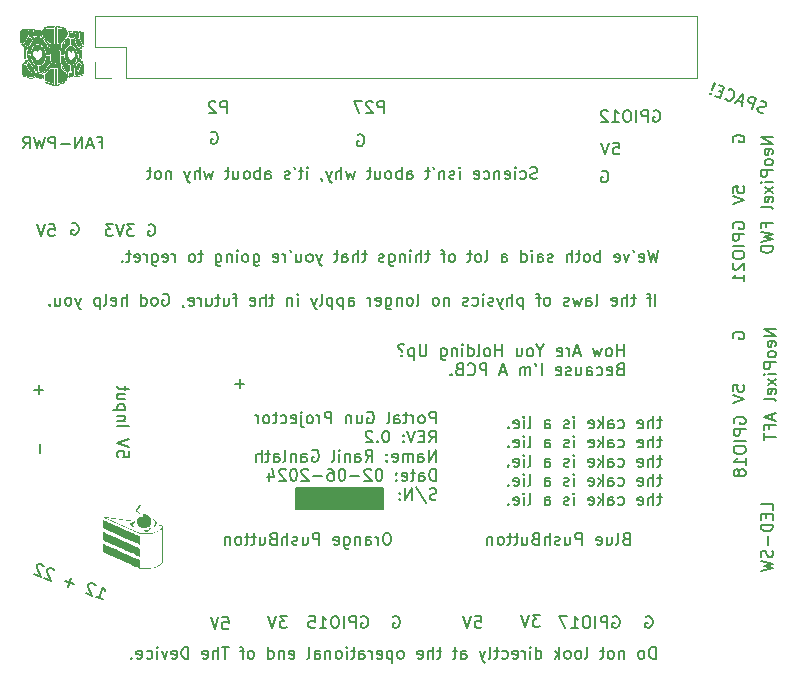
<source format=gbr>
%TF.GenerationSoftware,KiCad,Pcbnew,7.0.1*%
%TF.CreationDate,2024-02-06T22:48:23-07:00*%
%TF.ProjectId,Portal Gun PiHAT Mk2,506f7274-616c-4204-9775-6e2050694841,rev?*%
%TF.SameCoordinates,Original*%
%TF.FileFunction,Legend,Bot*%
%TF.FilePolarity,Positive*%
%FSLAX46Y46*%
G04 Gerber Fmt 4.6, Leading zero omitted, Abs format (unit mm)*
G04 Created by KiCad (PCBNEW 7.0.1) date 2024-02-06 22:48:23*
%MOMM*%
%LPD*%
G01*
G04 APERTURE LIST*
%ADD10C,0.150000*%
%ADD11C,0.200000*%
%ADD12C,0.120000*%
G04 APERTURE END LIST*
D10*
X124034000Y-84811000D02*
X131400000Y-84811000D01*
X131400000Y-86589000D01*
X124034000Y-86589000D01*
X124034000Y-84811000D01*
G36*
X124034000Y-84811000D02*
G01*
X131400000Y-84811000D01*
X131400000Y-86589000D01*
X124034000Y-86589000D01*
X124034000Y-84811000D01*
G37*
D11*
X153638095Y-95725238D02*
X153733333Y-95677619D01*
X153733333Y-95677619D02*
X153876190Y-95677619D01*
X153876190Y-95677619D02*
X154019047Y-95725238D01*
X154019047Y-95725238D02*
X154114285Y-95820476D01*
X154114285Y-95820476D02*
X154161904Y-95915714D01*
X154161904Y-95915714D02*
X154209523Y-96106190D01*
X154209523Y-96106190D02*
X154209523Y-96249047D01*
X154209523Y-96249047D02*
X154161904Y-96439523D01*
X154161904Y-96439523D02*
X154114285Y-96534761D01*
X154114285Y-96534761D02*
X154019047Y-96630000D01*
X154019047Y-96630000D02*
X153876190Y-96677619D01*
X153876190Y-96677619D02*
X153780952Y-96677619D01*
X153780952Y-96677619D02*
X153638095Y-96630000D01*
X153638095Y-96630000D02*
X153590476Y-96582380D01*
X153590476Y-96582380D02*
X153590476Y-96249047D01*
X153590476Y-96249047D02*
X153780952Y-96249047D01*
X164377619Y-55119047D02*
X163377619Y-55119047D01*
X163377619Y-55119047D02*
X164377619Y-55690475D01*
X164377619Y-55690475D02*
X163377619Y-55690475D01*
X164330000Y-56547618D02*
X164377619Y-56452380D01*
X164377619Y-56452380D02*
X164377619Y-56261904D01*
X164377619Y-56261904D02*
X164330000Y-56166666D01*
X164330000Y-56166666D02*
X164234761Y-56119047D01*
X164234761Y-56119047D02*
X163853809Y-56119047D01*
X163853809Y-56119047D02*
X163758571Y-56166666D01*
X163758571Y-56166666D02*
X163710952Y-56261904D01*
X163710952Y-56261904D02*
X163710952Y-56452380D01*
X163710952Y-56452380D02*
X163758571Y-56547618D01*
X163758571Y-56547618D02*
X163853809Y-56595237D01*
X163853809Y-56595237D02*
X163949047Y-56595237D01*
X163949047Y-56595237D02*
X164044285Y-56119047D01*
X164377619Y-57166666D02*
X164330000Y-57071428D01*
X164330000Y-57071428D02*
X164282380Y-57023809D01*
X164282380Y-57023809D02*
X164187142Y-56976190D01*
X164187142Y-56976190D02*
X163901428Y-56976190D01*
X163901428Y-56976190D02*
X163806190Y-57023809D01*
X163806190Y-57023809D02*
X163758571Y-57071428D01*
X163758571Y-57071428D02*
X163710952Y-57166666D01*
X163710952Y-57166666D02*
X163710952Y-57309523D01*
X163710952Y-57309523D02*
X163758571Y-57404761D01*
X163758571Y-57404761D02*
X163806190Y-57452380D01*
X163806190Y-57452380D02*
X163901428Y-57499999D01*
X163901428Y-57499999D02*
X164187142Y-57499999D01*
X164187142Y-57499999D02*
X164282380Y-57452380D01*
X164282380Y-57452380D02*
X164330000Y-57404761D01*
X164330000Y-57404761D02*
X164377619Y-57309523D01*
X164377619Y-57309523D02*
X164377619Y-57166666D01*
X164377619Y-57928571D02*
X163377619Y-57928571D01*
X163377619Y-57928571D02*
X163377619Y-58309523D01*
X163377619Y-58309523D02*
X163425238Y-58404761D01*
X163425238Y-58404761D02*
X163472857Y-58452380D01*
X163472857Y-58452380D02*
X163568095Y-58499999D01*
X163568095Y-58499999D02*
X163710952Y-58499999D01*
X163710952Y-58499999D02*
X163806190Y-58452380D01*
X163806190Y-58452380D02*
X163853809Y-58404761D01*
X163853809Y-58404761D02*
X163901428Y-58309523D01*
X163901428Y-58309523D02*
X163901428Y-57928571D01*
X164377619Y-58928571D02*
X163710952Y-58928571D01*
X163377619Y-58928571D02*
X163425238Y-58880952D01*
X163425238Y-58880952D02*
X163472857Y-58928571D01*
X163472857Y-58928571D02*
X163425238Y-58976190D01*
X163425238Y-58976190D02*
X163377619Y-58928571D01*
X163377619Y-58928571D02*
X163472857Y-58928571D01*
X164377619Y-59309523D02*
X163710952Y-59833332D01*
X163710952Y-59309523D02*
X164377619Y-59833332D01*
X164330000Y-60595237D02*
X164377619Y-60499999D01*
X164377619Y-60499999D02*
X164377619Y-60309523D01*
X164377619Y-60309523D02*
X164330000Y-60214285D01*
X164330000Y-60214285D02*
X164234761Y-60166666D01*
X164234761Y-60166666D02*
X163853809Y-60166666D01*
X163853809Y-60166666D02*
X163758571Y-60214285D01*
X163758571Y-60214285D02*
X163710952Y-60309523D01*
X163710952Y-60309523D02*
X163710952Y-60499999D01*
X163710952Y-60499999D02*
X163758571Y-60595237D01*
X163758571Y-60595237D02*
X163853809Y-60642856D01*
X163853809Y-60642856D02*
X163949047Y-60642856D01*
X163949047Y-60642856D02*
X164044285Y-60166666D01*
X164377619Y-61214285D02*
X164330000Y-61119047D01*
X164330000Y-61119047D02*
X164234761Y-61071428D01*
X164234761Y-61071428D02*
X163377619Y-61071428D01*
X163853809Y-62690476D02*
X163853809Y-62357143D01*
X164377619Y-62357143D02*
X163377619Y-62357143D01*
X163377619Y-62357143D02*
X163377619Y-62833333D01*
X163377619Y-63119048D02*
X164377619Y-63357143D01*
X164377619Y-63357143D02*
X163663333Y-63547619D01*
X163663333Y-63547619D02*
X164377619Y-63738095D01*
X164377619Y-63738095D02*
X163377619Y-63976191D01*
X164377619Y-64357143D02*
X163377619Y-64357143D01*
X163377619Y-64357143D02*
X163377619Y-64595238D01*
X163377619Y-64595238D02*
X163425238Y-64738095D01*
X163425238Y-64738095D02*
X163520476Y-64833333D01*
X163520476Y-64833333D02*
X163615714Y-64880952D01*
X163615714Y-64880952D02*
X163806190Y-64928571D01*
X163806190Y-64928571D02*
X163949047Y-64928571D01*
X163949047Y-64928571D02*
X164139523Y-64880952D01*
X164139523Y-64880952D02*
X164234761Y-64833333D01*
X164234761Y-64833333D02*
X164330000Y-64738095D01*
X164330000Y-64738095D02*
X164377619Y-64595238D01*
X164377619Y-64595238D02*
X164377619Y-64357143D01*
X131809524Y-88627619D02*
X131619048Y-88627619D01*
X131619048Y-88627619D02*
X131523810Y-88675238D01*
X131523810Y-88675238D02*
X131428572Y-88770476D01*
X131428572Y-88770476D02*
X131380953Y-88960952D01*
X131380953Y-88960952D02*
X131380953Y-89294285D01*
X131380953Y-89294285D02*
X131428572Y-89484761D01*
X131428572Y-89484761D02*
X131523810Y-89580000D01*
X131523810Y-89580000D02*
X131619048Y-89627619D01*
X131619048Y-89627619D02*
X131809524Y-89627619D01*
X131809524Y-89627619D02*
X131904762Y-89580000D01*
X131904762Y-89580000D02*
X132000000Y-89484761D01*
X132000000Y-89484761D02*
X132047619Y-89294285D01*
X132047619Y-89294285D02*
X132047619Y-88960952D01*
X132047619Y-88960952D02*
X132000000Y-88770476D01*
X132000000Y-88770476D02*
X131904762Y-88675238D01*
X131904762Y-88675238D02*
X131809524Y-88627619D01*
X130952381Y-89627619D02*
X130952381Y-88960952D01*
X130952381Y-89151428D02*
X130904762Y-89056190D01*
X130904762Y-89056190D02*
X130857143Y-89008571D01*
X130857143Y-89008571D02*
X130761905Y-88960952D01*
X130761905Y-88960952D02*
X130666667Y-88960952D01*
X129904762Y-89627619D02*
X129904762Y-89103809D01*
X129904762Y-89103809D02*
X129952381Y-89008571D01*
X129952381Y-89008571D02*
X130047619Y-88960952D01*
X130047619Y-88960952D02*
X130238095Y-88960952D01*
X130238095Y-88960952D02*
X130333333Y-89008571D01*
X129904762Y-89580000D02*
X130000000Y-89627619D01*
X130000000Y-89627619D02*
X130238095Y-89627619D01*
X130238095Y-89627619D02*
X130333333Y-89580000D01*
X130333333Y-89580000D02*
X130380952Y-89484761D01*
X130380952Y-89484761D02*
X130380952Y-89389523D01*
X130380952Y-89389523D02*
X130333333Y-89294285D01*
X130333333Y-89294285D02*
X130238095Y-89246666D01*
X130238095Y-89246666D02*
X130000000Y-89246666D01*
X130000000Y-89246666D02*
X129904762Y-89199047D01*
X129428571Y-88960952D02*
X129428571Y-89627619D01*
X129428571Y-89056190D02*
X129380952Y-89008571D01*
X129380952Y-89008571D02*
X129285714Y-88960952D01*
X129285714Y-88960952D02*
X129142857Y-88960952D01*
X129142857Y-88960952D02*
X129047619Y-89008571D01*
X129047619Y-89008571D02*
X129000000Y-89103809D01*
X129000000Y-89103809D02*
X129000000Y-89627619D01*
X128095238Y-88960952D02*
X128095238Y-89770476D01*
X128095238Y-89770476D02*
X128142857Y-89865714D01*
X128142857Y-89865714D02*
X128190476Y-89913333D01*
X128190476Y-89913333D02*
X128285714Y-89960952D01*
X128285714Y-89960952D02*
X128428571Y-89960952D01*
X128428571Y-89960952D02*
X128523809Y-89913333D01*
X128095238Y-89580000D02*
X128190476Y-89627619D01*
X128190476Y-89627619D02*
X128380952Y-89627619D01*
X128380952Y-89627619D02*
X128476190Y-89580000D01*
X128476190Y-89580000D02*
X128523809Y-89532380D01*
X128523809Y-89532380D02*
X128571428Y-89437142D01*
X128571428Y-89437142D02*
X128571428Y-89151428D01*
X128571428Y-89151428D02*
X128523809Y-89056190D01*
X128523809Y-89056190D02*
X128476190Y-89008571D01*
X128476190Y-89008571D02*
X128380952Y-88960952D01*
X128380952Y-88960952D02*
X128190476Y-88960952D01*
X128190476Y-88960952D02*
X128095238Y-89008571D01*
X127238095Y-89580000D02*
X127333333Y-89627619D01*
X127333333Y-89627619D02*
X127523809Y-89627619D01*
X127523809Y-89627619D02*
X127619047Y-89580000D01*
X127619047Y-89580000D02*
X127666666Y-89484761D01*
X127666666Y-89484761D02*
X127666666Y-89103809D01*
X127666666Y-89103809D02*
X127619047Y-89008571D01*
X127619047Y-89008571D02*
X127523809Y-88960952D01*
X127523809Y-88960952D02*
X127333333Y-88960952D01*
X127333333Y-88960952D02*
X127238095Y-89008571D01*
X127238095Y-89008571D02*
X127190476Y-89103809D01*
X127190476Y-89103809D02*
X127190476Y-89199047D01*
X127190476Y-89199047D02*
X127666666Y-89294285D01*
X125999999Y-89627619D02*
X125999999Y-88627619D01*
X125999999Y-88627619D02*
X125619047Y-88627619D01*
X125619047Y-88627619D02*
X125523809Y-88675238D01*
X125523809Y-88675238D02*
X125476190Y-88722857D01*
X125476190Y-88722857D02*
X125428571Y-88818095D01*
X125428571Y-88818095D02*
X125428571Y-88960952D01*
X125428571Y-88960952D02*
X125476190Y-89056190D01*
X125476190Y-89056190D02*
X125523809Y-89103809D01*
X125523809Y-89103809D02*
X125619047Y-89151428D01*
X125619047Y-89151428D02*
X125999999Y-89151428D01*
X124571428Y-88960952D02*
X124571428Y-89627619D01*
X124999999Y-88960952D02*
X124999999Y-89484761D01*
X124999999Y-89484761D02*
X124952380Y-89580000D01*
X124952380Y-89580000D02*
X124857142Y-89627619D01*
X124857142Y-89627619D02*
X124714285Y-89627619D01*
X124714285Y-89627619D02*
X124619047Y-89580000D01*
X124619047Y-89580000D02*
X124571428Y-89532380D01*
X124142856Y-89580000D02*
X124047618Y-89627619D01*
X124047618Y-89627619D02*
X123857142Y-89627619D01*
X123857142Y-89627619D02*
X123761904Y-89580000D01*
X123761904Y-89580000D02*
X123714285Y-89484761D01*
X123714285Y-89484761D02*
X123714285Y-89437142D01*
X123714285Y-89437142D02*
X123761904Y-89341904D01*
X123761904Y-89341904D02*
X123857142Y-89294285D01*
X123857142Y-89294285D02*
X123999999Y-89294285D01*
X123999999Y-89294285D02*
X124095237Y-89246666D01*
X124095237Y-89246666D02*
X124142856Y-89151428D01*
X124142856Y-89151428D02*
X124142856Y-89103809D01*
X124142856Y-89103809D02*
X124095237Y-89008571D01*
X124095237Y-89008571D02*
X123999999Y-88960952D01*
X123999999Y-88960952D02*
X123857142Y-88960952D01*
X123857142Y-88960952D02*
X123761904Y-89008571D01*
X123285713Y-89627619D02*
X123285713Y-88627619D01*
X122857142Y-89627619D02*
X122857142Y-89103809D01*
X122857142Y-89103809D02*
X122904761Y-89008571D01*
X122904761Y-89008571D02*
X122999999Y-88960952D01*
X122999999Y-88960952D02*
X123142856Y-88960952D01*
X123142856Y-88960952D02*
X123238094Y-89008571D01*
X123238094Y-89008571D02*
X123285713Y-89056190D01*
X122047618Y-89103809D02*
X121904761Y-89151428D01*
X121904761Y-89151428D02*
X121857142Y-89199047D01*
X121857142Y-89199047D02*
X121809523Y-89294285D01*
X121809523Y-89294285D02*
X121809523Y-89437142D01*
X121809523Y-89437142D02*
X121857142Y-89532380D01*
X121857142Y-89532380D02*
X121904761Y-89580000D01*
X121904761Y-89580000D02*
X121999999Y-89627619D01*
X121999999Y-89627619D02*
X122380951Y-89627619D01*
X122380951Y-89627619D02*
X122380951Y-88627619D01*
X122380951Y-88627619D02*
X122047618Y-88627619D01*
X122047618Y-88627619D02*
X121952380Y-88675238D01*
X121952380Y-88675238D02*
X121904761Y-88722857D01*
X121904761Y-88722857D02*
X121857142Y-88818095D01*
X121857142Y-88818095D02*
X121857142Y-88913333D01*
X121857142Y-88913333D02*
X121904761Y-89008571D01*
X121904761Y-89008571D02*
X121952380Y-89056190D01*
X121952380Y-89056190D02*
X122047618Y-89103809D01*
X122047618Y-89103809D02*
X122380951Y-89103809D01*
X120952380Y-88960952D02*
X120952380Y-89627619D01*
X121380951Y-88960952D02*
X121380951Y-89484761D01*
X121380951Y-89484761D02*
X121333332Y-89580000D01*
X121333332Y-89580000D02*
X121238094Y-89627619D01*
X121238094Y-89627619D02*
X121095237Y-89627619D01*
X121095237Y-89627619D02*
X120999999Y-89580000D01*
X120999999Y-89580000D02*
X120952380Y-89532380D01*
X120619046Y-88960952D02*
X120238094Y-88960952D01*
X120476189Y-88627619D02*
X120476189Y-89484761D01*
X120476189Y-89484761D02*
X120428570Y-89580000D01*
X120428570Y-89580000D02*
X120333332Y-89627619D01*
X120333332Y-89627619D02*
X120238094Y-89627619D01*
X120047617Y-88960952D02*
X119666665Y-88960952D01*
X119904760Y-88627619D02*
X119904760Y-89484761D01*
X119904760Y-89484761D02*
X119857141Y-89580000D01*
X119857141Y-89580000D02*
X119761903Y-89627619D01*
X119761903Y-89627619D02*
X119666665Y-89627619D01*
X119190474Y-89627619D02*
X119285712Y-89580000D01*
X119285712Y-89580000D02*
X119333331Y-89532380D01*
X119333331Y-89532380D02*
X119380950Y-89437142D01*
X119380950Y-89437142D02*
X119380950Y-89151428D01*
X119380950Y-89151428D02*
X119333331Y-89056190D01*
X119333331Y-89056190D02*
X119285712Y-89008571D01*
X119285712Y-89008571D02*
X119190474Y-88960952D01*
X119190474Y-88960952D02*
X119047617Y-88960952D01*
X119047617Y-88960952D02*
X118952379Y-89008571D01*
X118952379Y-89008571D02*
X118904760Y-89056190D01*
X118904760Y-89056190D02*
X118857141Y-89151428D01*
X118857141Y-89151428D02*
X118857141Y-89437142D01*
X118857141Y-89437142D02*
X118904760Y-89532380D01*
X118904760Y-89532380D02*
X118952379Y-89580000D01*
X118952379Y-89580000D02*
X119047617Y-89627619D01*
X119047617Y-89627619D02*
X119190474Y-89627619D01*
X118428569Y-88960952D02*
X118428569Y-89627619D01*
X118428569Y-89056190D02*
X118380950Y-89008571D01*
X118380950Y-89008571D02*
X118285712Y-88960952D01*
X118285712Y-88960952D02*
X118142855Y-88960952D01*
X118142855Y-88960952D02*
X118047617Y-89008571D01*
X118047617Y-89008571D02*
X117999998Y-89103809D01*
X117999998Y-89103809D02*
X117999998Y-89627619D01*
X118138094Y-53077619D02*
X118138094Y-52077619D01*
X118138094Y-52077619D02*
X117757142Y-52077619D01*
X117757142Y-52077619D02*
X117661904Y-52125238D01*
X117661904Y-52125238D02*
X117614285Y-52172857D01*
X117614285Y-52172857D02*
X117566666Y-52268095D01*
X117566666Y-52268095D02*
X117566666Y-52410952D01*
X117566666Y-52410952D02*
X117614285Y-52506190D01*
X117614285Y-52506190D02*
X117661904Y-52553809D01*
X117661904Y-52553809D02*
X117757142Y-52601428D01*
X117757142Y-52601428D02*
X118138094Y-52601428D01*
X117185713Y-52172857D02*
X117138094Y-52125238D01*
X117138094Y-52125238D02*
X117042856Y-52077619D01*
X117042856Y-52077619D02*
X116804761Y-52077619D01*
X116804761Y-52077619D02*
X116709523Y-52125238D01*
X116709523Y-52125238D02*
X116661904Y-52172857D01*
X116661904Y-52172857D02*
X116614285Y-52268095D01*
X116614285Y-52268095D02*
X116614285Y-52363333D01*
X116614285Y-52363333D02*
X116661904Y-52506190D01*
X116661904Y-52506190D02*
X117233332Y-53077619D01*
X117233332Y-53077619D02*
X116614285Y-53077619D01*
X164627619Y-71380952D02*
X163627619Y-71380952D01*
X163627619Y-71380952D02*
X164627619Y-71952380D01*
X164627619Y-71952380D02*
X163627619Y-71952380D01*
X164580000Y-72809523D02*
X164627619Y-72714285D01*
X164627619Y-72714285D02*
X164627619Y-72523809D01*
X164627619Y-72523809D02*
X164580000Y-72428571D01*
X164580000Y-72428571D02*
X164484761Y-72380952D01*
X164484761Y-72380952D02*
X164103809Y-72380952D01*
X164103809Y-72380952D02*
X164008571Y-72428571D01*
X164008571Y-72428571D02*
X163960952Y-72523809D01*
X163960952Y-72523809D02*
X163960952Y-72714285D01*
X163960952Y-72714285D02*
X164008571Y-72809523D01*
X164008571Y-72809523D02*
X164103809Y-72857142D01*
X164103809Y-72857142D02*
X164199047Y-72857142D01*
X164199047Y-72857142D02*
X164294285Y-72380952D01*
X164627619Y-73428571D02*
X164580000Y-73333333D01*
X164580000Y-73333333D02*
X164532380Y-73285714D01*
X164532380Y-73285714D02*
X164437142Y-73238095D01*
X164437142Y-73238095D02*
X164151428Y-73238095D01*
X164151428Y-73238095D02*
X164056190Y-73285714D01*
X164056190Y-73285714D02*
X164008571Y-73333333D01*
X164008571Y-73333333D02*
X163960952Y-73428571D01*
X163960952Y-73428571D02*
X163960952Y-73571428D01*
X163960952Y-73571428D02*
X164008571Y-73666666D01*
X164008571Y-73666666D02*
X164056190Y-73714285D01*
X164056190Y-73714285D02*
X164151428Y-73761904D01*
X164151428Y-73761904D02*
X164437142Y-73761904D01*
X164437142Y-73761904D02*
X164532380Y-73714285D01*
X164532380Y-73714285D02*
X164580000Y-73666666D01*
X164580000Y-73666666D02*
X164627619Y-73571428D01*
X164627619Y-73571428D02*
X164627619Y-73428571D01*
X164627619Y-74190476D02*
X163627619Y-74190476D01*
X163627619Y-74190476D02*
X163627619Y-74571428D01*
X163627619Y-74571428D02*
X163675238Y-74666666D01*
X163675238Y-74666666D02*
X163722857Y-74714285D01*
X163722857Y-74714285D02*
X163818095Y-74761904D01*
X163818095Y-74761904D02*
X163960952Y-74761904D01*
X163960952Y-74761904D02*
X164056190Y-74714285D01*
X164056190Y-74714285D02*
X164103809Y-74666666D01*
X164103809Y-74666666D02*
X164151428Y-74571428D01*
X164151428Y-74571428D02*
X164151428Y-74190476D01*
X164627619Y-75190476D02*
X163960952Y-75190476D01*
X163627619Y-75190476D02*
X163675238Y-75142857D01*
X163675238Y-75142857D02*
X163722857Y-75190476D01*
X163722857Y-75190476D02*
X163675238Y-75238095D01*
X163675238Y-75238095D02*
X163627619Y-75190476D01*
X163627619Y-75190476D02*
X163722857Y-75190476D01*
X164627619Y-75571428D02*
X163960952Y-76095237D01*
X163960952Y-75571428D02*
X164627619Y-76095237D01*
X164580000Y-76857142D02*
X164627619Y-76761904D01*
X164627619Y-76761904D02*
X164627619Y-76571428D01*
X164627619Y-76571428D02*
X164580000Y-76476190D01*
X164580000Y-76476190D02*
X164484761Y-76428571D01*
X164484761Y-76428571D02*
X164103809Y-76428571D01*
X164103809Y-76428571D02*
X164008571Y-76476190D01*
X164008571Y-76476190D02*
X163960952Y-76571428D01*
X163960952Y-76571428D02*
X163960952Y-76761904D01*
X163960952Y-76761904D02*
X164008571Y-76857142D01*
X164008571Y-76857142D02*
X164103809Y-76904761D01*
X164103809Y-76904761D02*
X164199047Y-76904761D01*
X164199047Y-76904761D02*
X164294285Y-76428571D01*
X164627619Y-77476190D02*
X164580000Y-77380952D01*
X164580000Y-77380952D02*
X164484761Y-77333333D01*
X164484761Y-77333333D02*
X163627619Y-77333333D01*
X164341904Y-78571429D02*
X164341904Y-79047619D01*
X164627619Y-78476191D02*
X163627619Y-78809524D01*
X163627619Y-78809524D02*
X164627619Y-79142857D01*
X164103809Y-79809524D02*
X164103809Y-79476191D01*
X164627619Y-79476191D02*
X163627619Y-79476191D01*
X163627619Y-79476191D02*
X163627619Y-79952381D01*
X163627619Y-80190477D02*
X163627619Y-80761905D01*
X164627619Y-80476191D02*
X163627619Y-80476191D01*
X102346666Y-81119048D02*
X102346666Y-81880953D01*
X154436904Y-69377619D02*
X154436904Y-68377619D01*
X154103571Y-68710952D02*
X153722619Y-68710952D01*
X153960714Y-69377619D02*
X153960714Y-68520476D01*
X153960714Y-68520476D02*
X153913095Y-68425238D01*
X153913095Y-68425238D02*
X153817857Y-68377619D01*
X153817857Y-68377619D02*
X153722619Y-68377619D01*
X152770237Y-68710952D02*
X152389285Y-68710952D01*
X152627380Y-68377619D02*
X152627380Y-69234761D01*
X152627380Y-69234761D02*
X152579761Y-69330000D01*
X152579761Y-69330000D02*
X152484523Y-69377619D01*
X152484523Y-69377619D02*
X152389285Y-69377619D01*
X152055951Y-69377619D02*
X152055951Y-68377619D01*
X151627380Y-69377619D02*
X151627380Y-68853809D01*
X151627380Y-68853809D02*
X151674999Y-68758571D01*
X151674999Y-68758571D02*
X151770237Y-68710952D01*
X151770237Y-68710952D02*
X151913094Y-68710952D01*
X151913094Y-68710952D02*
X152008332Y-68758571D01*
X152008332Y-68758571D02*
X152055951Y-68806190D01*
X150770237Y-69330000D02*
X150865475Y-69377619D01*
X150865475Y-69377619D02*
X151055951Y-69377619D01*
X151055951Y-69377619D02*
X151151189Y-69330000D01*
X151151189Y-69330000D02*
X151198808Y-69234761D01*
X151198808Y-69234761D02*
X151198808Y-68853809D01*
X151198808Y-68853809D02*
X151151189Y-68758571D01*
X151151189Y-68758571D02*
X151055951Y-68710952D01*
X151055951Y-68710952D02*
X150865475Y-68710952D01*
X150865475Y-68710952D02*
X150770237Y-68758571D01*
X150770237Y-68758571D02*
X150722618Y-68853809D01*
X150722618Y-68853809D02*
X150722618Y-68949047D01*
X150722618Y-68949047D02*
X151198808Y-69044285D01*
X149389284Y-69377619D02*
X149484522Y-69330000D01*
X149484522Y-69330000D02*
X149532141Y-69234761D01*
X149532141Y-69234761D02*
X149532141Y-68377619D01*
X148579760Y-69377619D02*
X148579760Y-68853809D01*
X148579760Y-68853809D02*
X148627379Y-68758571D01*
X148627379Y-68758571D02*
X148722617Y-68710952D01*
X148722617Y-68710952D02*
X148913093Y-68710952D01*
X148913093Y-68710952D02*
X149008331Y-68758571D01*
X148579760Y-69330000D02*
X148674998Y-69377619D01*
X148674998Y-69377619D02*
X148913093Y-69377619D01*
X148913093Y-69377619D02*
X149008331Y-69330000D01*
X149008331Y-69330000D02*
X149055950Y-69234761D01*
X149055950Y-69234761D02*
X149055950Y-69139523D01*
X149055950Y-69139523D02*
X149008331Y-69044285D01*
X149008331Y-69044285D02*
X148913093Y-68996666D01*
X148913093Y-68996666D02*
X148674998Y-68996666D01*
X148674998Y-68996666D02*
X148579760Y-68949047D01*
X148198807Y-68710952D02*
X148008331Y-69377619D01*
X148008331Y-69377619D02*
X147817855Y-68901428D01*
X147817855Y-68901428D02*
X147627379Y-69377619D01*
X147627379Y-69377619D02*
X147436903Y-68710952D01*
X147103569Y-69330000D02*
X147008331Y-69377619D01*
X147008331Y-69377619D02*
X146817855Y-69377619D01*
X146817855Y-69377619D02*
X146722617Y-69330000D01*
X146722617Y-69330000D02*
X146674998Y-69234761D01*
X146674998Y-69234761D02*
X146674998Y-69187142D01*
X146674998Y-69187142D02*
X146722617Y-69091904D01*
X146722617Y-69091904D02*
X146817855Y-69044285D01*
X146817855Y-69044285D02*
X146960712Y-69044285D01*
X146960712Y-69044285D02*
X147055950Y-68996666D01*
X147055950Y-68996666D02*
X147103569Y-68901428D01*
X147103569Y-68901428D02*
X147103569Y-68853809D01*
X147103569Y-68853809D02*
X147055950Y-68758571D01*
X147055950Y-68758571D02*
X146960712Y-68710952D01*
X146960712Y-68710952D02*
X146817855Y-68710952D01*
X146817855Y-68710952D02*
X146722617Y-68758571D01*
X145341664Y-69377619D02*
X145436902Y-69330000D01*
X145436902Y-69330000D02*
X145484521Y-69282380D01*
X145484521Y-69282380D02*
X145532140Y-69187142D01*
X145532140Y-69187142D02*
X145532140Y-68901428D01*
X145532140Y-68901428D02*
X145484521Y-68806190D01*
X145484521Y-68806190D02*
X145436902Y-68758571D01*
X145436902Y-68758571D02*
X145341664Y-68710952D01*
X145341664Y-68710952D02*
X145198807Y-68710952D01*
X145198807Y-68710952D02*
X145103569Y-68758571D01*
X145103569Y-68758571D02*
X145055950Y-68806190D01*
X145055950Y-68806190D02*
X145008331Y-68901428D01*
X145008331Y-68901428D02*
X145008331Y-69187142D01*
X145008331Y-69187142D02*
X145055950Y-69282380D01*
X145055950Y-69282380D02*
X145103569Y-69330000D01*
X145103569Y-69330000D02*
X145198807Y-69377619D01*
X145198807Y-69377619D02*
X145341664Y-69377619D01*
X144722616Y-68710952D02*
X144341664Y-68710952D01*
X144579759Y-69377619D02*
X144579759Y-68520476D01*
X144579759Y-68520476D02*
X144532140Y-68425238D01*
X144532140Y-68425238D02*
X144436902Y-68377619D01*
X144436902Y-68377619D02*
X144341664Y-68377619D01*
X143246425Y-68710952D02*
X143246425Y-69710952D01*
X143246425Y-68758571D02*
X143151187Y-68710952D01*
X143151187Y-68710952D02*
X142960711Y-68710952D01*
X142960711Y-68710952D02*
X142865473Y-68758571D01*
X142865473Y-68758571D02*
X142817854Y-68806190D01*
X142817854Y-68806190D02*
X142770235Y-68901428D01*
X142770235Y-68901428D02*
X142770235Y-69187142D01*
X142770235Y-69187142D02*
X142817854Y-69282380D01*
X142817854Y-69282380D02*
X142865473Y-69330000D01*
X142865473Y-69330000D02*
X142960711Y-69377619D01*
X142960711Y-69377619D02*
X143151187Y-69377619D01*
X143151187Y-69377619D02*
X143246425Y-69330000D01*
X142341663Y-69377619D02*
X142341663Y-68377619D01*
X141913092Y-69377619D02*
X141913092Y-68853809D01*
X141913092Y-68853809D02*
X141960711Y-68758571D01*
X141960711Y-68758571D02*
X142055949Y-68710952D01*
X142055949Y-68710952D02*
X142198806Y-68710952D01*
X142198806Y-68710952D02*
X142294044Y-68758571D01*
X142294044Y-68758571D02*
X142341663Y-68806190D01*
X141532139Y-68710952D02*
X141294044Y-69377619D01*
X141055949Y-68710952D02*
X141294044Y-69377619D01*
X141294044Y-69377619D02*
X141389282Y-69615714D01*
X141389282Y-69615714D02*
X141436901Y-69663333D01*
X141436901Y-69663333D02*
X141532139Y-69710952D01*
X140722615Y-69330000D02*
X140627377Y-69377619D01*
X140627377Y-69377619D02*
X140436901Y-69377619D01*
X140436901Y-69377619D02*
X140341663Y-69330000D01*
X140341663Y-69330000D02*
X140294044Y-69234761D01*
X140294044Y-69234761D02*
X140294044Y-69187142D01*
X140294044Y-69187142D02*
X140341663Y-69091904D01*
X140341663Y-69091904D02*
X140436901Y-69044285D01*
X140436901Y-69044285D02*
X140579758Y-69044285D01*
X140579758Y-69044285D02*
X140674996Y-68996666D01*
X140674996Y-68996666D02*
X140722615Y-68901428D01*
X140722615Y-68901428D02*
X140722615Y-68853809D01*
X140722615Y-68853809D02*
X140674996Y-68758571D01*
X140674996Y-68758571D02*
X140579758Y-68710952D01*
X140579758Y-68710952D02*
X140436901Y-68710952D01*
X140436901Y-68710952D02*
X140341663Y-68758571D01*
X139865472Y-69377619D02*
X139865472Y-68710952D01*
X139865472Y-68377619D02*
X139913091Y-68425238D01*
X139913091Y-68425238D02*
X139865472Y-68472857D01*
X139865472Y-68472857D02*
X139817853Y-68425238D01*
X139817853Y-68425238D02*
X139865472Y-68377619D01*
X139865472Y-68377619D02*
X139865472Y-68472857D01*
X138960711Y-69330000D02*
X139055949Y-69377619D01*
X139055949Y-69377619D02*
X139246425Y-69377619D01*
X139246425Y-69377619D02*
X139341663Y-69330000D01*
X139341663Y-69330000D02*
X139389282Y-69282380D01*
X139389282Y-69282380D02*
X139436901Y-69187142D01*
X139436901Y-69187142D02*
X139436901Y-68901428D01*
X139436901Y-68901428D02*
X139389282Y-68806190D01*
X139389282Y-68806190D02*
X139341663Y-68758571D01*
X139341663Y-68758571D02*
X139246425Y-68710952D01*
X139246425Y-68710952D02*
X139055949Y-68710952D01*
X139055949Y-68710952D02*
X138960711Y-68758571D01*
X138579758Y-69330000D02*
X138484520Y-69377619D01*
X138484520Y-69377619D02*
X138294044Y-69377619D01*
X138294044Y-69377619D02*
X138198806Y-69330000D01*
X138198806Y-69330000D02*
X138151187Y-69234761D01*
X138151187Y-69234761D02*
X138151187Y-69187142D01*
X138151187Y-69187142D02*
X138198806Y-69091904D01*
X138198806Y-69091904D02*
X138294044Y-69044285D01*
X138294044Y-69044285D02*
X138436901Y-69044285D01*
X138436901Y-69044285D02*
X138532139Y-68996666D01*
X138532139Y-68996666D02*
X138579758Y-68901428D01*
X138579758Y-68901428D02*
X138579758Y-68853809D01*
X138579758Y-68853809D02*
X138532139Y-68758571D01*
X138532139Y-68758571D02*
X138436901Y-68710952D01*
X138436901Y-68710952D02*
X138294044Y-68710952D01*
X138294044Y-68710952D02*
X138198806Y-68758571D01*
X136960710Y-68710952D02*
X136960710Y-69377619D01*
X136960710Y-68806190D02*
X136913091Y-68758571D01*
X136913091Y-68758571D02*
X136817853Y-68710952D01*
X136817853Y-68710952D02*
X136674996Y-68710952D01*
X136674996Y-68710952D02*
X136579758Y-68758571D01*
X136579758Y-68758571D02*
X136532139Y-68853809D01*
X136532139Y-68853809D02*
X136532139Y-69377619D01*
X135913091Y-69377619D02*
X136008329Y-69330000D01*
X136008329Y-69330000D02*
X136055948Y-69282380D01*
X136055948Y-69282380D02*
X136103567Y-69187142D01*
X136103567Y-69187142D02*
X136103567Y-68901428D01*
X136103567Y-68901428D02*
X136055948Y-68806190D01*
X136055948Y-68806190D02*
X136008329Y-68758571D01*
X136008329Y-68758571D02*
X135913091Y-68710952D01*
X135913091Y-68710952D02*
X135770234Y-68710952D01*
X135770234Y-68710952D02*
X135674996Y-68758571D01*
X135674996Y-68758571D02*
X135627377Y-68806190D01*
X135627377Y-68806190D02*
X135579758Y-68901428D01*
X135579758Y-68901428D02*
X135579758Y-69187142D01*
X135579758Y-69187142D02*
X135627377Y-69282380D01*
X135627377Y-69282380D02*
X135674996Y-69330000D01*
X135674996Y-69330000D02*
X135770234Y-69377619D01*
X135770234Y-69377619D02*
X135913091Y-69377619D01*
X134246424Y-69377619D02*
X134341662Y-69330000D01*
X134341662Y-69330000D02*
X134389281Y-69234761D01*
X134389281Y-69234761D02*
X134389281Y-68377619D01*
X133722614Y-69377619D02*
X133817852Y-69330000D01*
X133817852Y-69330000D02*
X133865471Y-69282380D01*
X133865471Y-69282380D02*
X133913090Y-69187142D01*
X133913090Y-69187142D02*
X133913090Y-68901428D01*
X133913090Y-68901428D02*
X133865471Y-68806190D01*
X133865471Y-68806190D02*
X133817852Y-68758571D01*
X133817852Y-68758571D02*
X133722614Y-68710952D01*
X133722614Y-68710952D02*
X133579757Y-68710952D01*
X133579757Y-68710952D02*
X133484519Y-68758571D01*
X133484519Y-68758571D02*
X133436900Y-68806190D01*
X133436900Y-68806190D02*
X133389281Y-68901428D01*
X133389281Y-68901428D02*
X133389281Y-69187142D01*
X133389281Y-69187142D02*
X133436900Y-69282380D01*
X133436900Y-69282380D02*
X133484519Y-69330000D01*
X133484519Y-69330000D02*
X133579757Y-69377619D01*
X133579757Y-69377619D02*
X133722614Y-69377619D01*
X132960709Y-68710952D02*
X132960709Y-69377619D01*
X132960709Y-68806190D02*
X132913090Y-68758571D01*
X132913090Y-68758571D02*
X132817852Y-68710952D01*
X132817852Y-68710952D02*
X132674995Y-68710952D01*
X132674995Y-68710952D02*
X132579757Y-68758571D01*
X132579757Y-68758571D02*
X132532138Y-68853809D01*
X132532138Y-68853809D02*
X132532138Y-69377619D01*
X131627376Y-68710952D02*
X131627376Y-69520476D01*
X131627376Y-69520476D02*
X131674995Y-69615714D01*
X131674995Y-69615714D02*
X131722614Y-69663333D01*
X131722614Y-69663333D02*
X131817852Y-69710952D01*
X131817852Y-69710952D02*
X131960709Y-69710952D01*
X131960709Y-69710952D02*
X132055947Y-69663333D01*
X131627376Y-69330000D02*
X131722614Y-69377619D01*
X131722614Y-69377619D02*
X131913090Y-69377619D01*
X131913090Y-69377619D02*
X132008328Y-69330000D01*
X132008328Y-69330000D02*
X132055947Y-69282380D01*
X132055947Y-69282380D02*
X132103566Y-69187142D01*
X132103566Y-69187142D02*
X132103566Y-68901428D01*
X132103566Y-68901428D02*
X132055947Y-68806190D01*
X132055947Y-68806190D02*
X132008328Y-68758571D01*
X132008328Y-68758571D02*
X131913090Y-68710952D01*
X131913090Y-68710952D02*
X131722614Y-68710952D01*
X131722614Y-68710952D02*
X131627376Y-68758571D01*
X130770233Y-69330000D02*
X130865471Y-69377619D01*
X130865471Y-69377619D02*
X131055947Y-69377619D01*
X131055947Y-69377619D02*
X131151185Y-69330000D01*
X131151185Y-69330000D02*
X131198804Y-69234761D01*
X131198804Y-69234761D02*
X131198804Y-68853809D01*
X131198804Y-68853809D02*
X131151185Y-68758571D01*
X131151185Y-68758571D02*
X131055947Y-68710952D01*
X131055947Y-68710952D02*
X130865471Y-68710952D01*
X130865471Y-68710952D02*
X130770233Y-68758571D01*
X130770233Y-68758571D02*
X130722614Y-68853809D01*
X130722614Y-68853809D02*
X130722614Y-68949047D01*
X130722614Y-68949047D02*
X131198804Y-69044285D01*
X130294042Y-69377619D02*
X130294042Y-68710952D01*
X130294042Y-68901428D02*
X130246423Y-68806190D01*
X130246423Y-68806190D02*
X130198804Y-68758571D01*
X130198804Y-68758571D02*
X130103566Y-68710952D01*
X130103566Y-68710952D02*
X130008328Y-68710952D01*
X128484518Y-69377619D02*
X128484518Y-68853809D01*
X128484518Y-68853809D02*
X128532137Y-68758571D01*
X128532137Y-68758571D02*
X128627375Y-68710952D01*
X128627375Y-68710952D02*
X128817851Y-68710952D01*
X128817851Y-68710952D02*
X128913089Y-68758571D01*
X128484518Y-69330000D02*
X128579756Y-69377619D01*
X128579756Y-69377619D02*
X128817851Y-69377619D01*
X128817851Y-69377619D02*
X128913089Y-69330000D01*
X128913089Y-69330000D02*
X128960708Y-69234761D01*
X128960708Y-69234761D02*
X128960708Y-69139523D01*
X128960708Y-69139523D02*
X128913089Y-69044285D01*
X128913089Y-69044285D02*
X128817851Y-68996666D01*
X128817851Y-68996666D02*
X128579756Y-68996666D01*
X128579756Y-68996666D02*
X128484518Y-68949047D01*
X128008327Y-68710952D02*
X128008327Y-69710952D01*
X128008327Y-68758571D02*
X127913089Y-68710952D01*
X127913089Y-68710952D02*
X127722613Y-68710952D01*
X127722613Y-68710952D02*
X127627375Y-68758571D01*
X127627375Y-68758571D02*
X127579756Y-68806190D01*
X127579756Y-68806190D02*
X127532137Y-68901428D01*
X127532137Y-68901428D02*
X127532137Y-69187142D01*
X127532137Y-69187142D02*
X127579756Y-69282380D01*
X127579756Y-69282380D02*
X127627375Y-69330000D01*
X127627375Y-69330000D02*
X127722613Y-69377619D01*
X127722613Y-69377619D02*
X127913089Y-69377619D01*
X127913089Y-69377619D02*
X128008327Y-69330000D01*
X127103565Y-68710952D02*
X127103565Y-69710952D01*
X127103565Y-68758571D02*
X127008327Y-68710952D01*
X127008327Y-68710952D02*
X126817851Y-68710952D01*
X126817851Y-68710952D02*
X126722613Y-68758571D01*
X126722613Y-68758571D02*
X126674994Y-68806190D01*
X126674994Y-68806190D02*
X126627375Y-68901428D01*
X126627375Y-68901428D02*
X126627375Y-69187142D01*
X126627375Y-69187142D02*
X126674994Y-69282380D01*
X126674994Y-69282380D02*
X126722613Y-69330000D01*
X126722613Y-69330000D02*
X126817851Y-69377619D01*
X126817851Y-69377619D02*
X127008327Y-69377619D01*
X127008327Y-69377619D02*
X127103565Y-69330000D01*
X126055946Y-69377619D02*
X126151184Y-69330000D01*
X126151184Y-69330000D02*
X126198803Y-69234761D01*
X126198803Y-69234761D02*
X126198803Y-68377619D01*
X125770231Y-68710952D02*
X125532136Y-69377619D01*
X125294041Y-68710952D02*
X125532136Y-69377619D01*
X125532136Y-69377619D02*
X125627374Y-69615714D01*
X125627374Y-69615714D02*
X125674993Y-69663333D01*
X125674993Y-69663333D02*
X125770231Y-69710952D01*
X124151183Y-69377619D02*
X124151183Y-68710952D01*
X124151183Y-68377619D02*
X124198802Y-68425238D01*
X124198802Y-68425238D02*
X124151183Y-68472857D01*
X124151183Y-68472857D02*
X124103564Y-68425238D01*
X124103564Y-68425238D02*
X124151183Y-68377619D01*
X124151183Y-68377619D02*
X124151183Y-68472857D01*
X123674993Y-68710952D02*
X123674993Y-69377619D01*
X123674993Y-68806190D02*
X123627374Y-68758571D01*
X123627374Y-68758571D02*
X123532136Y-68710952D01*
X123532136Y-68710952D02*
X123389279Y-68710952D01*
X123389279Y-68710952D02*
X123294041Y-68758571D01*
X123294041Y-68758571D02*
X123246422Y-68853809D01*
X123246422Y-68853809D02*
X123246422Y-69377619D01*
X122151183Y-68710952D02*
X121770231Y-68710952D01*
X122008326Y-68377619D02*
X122008326Y-69234761D01*
X122008326Y-69234761D02*
X121960707Y-69330000D01*
X121960707Y-69330000D02*
X121865469Y-69377619D01*
X121865469Y-69377619D02*
X121770231Y-69377619D01*
X121436897Y-69377619D02*
X121436897Y-68377619D01*
X121008326Y-69377619D02*
X121008326Y-68853809D01*
X121008326Y-68853809D02*
X121055945Y-68758571D01*
X121055945Y-68758571D02*
X121151183Y-68710952D01*
X121151183Y-68710952D02*
X121294040Y-68710952D01*
X121294040Y-68710952D02*
X121389278Y-68758571D01*
X121389278Y-68758571D02*
X121436897Y-68806190D01*
X120151183Y-69330000D02*
X120246421Y-69377619D01*
X120246421Y-69377619D02*
X120436897Y-69377619D01*
X120436897Y-69377619D02*
X120532135Y-69330000D01*
X120532135Y-69330000D02*
X120579754Y-69234761D01*
X120579754Y-69234761D02*
X120579754Y-68853809D01*
X120579754Y-68853809D02*
X120532135Y-68758571D01*
X120532135Y-68758571D02*
X120436897Y-68710952D01*
X120436897Y-68710952D02*
X120246421Y-68710952D01*
X120246421Y-68710952D02*
X120151183Y-68758571D01*
X120151183Y-68758571D02*
X120103564Y-68853809D01*
X120103564Y-68853809D02*
X120103564Y-68949047D01*
X120103564Y-68949047D02*
X120579754Y-69044285D01*
X119055944Y-68710952D02*
X118674992Y-68710952D01*
X118913087Y-69377619D02*
X118913087Y-68520476D01*
X118913087Y-68520476D02*
X118865468Y-68425238D01*
X118865468Y-68425238D02*
X118770230Y-68377619D01*
X118770230Y-68377619D02*
X118674992Y-68377619D01*
X117913087Y-68710952D02*
X117913087Y-69377619D01*
X118341658Y-68710952D02*
X118341658Y-69234761D01*
X118341658Y-69234761D02*
X118294039Y-69330000D01*
X118294039Y-69330000D02*
X118198801Y-69377619D01*
X118198801Y-69377619D02*
X118055944Y-69377619D01*
X118055944Y-69377619D02*
X117960706Y-69330000D01*
X117960706Y-69330000D02*
X117913087Y-69282380D01*
X117579753Y-68710952D02*
X117198801Y-68710952D01*
X117436896Y-68377619D02*
X117436896Y-69234761D01*
X117436896Y-69234761D02*
X117389277Y-69330000D01*
X117389277Y-69330000D02*
X117294039Y-69377619D01*
X117294039Y-69377619D02*
X117198801Y-69377619D01*
X116436896Y-68710952D02*
X116436896Y-69377619D01*
X116865467Y-68710952D02*
X116865467Y-69234761D01*
X116865467Y-69234761D02*
X116817848Y-69330000D01*
X116817848Y-69330000D02*
X116722610Y-69377619D01*
X116722610Y-69377619D02*
X116579753Y-69377619D01*
X116579753Y-69377619D02*
X116484515Y-69330000D01*
X116484515Y-69330000D02*
X116436896Y-69282380D01*
X115960705Y-69377619D02*
X115960705Y-68710952D01*
X115960705Y-68901428D02*
X115913086Y-68806190D01*
X115913086Y-68806190D02*
X115865467Y-68758571D01*
X115865467Y-68758571D02*
X115770229Y-68710952D01*
X115770229Y-68710952D02*
X115674991Y-68710952D01*
X114960705Y-69330000D02*
X115055943Y-69377619D01*
X115055943Y-69377619D02*
X115246419Y-69377619D01*
X115246419Y-69377619D02*
X115341657Y-69330000D01*
X115341657Y-69330000D02*
X115389276Y-69234761D01*
X115389276Y-69234761D02*
X115389276Y-68853809D01*
X115389276Y-68853809D02*
X115341657Y-68758571D01*
X115341657Y-68758571D02*
X115246419Y-68710952D01*
X115246419Y-68710952D02*
X115055943Y-68710952D01*
X115055943Y-68710952D02*
X114960705Y-68758571D01*
X114960705Y-68758571D02*
X114913086Y-68853809D01*
X114913086Y-68853809D02*
X114913086Y-68949047D01*
X114913086Y-68949047D02*
X115389276Y-69044285D01*
X114436895Y-69330000D02*
X114436895Y-69377619D01*
X114436895Y-69377619D02*
X114484514Y-69472857D01*
X114484514Y-69472857D02*
X114532133Y-69520476D01*
X112722610Y-68425238D02*
X112817848Y-68377619D01*
X112817848Y-68377619D02*
X112960705Y-68377619D01*
X112960705Y-68377619D02*
X113103562Y-68425238D01*
X113103562Y-68425238D02*
X113198800Y-68520476D01*
X113198800Y-68520476D02*
X113246419Y-68615714D01*
X113246419Y-68615714D02*
X113294038Y-68806190D01*
X113294038Y-68806190D02*
X113294038Y-68949047D01*
X113294038Y-68949047D02*
X113246419Y-69139523D01*
X113246419Y-69139523D02*
X113198800Y-69234761D01*
X113198800Y-69234761D02*
X113103562Y-69330000D01*
X113103562Y-69330000D02*
X112960705Y-69377619D01*
X112960705Y-69377619D02*
X112865467Y-69377619D01*
X112865467Y-69377619D02*
X112722610Y-69330000D01*
X112722610Y-69330000D02*
X112674991Y-69282380D01*
X112674991Y-69282380D02*
X112674991Y-68949047D01*
X112674991Y-68949047D02*
X112865467Y-68949047D01*
X112103562Y-69377619D02*
X112198800Y-69330000D01*
X112198800Y-69330000D02*
X112246419Y-69282380D01*
X112246419Y-69282380D02*
X112294038Y-69187142D01*
X112294038Y-69187142D02*
X112294038Y-68901428D01*
X112294038Y-68901428D02*
X112246419Y-68806190D01*
X112246419Y-68806190D02*
X112198800Y-68758571D01*
X112198800Y-68758571D02*
X112103562Y-68710952D01*
X112103562Y-68710952D02*
X111960705Y-68710952D01*
X111960705Y-68710952D02*
X111865467Y-68758571D01*
X111865467Y-68758571D02*
X111817848Y-68806190D01*
X111817848Y-68806190D02*
X111770229Y-68901428D01*
X111770229Y-68901428D02*
X111770229Y-69187142D01*
X111770229Y-69187142D02*
X111817848Y-69282380D01*
X111817848Y-69282380D02*
X111865467Y-69330000D01*
X111865467Y-69330000D02*
X111960705Y-69377619D01*
X111960705Y-69377619D02*
X112103562Y-69377619D01*
X110913086Y-69377619D02*
X110913086Y-68377619D01*
X110913086Y-69330000D02*
X111008324Y-69377619D01*
X111008324Y-69377619D02*
X111198800Y-69377619D01*
X111198800Y-69377619D02*
X111294038Y-69330000D01*
X111294038Y-69330000D02*
X111341657Y-69282380D01*
X111341657Y-69282380D02*
X111389276Y-69187142D01*
X111389276Y-69187142D02*
X111389276Y-68901428D01*
X111389276Y-68901428D02*
X111341657Y-68806190D01*
X111341657Y-68806190D02*
X111294038Y-68758571D01*
X111294038Y-68758571D02*
X111198800Y-68710952D01*
X111198800Y-68710952D02*
X111008324Y-68710952D01*
X111008324Y-68710952D02*
X110913086Y-68758571D01*
X109674990Y-69377619D02*
X109674990Y-68377619D01*
X109246419Y-69377619D02*
X109246419Y-68853809D01*
X109246419Y-68853809D02*
X109294038Y-68758571D01*
X109294038Y-68758571D02*
X109389276Y-68710952D01*
X109389276Y-68710952D02*
X109532133Y-68710952D01*
X109532133Y-68710952D02*
X109627371Y-68758571D01*
X109627371Y-68758571D02*
X109674990Y-68806190D01*
X108389276Y-69330000D02*
X108484514Y-69377619D01*
X108484514Y-69377619D02*
X108674990Y-69377619D01*
X108674990Y-69377619D02*
X108770228Y-69330000D01*
X108770228Y-69330000D02*
X108817847Y-69234761D01*
X108817847Y-69234761D02*
X108817847Y-68853809D01*
X108817847Y-68853809D02*
X108770228Y-68758571D01*
X108770228Y-68758571D02*
X108674990Y-68710952D01*
X108674990Y-68710952D02*
X108484514Y-68710952D01*
X108484514Y-68710952D02*
X108389276Y-68758571D01*
X108389276Y-68758571D02*
X108341657Y-68853809D01*
X108341657Y-68853809D02*
X108341657Y-68949047D01*
X108341657Y-68949047D02*
X108817847Y-69044285D01*
X107770228Y-69377619D02*
X107865466Y-69330000D01*
X107865466Y-69330000D02*
X107913085Y-69234761D01*
X107913085Y-69234761D02*
X107913085Y-68377619D01*
X107389275Y-68710952D02*
X107389275Y-69710952D01*
X107389275Y-68758571D02*
X107294037Y-68710952D01*
X107294037Y-68710952D02*
X107103561Y-68710952D01*
X107103561Y-68710952D02*
X107008323Y-68758571D01*
X107008323Y-68758571D02*
X106960704Y-68806190D01*
X106960704Y-68806190D02*
X106913085Y-68901428D01*
X106913085Y-68901428D02*
X106913085Y-69187142D01*
X106913085Y-69187142D02*
X106960704Y-69282380D01*
X106960704Y-69282380D02*
X107008323Y-69330000D01*
X107008323Y-69330000D02*
X107103561Y-69377619D01*
X107103561Y-69377619D02*
X107294037Y-69377619D01*
X107294037Y-69377619D02*
X107389275Y-69330000D01*
X105817846Y-68710952D02*
X105579751Y-69377619D01*
X105341656Y-68710952D02*
X105579751Y-69377619D01*
X105579751Y-69377619D02*
X105674989Y-69615714D01*
X105674989Y-69615714D02*
X105722608Y-69663333D01*
X105722608Y-69663333D02*
X105817846Y-69710952D01*
X104817846Y-69377619D02*
X104913084Y-69330000D01*
X104913084Y-69330000D02*
X104960703Y-69282380D01*
X104960703Y-69282380D02*
X105008322Y-69187142D01*
X105008322Y-69187142D02*
X105008322Y-68901428D01*
X105008322Y-68901428D02*
X104960703Y-68806190D01*
X104960703Y-68806190D02*
X104913084Y-68758571D01*
X104913084Y-68758571D02*
X104817846Y-68710952D01*
X104817846Y-68710952D02*
X104674989Y-68710952D01*
X104674989Y-68710952D02*
X104579751Y-68758571D01*
X104579751Y-68758571D02*
X104532132Y-68806190D01*
X104532132Y-68806190D02*
X104484513Y-68901428D01*
X104484513Y-68901428D02*
X104484513Y-69187142D01*
X104484513Y-69187142D02*
X104532132Y-69282380D01*
X104532132Y-69282380D02*
X104579751Y-69330000D01*
X104579751Y-69330000D02*
X104674989Y-69377619D01*
X104674989Y-69377619D02*
X104817846Y-69377619D01*
X103627370Y-68710952D02*
X103627370Y-69377619D01*
X104055941Y-68710952D02*
X104055941Y-69234761D01*
X104055941Y-69234761D02*
X104008322Y-69330000D01*
X104008322Y-69330000D02*
X103913084Y-69377619D01*
X103913084Y-69377619D02*
X103770227Y-69377619D01*
X103770227Y-69377619D02*
X103674989Y-69330000D01*
X103674989Y-69330000D02*
X103627370Y-69282380D01*
X103151179Y-69282380D02*
X103103560Y-69330000D01*
X103103560Y-69330000D02*
X103151179Y-69377619D01*
X103151179Y-69377619D02*
X103198798Y-69330000D01*
X103198798Y-69330000D02*
X103151179Y-69282380D01*
X103151179Y-69282380D02*
X103151179Y-69377619D01*
X160977619Y-76609523D02*
X160977619Y-76133333D01*
X160977619Y-76133333D02*
X161453809Y-76085714D01*
X161453809Y-76085714D02*
X161406190Y-76133333D01*
X161406190Y-76133333D02*
X161358571Y-76228571D01*
X161358571Y-76228571D02*
X161358571Y-76466666D01*
X161358571Y-76466666D02*
X161406190Y-76561904D01*
X161406190Y-76561904D02*
X161453809Y-76609523D01*
X161453809Y-76609523D02*
X161549047Y-76657142D01*
X161549047Y-76657142D02*
X161787142Y-76657142D01*
X161787142Y-76657142D02*
X161882380Y-76609523D01*
X161882380Y-76609523D02*
X161930000Y-76561904D01*
X161930000Y-76561904D02*
X161977619Y-76466666D01*
X161977619Y-76466666D02*
X161977619Y-76228571D01*
X161977619Y-76228571D02*
X161930000Y-76133333D01*
X161930000Y-76133333D02*
X161882380Y-76085714D01*
X160977619Y-76942857D02*
X161977619Y-77276190D01*
X161977619Y-77276190D02*
X160977619Y-77609523D01*
X129238095Y-54925238D02*
X129333333Y-54877619D01*
X129333333Y-54877619D02*
X129476190Y-54877619D01*
X129476190Y-54877619D02*
X129619047Y-54925238D01*
X129619047Y-54925238D02*
X129714285Y-55020476D01*
X129714285Y-55020476D02*
X129761904Y-55115714D01*
X129761904Y-55115714D02*
X129809523Y-55306190D01*
X129809523Y-55306190D02*
X129809523Y-55449047D01*
X129809523Y-55449047D02*
X129761904Y-55639523D01*
X129761904Y-55639523D02*
X129714285Y-55734761D01*
X129714285Y-55734761D02*
X129619047Y-55830000D01*
X129619047Y-55830000D02*
X129476190Y-55877619D01*
X129476190Y-55877619D02*
X129380952Y-55877619D01*
X129380952Y-55877619D02*
X129238095Y-55830000D01*
X129238095Y-55830000D02*
X129190476Y-55782380D01*
X129190476Y-55782380D02*
X129190476Y-55449047D01*
X129190476Y-55449047D02*
X129380952Y-55449047D01*
X150852380Y-95725238D02*
X150947618Y-95677619D01*
X150947618Y-95677619D02*
X151090475Y-95677619D01*
X151090475Y-95677619D02*
X151233332Y-95725238D01*
X151233332Y-95725238D02*
X151328570Y-95820476D01*
X151328570Y-95820476D02*
X151376189Y-95915714D01*
X151376189Y-95915714D02*
X151423808Y-96106190D01*
X151423808Y-96106190D02*
X151423808Y-96249047D01*
X151423808Y-96249047D02*
X151376189Y-96439523D01*
X151376189Y-96439523D02*
X151328570Y-96534761D01*
X151328570Y-96534761D02*
X151233332Y-96630000D01*
X151233332Y-96630000D02*
X151090475Y-96677619D01*
X151090475Y-96677619D02*
X150995237Y-96677619D01*
X150995237Y-96677619D02*
X150852380Y-96630000D01*
X150852380Y-96630000D02*
X150804761Y-96582380D01*
X150804761Y-96582380D02*
X150804761Y-96249047D01*
X150804761Y-96249047D02*
X150995237Y-96249047D01*
X150376189Y-96677619D02*
X150376189Y-95677619D01*
X150376189Y-95677619D02*
X149995237Y-95677619D01*
X149995237Y-95677619D02*
X149899999Y-95725238D01*
X149899999Y-95725238D02*
X149852380Y-95772857D01*
X149852380Y-95772857D02*
X149804761Y-95868095D01*
X149804761Y-95868095D02*
X149804761Y-96010952D01*
X149804761Y-96010952D02*
X149852380Y-96106190D01*
X149852380Y-96106190D02*
X149899999Y-96153809D01*
X149899999Y-96153809D02*
X149995237Y-96201428D01*
X149995237Y-96201428D02*
X150376189Y-96201428D01*
X149376189Y-96677619D02*
X149376189Y-95677619D01*
X148709523Y-95677619D02*
X148519047Y-95677619D01*
X148519047Y-95677619D02*
X148423809Y-95725238D01*
X148423809Y-95725238D02*
X148328571Y-95820476D01*
X148328571Y-95820476D02*
X148280952Y-96010952D01*
X148280952Y-96010952D02*
X148280952Y-96344285D01*
X148280952Y-96344285D02*
X148328571Y-96534761D01*
X148328571Y-96534761D02*
X148423809Y-96630000D01*
X148423809Y-96630000D02*
X148519047Y-96677619D01*
X148519047Y-96677619D02*
X148709523Y-96677619D01*
X148709523Y-96677619D02*
X148804761Y-96630000D01*
X148804761Y-96630000D02*
X148899999Y-96534761D01*
X148899999Y-96534761D02*
X148947618Y-96344285D01*
X148947618Y-96344285D02*
X148947618Y-96010952D01*
X148947618Y-96010952D02*
X148899999Y-95820476D01*
X148899999Y-95820476D02*
X148804761Y-95725238D01*
X148804761Y-95725238D02*
X148709523Y-95677619D01*
X147328571Y-96677619D02*
X147899999Y-96677619D01*
X147614285Y-96677619D02*
X147614285Y-95677619D01*
X147614285Y-95677619D02*
X147709523Y-95820476D01*
X147709523Y-95820476D02*
X147804761Y-95915714D01*
X147804761Y-95915714D02*
X147899999Y-95963333D01*
X146995237Y-95677619D02*
X146328571Y-95677619D01*
X146328571Y-95677619D02*
X146757142Y-96677619D01*
X105038095Y-62425238D02*
X105133333Y-62377619D01*
X105133333Y-62377619D02*
X105276190Y-62377619D01*
X105276190Y-62377619D02*
X105419047Y-62425238D01*
X105419047Y-62425238D02*
X105514285Y-62520476D01*
X105514285Y-62520476D02*
X105561904Y-62615714D01*
X105561904Y-62615714D02*
X105609523Y-62806190D01*
X105609523Y-62806190D02*
X105609523Y-62949047D01*
X105609523Y-62949047D02*
X105561904Y-63139523D01*
X105561904Y-63139523D02*
X105514285Y-63234761D01*
X105514285Y-63234761D02*
X105419047Y-63330000D01*
X105419047Y-63330000D02*
X105276190Y-63377619D01*
X105276190Y-63377619D02*
X105180952Y-63377619D01*
X105180952Y-63377619D02*
X105038095Y-63330000D01*
X105038095Y-63330000D02*
X104990476Y-63282380D01*
X104990476Y-63282380D02*
X104990476Y-62949047D01*
X104990476Y-62949047D02*
X105180952Y-62949047D01*
X154461904Y-99277619D02*
X154461904Y-98277619D01*
X154461904Y-98277619D02*
X154223809Y-98277619D01*
X154223809Y-98277619D02*
X154080952Y-98325238D01*
X154080952Y-98325238D02*
X153985714Y-98420476D01*
X153985714Y-98420476D02*
X153938095Y-98515714D01*
X153938095Y-98515714D02*
X153890476Y-98706190D01*
X153890476Y-98706190D02*
X153890476Y-98849047D01*
X153890476Y-98849047D02*
X153938095Y-99039523D01*
X153938095Y-99039523D02*
X153985714Y-99134761D01*
X153985714Y-99134761D02*
X154080952Y-99230000D01*
X154080952Y-99230000D02*
X154223809Y-99277619D01*
X154223809Y-99277619D02*
X154461904Y-99277619D01*
X153319047Y-99277619D02*
X153414285Y-99230000D01*
X153414285Y-99230000D02*
X153461904Y-99182380D01*
X153461904Y-99182380D02*
X153509523Y-99087142D01*
X153509523Y-99087142D02*
X153509523Y-98801428D01*
X153509523Y-98801428D02*
X153461904Y-98706190D01*
X153461904Y-98706190D02*
X153414285Y-98658571D01*
X153414285Y-98658571D02*
X153319047Y-98610952D01*
X153319047Y-98610952D02*
X153176190Y-98610952D01*
X153176190Y-98610952D02*
X153080952Y-98658571D01*
X153080952Y-98658571D02*
X153033333Y-98706190D01*
X153033333Y-98706190D02*
X152985714Y-98801428D01*
X152985714Y-98801428D02*
X152985714Y-99087142D01*
X152985714Y-99087142D02*
X153033333Y-99182380D01*
X153033333Y-99182380D02*
X153080952Y-99230000D01*
X153080952Y-99230000D02*
X153176190Y-99277619D01*
X153176190Y-99277619D02*
X153319047Y-99277619D01*
X151795237Y-98610952D02*
X151795237Y-99277619D01*
X151795237Y-98706190D02*
X151747618Y-98658571D01*
X151747618Y-98658571D02*
X151652380Y-98610952D01*
X151652380Y-98610952D02*
X151509523Y-98610952D01*
X151509523Y-98610952D02*
X151414285Y-98658571D01*
X151414285Y-98658571D02*
X151366666Y-98753809D01*
X151366666Y-98753809D02*
X151366666Y-99277619D01*
X150747618Y-99277619D02*
X150842856Y-99230000D01*
X150842856Y-99230000D02*
X150890475Y-99182380D01*
X150890475Y-99182380D02*
X150938094Y-99087142D01*
X150938094Y-99087142D02*
X150938094Y-98801428D01*
X150938094Y-98801428D02*
X150890475Y-98706190D01*
X150890475Y-98706190D02*
X150842856Y-98658571D01*
X150842856Y-98658571D02*
X150747618Y-98610952D01*
X150747618Y-98610952D02*
X150604761Y-98610952D01*
X150604761Y-98610952D02*
X150509523Y-98658571D01*
X150509523Y-98658571D02*
X150461904Y-98706190D01*
X150461904Y-98706190D02*
X150414285Y-98801428D01*
X150414285Y-98801428D02*
X150414285Y-99087142D01*
X150414285Y-99087142D02*
X150461904Y-99182380D01*
X150461904Y-99182380D02*
X150509523Y-99230000D01*
X150509523Y-99230000D02*
X150604761Y-99277619D01*
X150604761Y-99277619D02*
X150747618Y-99277619D01*
X150128570Y-98610952D02*
X149747618Y-98610952D01*
X149985713Y-98277619D02*
X149985713Y-99134761D01*
X149985713Y-99134761D02*
X149938094Y-99230000D01*
X149938094Y-99230000D02*
X149842856Y-99277619D01*
X149842856Y-99277619D02*
X149747618Y-99277619D01*
X148509522Y-99277619D02*
X148604760Y-99230000D01*
X148604760Y-99230000D02*
X148652379Y-99134761D01*
X148652379Y-99134761D02*
X148652379Y-98277619D01*
X147985712Y-99277619D02*
X148080950Y-99230000D01*
X148080950Y-99230000D02*
X148128569Y-99182380D01*
X148128569Y-99182380D02*
X148176188Y-99087142D01*
X148176188Y-99087142D02*
X148176188Y-98801428D01*
X148176188Y-98801428D02*
X148128569Y-98706190D01*
X148128569Y-98706190D02*
X148080950Y-98658571D01*
X148080950Y-98658571D02*
X147985712Y-98610952D01*
X147985712Y-98610952D02*
X147842855Y-98610952D01*
X147842855Y-98610952D02*
X147747617Y-98658571D01*
X147747617Y-98658571D02*
X147699998Y-98706190D01*
X147699998Y-98706190D02*
X147652379Y-98801428D01*
X147652379Y-98801428D02*
X147652379Y-99087142D01*
X147652379Y-99087142D02*
X147699998Y-99182380D01*
X147699998Y-99182380D02*
X147747617Y-99230000D01*
X147747617Y-99230000D02*
X147842855Y-99277619D01*
X147842855Y-99277619D02*
X147985712Y-99277619D01*
X147080950Y-99277619D02*
X147176188Y-99230000D01*
X147176188Y-99230000D02*
X147223807Y-99182380D01*
X147223807Y-99182380D02*
X147271426Y-99087142D01*
X147271426Y-99087142D02*
X147271426Y-98801428D01*
X147271426Y-98801428D02*
X147223807Y-98706190D01*
X147223807Y-98706190D02*
X147176188Y-98658571D01*
X147176188Y-98658571D02*
X147080950Y-98610952D01*
X147080950Y-98610952D02*
X146938093Y-98610952D01*
X146938093Y-98610952D02*
X146842855Y-98658571D01*
X146842855Y-98658571D02*
X146795236Y-98706190D01*
X146795236Y-98706190D02*
X146747617Y-98801428D01*
X146747617Y-98801428D02*
X146747617Y-99087142D01*
X146747617Y-99087142D02*
X146795236Y-99182380D01*
X146795236Y-99182380D02*
X146842855Y-99230000D01*
X146842855Y-99230000D02*
X146938093Y-99277619D01*
X146938093Y-99277619D02*
X147080950Y-99277619D01*
X146319045Y-99277619D02*
X146319045Y-98277619D01*
X146223807Y-98896666D02*
X145938093Y-99277619D01*
X145938093Y-98610952D02*
X146319045Y-98991904D01*
X144319045Y-99277619D02*
X144319045Y-98277619D01*
X144319045Y-99230000D02*
X144414283Y-99277619D01*
X144414283Y-99277619D02*
X144604759Y-99277619D01*
X144604759Y-99277619D02*
X144699997Y-99230000D01*
X144699997Y-99230000D02*
X144747616Y-99182380D01*
X144747616Y-99182380D02*
X144795235Y-99087142D01*
X144795235Y-99087142D02*
X144795235Y-98801428D01*
X144795235Y-98801428D02*
X144747616Y-98706190D01*
X144747616Y-98706190D02*
X144699997Y-98658571D01*
X144699997Y-98658571D02*
X144604759Y-98610952D01*
X144604759Y-98610952D02*
X144414283Y-98610952D01*
X144414283Y-98610952D02*
X144319045Y-98658571D01*
X143842854Y-99277619D02*
X143842854Y-98610952D01*
X143842854Y-98277619D02*
X143890473Y-98325238D01*
X143890473Y-98325238D02*
X143842854Y-98372857D01*
X143842854Y-98372857D02*
X143795235Y-98325238D01*
X143795235Y-98325238D02*
X143842854Y-98277619D01*
X143842854Y-98277619D02*
X143842854Y-98372857D01*
X143366664Y-99277619D02*
X143366664Y-98610952D01*
X143366664Y-98801428D02*
X143319045Y-98706190D01*
X143319045Y-98706190D02*
X143271426Y-98658571D01*
X143271426Y-98658571D02*
X143176188Y-98610952D01*
X143176188Y-98610952D02*
X143080950Y-98610952D01*
X142366664Y-99230000D02*
X142461902Y-99277619D01*
X142461902Y-99277619D02*
X142652378Y-99277619D01*
X142652378Y-99277619D02*
X142747616Y-99230000D01*
X142747616Y-99230000D02*
X142795235Y-99134761D01*
X142795235Y-99134761D02*
X142795235Y-98753809D01*
X142795235Y-98753809D02*
X142747616Y-98658571D01*
X142747616Y-98658571D02*
X142652378Y-98610952D01*
X142652378Y-98610952D02*
X142461902Y-98610952D01*
X142461902Y-98610952D02*
X142366664Y-98658571D01*
X142366664Y-98658571D02*
X142319045Y-98753809D01*
X142319045Y-98753809D02*
X142319045Y-98849047D01*
X142319045Y-98849047D02*
X142795235Y-98944285D01*
X141461902Y-99230000D02*
X141557140Y-99277619D01*
X141557140Y-99277619D02*
X141747616Y-99277619D01*
X141747616Y-99277619D02*
X141842854Y-99230000D01*
X141842854Y-99230000D02*
X141890473Y-99182380D01*
X141890473Y-99182380D02*
X141938092Y-99087142D01*
X141938092Y-99087142D02*
X141938092Y-98801428D01*
X141938092Y-98801428D02*
X141890473Y-98706190D01*
X141890473Y-98706190D02*
X141842854Y-98658571D01*
X141842854Y-98658571D02*
X141747616Y-98610952D01*
X141747616Y-98610952D02*
X141557140Y-98610952D01*
X141557140Y-98610952D02*
X141461902Y-98658571D01*
X141176187Y-98610952D02*
X140795235Y-98610952D01*
X141033330Y-98277619D02*
X141033330Y-99134761D01*
X141033330Y-99134761D02*
X140985711Y-99230000D01*
X140985711Y-99230000D02*
X140890473Y-99277619D01*
X140890473Y-99277619D02*
X140795235Y-99277619D01*
X140319044Y-99277619D02*
X140414282Y-99230000D01*
X140414282Y-99230000D02*
X140461901Y-99134761D01*
X140461901Y-99134761D02*
X140461901Y-98277619D01*
X140033329Y-98610952D02*
X139795234Y-99277619D01*
X139557139Y-98610952D02*
X139795234Y-99277619D01*
X139795234Y-99277619D02*
X139890472Y-99515714D01*
X139890472Y-99515714D02*
X139938091Y-99563333D01*
X139938091Y-99563333D02*
X140033329Y-99610952D01*
X137985710Y-99277619D02*
X137985710Y-98753809D01*
X137985710Y-98753809D02*
X138033329Y-98658571D01*
X138033329Y-98658571D02*
X138128567Y-98610952D01*
X138128567Y-98610952D02*
X138319043Y-98610952D01*
X138319043Y-98610952D02*
X138414281Y-98658571D01*
X137985710Y-99230000D02*
X138080948Y-99277619D01*
X138080948Y-99277619D02*
X138319043Y-99277619D01*
X138319043Y-99277619D02*
X138414281Y-99230000D01*
X138414281Y-99230000D02*
X138461900Y-99134761D01*
X138461900Y-99134761D02*
X138461900Y-99039523D01*
X138461900Y-99039523D02*
X138414281Y-98944285D01*
X138414281Y-98944285D02*
X138319043Y-98896666D01*
X138319043Y-98896666D02*
X138080948Y-98896666D01*
X138080948Y-98896666D02*
X137985710Y-98849047D01*
X137652376Y-98610952D02*
X137271424Y-98610952D01*
X137509519Y-98277619D02*
X137509519Y-99134761D01*
X137509519Y-99134761D02*
X137461900Y-99230000D01*
X137461900Y-99230000D02*
X137366662Y-99277619D01*
X137366662Y-99277619D02*
X137271424Y-99277619D01*
X136319042Y-98610952D02*
X135938090Y-98610952D01*
X136176185Y-98277619D02*
X136176185Y-99134761D01*
X136176185Y-99134761D02*
X136128566Y-99230000D01*
X136128566Y-99230000D02*
X136033328Y-99277619D01*
X136033328Y-99277619D02*
X135938090Y-99277619D01*
X135604756Y-99277619D02*
X135604756Y-98277619D01*
X135176185Y-99277619D02*
X135176185Y-98753809D01*
X135176185Y-98753809D02*
X135223804Y-98658571D01*
X135223804Y-98658571D02*
X135319042Y-98610952D01*
X135319042Y-98610952D02*
X135461899Y-98610952D01*
X135461899Y-98610952D02*
X135557137Y-98658571D01*
X135557137Y-98658571D02*
X135604756Y-98706190D01*
X134319042Y-99230000D02*
X134414280Y-99277619D01*
X134414280Y-99277619D02*
X134604756Y-99277619D01*
X134604756Y-99277619D02*
X134699994Y-99230000D01*
X134699994Y-99230000D02*
X134747613Y-99134761D01*
X134747613Y-99134761D02*
X134747613Y-98753809D01*
X134747613Y-98753809D02*
X134699994Y-98658571D01*
X134699994Y-98658571D02*
X134604756Y-98610952D01*
X134604756Y-98610952D02*
X134414280Y-98610952D01*
X134414280Y-98610952D02*
X134319042Y-98658571D01*
X134319042Y-98658571D02*
X134271423Y-98753809D01*
X134271423Y-98753809D02*
X134271423Y-98849047D01*
X134271423Y-98849047D02*
X134747613Y-98944285D01*
X132938089Y-99277619D02*
X133033327Y-99230000D01*
X133033327Y-99230000D02*
X133080946Y-99182380D01*
X133080946Y-99182380D02*
X133128565Y-99087142D01*
X133128565Y-99087142D02*
X133128565Y-98801428D01*
X133128565Y-98801428D02*
X133080946Y-98706190D01*
X133080946Y-98706190D02*
X133033327Y-98658571D01*
X133033327Y-98658571D02*
X132938089Y-98610952D01*
X132938089Y-98610952D02*
X132795232Y-98610952D01*
X132795232Y-98610952D02*
X132699994Y-98658571D01*
X132699994Y-98658571D02*
X132652375Y-98706190D01*
X132652375Y-98706190D02*
X132604756Y-98801428D01*
X132604756Y-98801428D02*
X132604756Y-99087142D01*
X132604756Y-99087142D02*
X132652375Y-99182380D01*
X132652375Y-99182380D02*
X132699994Y-99230000D01*
X132699994Y-99230000D02*
X132795232Y-99277619D01*
X132795232Y-99277619D02*
X132938089Y-99277619D01*
X132176184Y-98610952D02*
X132176184Y-99610952D01*
X132176184Y-98658571D02*
X132080946Y-98610952D01*
X132080946Y-98610952D02*
X131890470Y-98610952D01*
X131890470Y-98610952D02*
X131795232Y-98658571D01*
X131795232Y-98658571D02*
X131747613Y-98706190D01*
X131747613Y-98706190D02*
X131699994Y-98801428D01*
X131699994Y-98801428D02*
X131699994Y-99087142D01*
X131699994Y-99087142D02*
X131747613Y-99182380D01*
X131747613Y-99182380D02*
X131795232Y-99230000D01*
X131795232Y-99230000D02*
X131890470Y-99277619D01*
X131890470Y-99277619D02*
X132080946Y-99277619D01*
X132080946Y-99277619D02*
X132176184Y-99230000D01*
X130890470Y-99230000D02*
X130985708Y-99277619D01*
X130985708Y-99277619D02*
X131176184Y-99277619D01*
X131176184Y-99277619D02*
X131271422Y-99230000D01*
X131271422Y-99230000D02*
X131319041Y-99134761D01*
X131319041Y-99134761D02*
X131319041Y-98753809D01*
X131319041Y-98753809D02*
X131271422Y-98658571D01*
X131271422Y-98658571D02*
X131176184Y-98610952D01*
X131176184Y-98610952D02*
X130985708Y-98610952D01*
X130985708Y-98610952D02*
X130890470Y-98658571D01*
X130890470Y-98658571D02*
X130842851Y-98753809D01*
X130842851Y-98753809D02*
X130842851Y-98849047D01*
X130842851Y-98849047D02*
X131319041Y-98944285D01*
X130414279Y-99277619D02*
X130414279Y-98610952D01*
X130414279Y-98801428D02*
X130366660Y-98706190D01*
X130366660Y-98706190D02*
X130319041Y-98658571D01*
X130319041Y-98658571D02*
X130223803Y-98610952D01*
X130223803Y-98610952D02*
X130128565Y-98610952D01*
X129366660Y-99277619D02*
X129366660Y-98753809D01*
X129366660Y-98753809D02*
X129414279Y-98658571D01*
X129414279Y-98658571D02*
X129509517Y-98610952D01*
X129509517Y-98610952D02*
X129699993Y-98610952D01*
X129699993Y-98610952D02*
X129795231Y-98658571D01*
X129366660Y-99230000D02*
X129461898Y-99277619D01*
X129461898Y-99277619D02*
X129699993Y-99277619D01*
X129699993Y-99277619D02*
X129795231Y-99230000D01*
X129795231Y-99230000D02*
X129842850Y-99134761D01*
X129842850Y-99134761D02*
X129842850Y-99039523D01*
X129842850Y-99039523D02*
X129795231Y-98944285D01*
X129795231Y-98944285D02*
X129699993Y-98896666D01*
X129699993Y-98896666D02*
X129461898Y-98896666D01*
X129461898Y-98896666D02*
X129366660Y-98849047D01*
X129033326Y-98610952D02*
X128652374Y-98610952D01*
X128890469Y-98277619D02*
X128890469Y-99134761D01*
X128890469Y-99134761D02*
X128842850Y-99230000D01*
X128842850Y-99230000D02*
X128747612Y-99277619D01*
X128747612Y-99277619D02*
X128652374Y-99277619D01*
X128319040Y-99277619D02*
X128319040Y-98610952D01*
X128319040Y-98277619D02*
X128366659Y-98325238D01*
X128366659Y-98325238D02*
X128319040Y-98372857D01*
X128319040Y-98372857D02*
X128271421Y-98325238D01*
X128271421Y-98325238D02*
X128319040Y-98277619D01*
X128319040Y-98277619D02*
X128319040Y-98372857D01*
X127699993Y-99277619D02*
X127795231Y-99230000D01*
X127795231Y-99230000D02*
X127842850Y-99182380D01*
X127842850Y-99182380D02*
X127890469Y-99087142D01*
X127890469Y-99087142D02*
X127890469Y-98801428D01*
X127890469Y-98801428D02*
X127842850Y-98706190D01*
X127842850Y-98706190D02*
X127795231Y-98658571D01*
X127795231Y-98658571D02*
X127699993Y-98610952D01*
X127699993Y-98610952D02*
X127557136Y-98610952D01*
X127557136Y-98610952D02*
X127461898Y-98658571D01*
X127461898Y-98658571D02*
X127414279Y-98706190D01*
X127414279Y-98706190D02*
X127366660Y-98801428D01*
X127366660Y-98801428D02*
X127366660Y-99087142D01*
X127366660Y-99087142D02*
X127414279Y-99182380D01*
X127414279Y-99182380D02*
X127461898Y-99230000D01*
X127461898Y-99230000D02*
X127557136Y-99277619D01*
X127557136Y-99277619D02*
X127699993Y-99277619D01*
X126938088Y-98610952D02*
X126938088Y-99277619D01*
X126938088Y-98706190D02*
X126890469Y-98658571D01*
X126890469Y-98658571D02*
X126795231Y-98610952D01*
X126795231Y-98610952D02*
X126652374Y-98610952D01*
X126652374Y-98610952D02*
X126557136Y-98658571D01*
X126557136Y-98658571D02*
X126509517Y-98753809D01*
X126509517Y-98753809D02*
X126509517Y-99277619D01*
X125604755Y-99277619D02*
X125604755Y-98753809D01*
X125604755Y-98753809D02*
X125652374Y-98658571D01*
X125652374Y-98658571D02*
X125747612Y-98610952D01*
X125747612Y-98610952D02*
X125938088Y-98610952D01*
X125938088Y-98610952D02*
X126033326Y-98658571D01*
X125604755Y-99230000D02*
X125699993Y-99277619D01*
X125699993Y-99277619D02*
X125938088Y-99277619D01*
X125938088Y-99277619D02*
X126033326Y-99230000D01*
X126033326Y-99230000D02*
X126080945Y-99134761D01*
X126080945Y-99134761D02*
X126080945Y-99039523D01*
X126080945Y-99039523D02*
X126033326Y-98944285D01*
X126033326Y-98944285D02*
X125938088Y-98896666D01*
X125938088Y-98896666D02*
X125699993Y-98896666D01*
X125699993Y-98896666D02*
X125604755Y-98849047D01*
X124985707Y-99277619D02*
X125080945Y-99230000D01*
X125080945Y-99230000D02*
X125128564Y-99134761D01*
X125128564Y-99134761D02*
X125128564Y-98277619D01*
X123461897Y-99230000D02*
X123557135Y-99277619D01*
X123557135Y-99277619D02*
X123747611Y-99277619D01*
X123747611Y-99277619D02*
X123842849Y-99230000D01*
X123842849Y-99230000D02*
X123890468Y-99134761D01*
X123890468Y-99134761D02*
X123890468Y-98753809D01*
X123890468Y-98753809D02*
X123842849Y-98658571D01*
X123842849Y-98658571D02*
X123747611Y-98610952D01*
X123747611Y-98610952D02*
X123557135Y-98610952D01*
X123557135Y-98610952D02*
X123461897Y-98658571D01*
X123461897Y-98658571D02*
X123414278Y-98753809D01*
X123414278Y-98753809D02*
X123414278Y-98849047D01*
X123414278Y-98849047D02*
X123890468Y-98944285D01*
X122985706Y-98610952D02*
X122985706Y-99277619D01*
X122985706Y-98706190D02*
X122938087Y-98658571D01*
X122938087Y-98658571D02*
X122842849Y-98610952D01*
X122842849Y-98610952D02*
X122699992Y-98610952D01*
X122699992Y-98610952D02*
X122604754Y-98658571D01*
X122604754Y-98658571D02*
X122557135Y-98753809D01*
X122557135Y-98753809D02*
X122557135Y-99277619D01*
X121652373Y-99277619D02*
X121652373Y-98277619D01*
X121652373Y-99230000D02*
X121747611Y-99277619D01*
X121747611Y-99277619D02*
X121938087Y-99277619D01*
X121938087Y-99277619D02*
X122033325Y-99230000D01*
X122033325Y-99230000D02*
X122080944Y-99182380D01*
X122080944Y-99182380D02*
X122128563Y-99087142D01*
X122128563Y-99087142D02*
X122128563Y-98801428D01*
X122128563Y-98801428D02*
X122080944Y-98706190D01*
X122080944Y-98706190D02*
X122033325Y-98658571D01*
X122033325Y-98658571D02*
X121938087Y-98610952D01*
X121938087Y-98610952D02*
X121747611Y-98610952D01*
X121747611Y-98610952D02*
X121652373Y-98658571D01*
X120271420Y-99277619D02*
X120366658Y-99230000D01*
X120366658Y-99230000D02*
X120414277Y-99182380D01*
X120414277Y-99182380D02*
X120461896Y-99087142D01*
X120461896Y-99087142D02*
X120461896Y-98801428D01*
X120461896Y-98801428D02*
X120414277Y-98706190D01*
X120414277Y-98706190D02*
X120366658Y-98658571D01*
X120366658Y-98658571D02*
X120271420Y-98610952D01*
X120271420Y-98610952D02*
X120128563Y-98610952D01*
X120128563Y-98610952D02*
X120033325Y-98658571D01*
X120033325Y-98658571D02*
X119985706Y-98706190D01*
X119985706Y-98706190D02*
X119938087Y-98801428D01*
X119938087Y-98801428D02*
X119938087Y-99087142D01*
X119938087Y-99087142D02*
X119985706Y-99182380D01*
X119985706Y-99182380D02*
X120033325Y-99230000D01*
X120033325Y-99230000D02*
X120128563Y-99277619D01*
X120128563Y-99277619D02*
X120271420Y-99277619D01*
X119652372Y-98610952D02*
X119271420Y-98610952D01*
X119509515Y-99277619D02*
X119509515Y-98420476D01*
X119509515Y-98420476D02*
X119461896Y-98325238D01*
X119461896Y-98325238D02*
X119366658Y-98277619D01*
X119366658Y-98277619D02*
X119271420Y-98277619D01*
X118319038Y-98277619D02*
X117747610Y-98277619D01*
X118033324Y-99277619D02*
X118033324Y-98277619D01*
X117414276Y-99277619D02*
X117414276Y-98277619D01*
X116985705Y-99277619D02*
X116985705Y-98753809D01*
X116985705Y-98753809D02*
X117033324Y-98658571D01*
X117033324Y-98658571D02*
X117128562Y-98610952D01*
X117128562Y-98610952D02*
X117271419Y-98610952D01*
X117271419Y-98610952D02*
X117366657Y-98658571D01*
X117366657Y-98658571D02*
X117414276Y-98706190D01*
X116128562Y-99230000D02*
X116223800Y-99277619D01*
X116223800Y-99277619D02*
X116414276Y-99277619D01*
X116414276Y-99277619D02*
X116509514Y-99230000D01*
X116509514Y-99230000D02*
X116557133Y-99134761D01*
X116557133Y-99134761D02*
X116557133Y-98753809D01*
X116557133Y-98753809D02*
X116509514Y-98658571D01*
X116509514Y-98658571D02*
X116414276Y-98610952D01*
X116414276Y-98610952D02*
X116223800Y-98610952D01*
X116223800Y-98610952D02*
X116128562Y-98658571D01*
X116128562Y-98658571D02*
X116080943Y-98753809D01*
X116080943Y-98753809D02*
X116080943Y-98849047D01*
X116080943Y-98849047D02*
X116557133Y-98944285D01*
X114890466Y-99277619D02*
X114890466Y-98277619D01*
X114890466Y-98277619D02*
X114652371Y-98277619D01*
X114652371Y-98277619D02*
X114509514Y-98325238D01*
X114509514Y-98325238D02*
X114414276Y-98420476D01*
X114414276Y-98420476D02*
X114366657Y-98515714D01*
X114366657Y-98515714D02*
X114319038Y-98706190D01*
X114319038Y-98706190D02*
X114319038Y-98849047D01*
X114319038Y-98849047D02*
X114366657Y-99039523D01*
X114366657Y-99039523D02*
X114414276Y-99134761D01*
X114414276Y-99134761D02*
X114509514Y-99230000D01*
X114509514Y-99230000D02*
X114652371Y-99277619D01*
X114652371Y-99277619D02*
X114890466Y-99277619D01*
X113509514Y-99230000D02*
X113604752Y-99277619D01*
X113604752Y-99277619D02*
X113795228Y-99277619D01*
X113795228Y-99277619D02*
X113890466Y-99230000D01*
X113890466Y-99230000D02*
X113938085Y-99134761D01*
X113938085Y-99134761D02*
X113938085Y-98753809D01*
X113938085Y-98753809D02*
X113890466Y-98658571D01*
X113890466Y-98658571D02*
X113795228Y-98610952D01*
X113795228Y-98610952D02*
X113604752Y-98610952D01*
X113604752Y-98610952D02*
X113509514Y-98658571D01*
X113509514Y-98658571D02*
X113461895Y-98753809D01*
X113461895Y-98753809D02*
X113461895Y-98849047D01*
X113461895Y-98849047D02*
X113938085Y-98944285D01*
X113128561Y-98610952D02*
X112890466Y-99277619D01*
X112890466Y-99277619D02*
X112652371Y-98610952D01*
X112271418Y-99277619D02*
X112271418Y-98610952D01*
X112271418Y-98277619D02*
X112319037Y-98325238D01*
X112319037Y-98325238D02*
X112271418Y-98372857D01*
X112271418Y-98372857D02*
X112223799Y-98325238D01*
X112223799Y-98325238D02*
X112271418Y-98277619D01*
X112271418Y-98277619D02*
X112271418Y-98372857D01*
X111366657Y-99230000D02*
X111461895Y-99277619D01*
X111461895Y-99277619D02*
X111652371Y-99277619D01*
X111652371Y-99277619D02*
X111747609Y-99230000D01*
X111747609Y-99230000D02*
X111795228Y-99182380D01*
X111795228Y-99182380D02*
X111842847Y-99087142D01*
X111842847Y-99087142D02*
X111842847Y-98801428D01*
X111842847Y-98801428D02*
X111795228Y-98706190D01*
X111795228Y-98706190D02*
X111747609Y-98658571D01*
X111747609Y-98658571D02*
X111652371Y-98610952D01*
X111652371Y-98610952D02*
X111461895Y-98610952D01*
X111461895Y-98610952D02*
X111366657Y-98658571D01*
X110557133Y-99230000D02*
X110652371Y-99277619D01*
X110652371Y-99277619D02*
X110842847Y-99277619D01*
X110842847Y-99277619D02*
X110938085Y-99230000D01*
X110938085Y-99230000D02*
X110985704Y-99134761D01*
X110985704Y-99134761D02*
X110985704Y-98753809D01*
X110985704Y-98753809D02*
X110938085Y-98658571D01*
X110938085Y-98658571D02*
X110842847Y-98610952D01*
X110842847Y-98610952D02*
X110652371Y-98610952D01*
X110652371Y-98610952D02*
X110557133Y-98658571D01*
X110557133Y-98658571D02*
X110509514Y-98753809D01*
X110509514Y-98753809D02*
X110509514Y-98849047D01*
X110509514Y-98849047D02*
X110985704Y-98944285D01*
X110080942Y-99182380D02*
X110033323Y-99230000D01*
X110033323Y-99230000D02*
X110080942Y-99277619D01*
X110080942Y-99277619D02*
X110128561Y-99230000D01*
X110128561Y-99230000D02*
X110080942Y-99182380D01*
X110080942Y-99182380D02*
X110080942Y-99277619D01*
X107299999Y-55553809D02*
X107633332Y-55553809D01*
X107633332Y-56077619D02*
X107633332Y-55077619D01*
X107633332Y-55077619D02*
X107157142Y-55077619D01*
X106823808Y-55791904D02*
X106347618Y-55791904D01*
X106919046Y-56077619D02*
X106585713Y-55077619D01*
X106585713Y-55077619D02*
X106252380Y-56077619D01*
X105919046Y-56077619D02*
X105919046Y-55077619D01*
X105919046Y-55077619D02*
X105347618Y-56077619D01*
X105347618Y-56077619D02*
X105347618Y-55077619D01*
X104871427Y-55696666D02*
X104109523Y-55696666D01*
X103633332Y-56077619D02*
X103633332Y-55077619D01*
X103633332Y-55077619D02*
X103252380Y-55077619D01*
X103252380Y-55077619D02*
X103157142Y-55125238D01*
X103157142Y-55125238D02*
X103109523Y-55172857D01*
X103109523Y-55172857D02*
X103061904Y-55268095D01*
X103061904Y-55268095D02*
X103061904Y-55410952D01*
X103061904Y-55410952D02*
X103109523Y-55506190D01*
X103109523Y-55506190D02*
X103157142Y-55553809D01*
X103157142Y-55553809D02*
X103252380Y-55601428D01*
X103252380Y-55601428D02*
X103633332Y-55601428D01*
X102728570Y-55077619D02*
X102490475Y-56077619D01*
X102490475Y-56077619D02*
X102299999Y-55363333D01*
X102299999Y-55363333D02*
X102109523Y-56077619D01*
X102109523Y-56077619D02*
X101871428Y-55077619D01*
X100919047Y-56077619D02*
X101252380Y-55601428D01*
X101490475Y-56077619D02*
X101490475Y-55077619D01*
X101490475Y-55077619D02*
X101109523Y-55077619D01*
X101109523Y-55077619D02*
X101014285Y-55125238D01*
X101014285Y-55125238D02*
X100966666Y-55172857D01*
X100966666Y-55172857D02*
X100919047Y-55268095D01*
X100919047Y-55268095D02*
X100919047Y-55410952D01*
X100919047Y-55410952D02*
X100966666Y-55506190D01*
X100966666Y-55506190D02*
X101014285Y-55553809D01*
X101014285Y-55553809D02*
X101109523Y-55601428D01*
X101109523Y-55601428D02*
X101490475Y-55601428D01*
X154707142Y-64677619D02*
X154469047Y-65677619D01*
X154469047Y-65677619D02*
X154278571Y-64963333D01*
X154278571Y-64963333D02*
X154088095Y-65677619D01*
X154088095Y-65677619D02*
X153850000Y-64677619D01*
X153088095Y-65630000D02*
X153183333Y-65677619D01*
X153183333Y-65677619D02*
X153373809Y-65677619D01*
X153373809Y-65677619D02*
X153469047Y-65630000D01*
X153469047Y-65630000D02*
X153516666Y-65534761D01*
X153516666Y-65534761D02*
X153516666Y-65153809D01*
X153516666Y-65153809D02*
X153469047Y-65058571D01*
X153469047Y-65058571D02*
X153373809Y-65010952D01*
X153373809Y-65010952D02*
X153183333Y-65010952D01*
X153183333Y-65010952D02*
X153088095Y-65058571D01*
X153088095Y-65058571D02*
X153040476Y-65153809D01*
X153040476Y-65153809D02*
X153040476Y-65249047D01*
X153040476Y-65249047D02*
X153516666Y-65344285D01*
X152564285Y-64677619D02*
X152659523Y-64868095D01*
X152230952Y-65010952D02*
X151992857Y-65677619D01*
X151992857Y-65677619D02*
X151754762Y-65010952D01*
X150992857Y-65630000D02*
X151088095Y-65677619D01*
X151088095Y-65677619D02*
X151278571Y-65677619D01*
X151278571Y-65677619D02*
X151373809Y-65630000D01*
X151373809Y-65630000D02*
X151421428Y-65534761D01*
X151421428Y-65534761D02*
X151421428Y-65153809D01*
X151421428Y-65153809D02*
X151373809Y-65058571D01*
X151373809Y-65058571D02*
X151278571Y-65010952D01*
X151278571Y-65010952D02*
X151088095Y-65010952D01*
X151088095Y-65010952D02*
X150992857Y-65058571D01*
X150992857Y-65058571D02*
X150945238Y-65153809D01*
X150945238Y-65153809D02*
X150945238Y-65249047D01*
X150945238Y-65249047D02*
X151421428Y-65344285D01*
X149754761Y-65677619D02*
X149754761Y-64677619D01*
X149754761Y-65058571D02*
X149659523Y-65010952D01*
X149659523Y-65010952D02*
X149469047Y-65010952D01*
X149469047Y-65010952D02*
X149373809Y-65058571D01*
X149373809Y-65058571D02*
X149326190Y-65106190D01*
X149326190Y-65106190D02*
X149278571Y-65201428D01*
X149278571Y-65201428D02*
X149278571Y-65487142D01*
X149278571Y-65487142D02*
X149326190Y-65582380D01*
X149326190Y-65582380D02*
X149373809Y-65630000D01*
X149373809Y-65630000D02*
X149469047Y-65677619D01*
X149469047Y-65677619D02*
X149659523Y-65677619D01*
X149659523Y-65677619D02*
X149754761Y-65630000D01*
X148707142Y-65677619D02*
X148802380Y-65630000D01*
X148802380Y-65630000D02*
X148849999Y-65582380D01*
X148849999Y-65582380D02*
X148897618Y-65487142D01*
X148897618Y-65487142D02*
X148897618Y-65201428D01*
X148897618Y-65201428D02*
X148849999Y-65106190D01*
X148849999Y-65106190D02*
X148802380Y-65058571D01*
X148802380Y-65058571D02*
X148707142Y-65010952D01*
X148707142Y-65010952D02*
X148564285Y-65010952D01*
X148564285Y-65010952D02*
X148469047Y-65058571D01*
X148469047Y-65058571D02*
X148421428Y-65106190D01*
X148421428Y-65106190D02*
X148373809Y-65201428D01*
X148373809Y-65201428D02*
X148373809Y-65487142D01*
X148373809Y-65487142D02*
X148421428Y-65582380D01*
X148421428Y-65582380D02*
X148469047Y-65630000D01*
X148469047Y-65630000D02*
X148564285Y-65677619D01*
X148564285Y-65677619D02*
X148707142Y-65677619D01*
X148088094Y-65010952D02*
X147707142Y-65010952D01*
X147945237Y-64677619D02*
X147945237Y-65534761D01*
X147945237Y-65534761D02*
X147897618Y-65630000D01*
X147897618Y-65630000D02*
X147802380Y-65677619D01*
X147802380Y-65677619D02*
X147707142Y-65677619D01*
X147373808Y-65677619D02*
X147373808Y-64677619D01*
X146945237Y-65677619D02*
X146945237Y-65153809D01*
X146945237Y-65153809D02*
X146992856Y-65058571D01*
X146992856Y-65058571D02*
X147088094Y-65010952D01*
X147088094Y-65010952D02*
X147230951Y-65010952D01*
X147230951Y-65010952D02*
X147326189Y-65058571D01*
X147326189Y-65058571D02*
X147373808Y-65106190D01*
X145754760Y-65630000D02*
X145659522Y-65677619D01*
X145659522Y-65677619D02*
X145469046Y-65677619D01*
X145469046Y-65677619D02*
X145373808Y-65630000D01*
X145373808Y-65630000D02*
X145326189Y-65534761D01*
X145326189Y-65534761D02*
X145326189Y-65487142D01*
X145326189Y-65487142D02*
X145373808Y-65391904D01*
X145373808Y-65391904D02*
X145469046Y-65344285D01*
X145469046Y-65344285D02*
X145611903Y-65344285D01*
X145611903Y-65344285D02*
X145707141Y-65296666D01*
X145707141Y-65296666D02*
X145754760Y-65201428D01*
X145754760Y-65201428D02*
X145754760Y-65153809D01*
X145754760Y-65153809D02*
X145707141Y-65058571D01*
X145707141Y-65058571D02*
X145611903Y-65010952D01*
X145611903Y-65010952D02*
X145469046Y-65010952D01*
X145469046Y-65010952D02*
X145373808Y-65058571D01*
X144469046Y-65677619D02*
X144469046Y-65153809D01*
X144469046Y-65153809D02*
X144516665Y-65058571D01*
X144516665Y-65058571D02*
X144611903Y-65010952D01*
X144611903Y-65010952D02*
X144802379Y-65010952D01*
X144802379Y-65010952D02*
X144897617Y-65058571D01*
X144469046Y-65630000D02*
X144564284Y-65677619D01*
X144564284Y-65677619D02*
X144802379Y-65677619D01*
X144802379Y-65677619D02*
X144897617Y-65630000D01*
X144897617Y-65630000D02*
X144945236Y-65534761D01*
X144945236Y-65534761D02*
X144945236Y-65439523D01*
X144945236Y-65439523D02*
X144897617Y-65344285D01*
X144897617Y-65344285D02*
X144802379Y-65296666D01*
X144802379Y-65296666D02*
X144564284Y-65296666D01*
X144564284Y-65296666D02*
X144469046Y-65249047D01*
X143992855Y-65677619D02*
X143992855Y-65010952D01*
X143992855Y-64677619D02*
X144040474Y-64725238D01*
X144040474Y-64725238D02*
X143992855Y-64772857D01*
X143992855Y-64772857D02*
X143945236Y-64725238D01*
X143945236Y-64725238D02*
X143992855Y-64677619D01*
X143992855Y-64677619D02*
X143992855Y-64772857D01*
X143088094Y-65677619D02*
X143088094Y-64677619D01*
X143088094Y-65630000D02*
X143183332Y-65677619D01*
X143183332Y-65677619D02*
X143373808Y-65677619D01*
X143373808Y-65677619D02*
X143469046Y-65630000D01*
X143469046Y-65630000D02*
X143516665Y-65582380D01*
X143516665Y-65582380D02*
X143564284Y-65487142D01*
X143564284Y-65487142D02*
X143564284Y-65201428D01*
X143564284Y-65201428D02*
X143516665Y-65106190D01*
X143516665Y-65106190D02*
X143469046Y-65058571D01*
X143469046Y-65058571D02*
X143373808Y-65010952D01*
X143373808Y-65010952D02*
X143183332Y-65010952D01*
X143183332Y-65010952D02*
X143088094Y-65058571D01*
X141421427Y-65677619D02*
X141421427Y-65153809D01*
X141421427Y-65153809D02*
X141469046Y-65058571D01*
X141469046Y-65058571D02*
X141564284Y-65010952D01*
X141564284Y-65010952D02*
X141754760Y-65010952D01*
X141754760Y-65010952D02*
X141849998Y-65058571D01*
X141421427Y-65630000D02*
X141516665Y-65677619D01*
X141516665Y-65677619D02*
X141754760Y-65677619D01*
X141754760Y-65677619D02*
X141849998Y-65630000D01*
X141849998Y-65630000D02*
X141897617Y-65534761D01*
X141897617Y-65534761D02*
X141897617Y-65439523D01*
X141897617Y-65439523D02*
X141849998Y-65344285D01*
X141849998Y-65344285D02*
X141754760Y-65296666D01*
X141754760Y-65296666D02*
X141516665Y-65296666D01*
X141516665Y-65296666D02*
X141421427Y-65249047D01*
X140040474Y-65677619D02*
X140135712Y-65630000D01*
X140135712Y-65630000D02*
X140183331Y-65534761D01*
X140183331Y-65534761D02*
X140183331Y-64677619D01*
X139516664Y-65677619D02*
X139611902Y-65630000D01*
X139611902Y-65630000D02*
X139659521Y-65582380D01*
X139659521Y-65582380D02*
X139707140Y-65487142D01*
X139707140Y-65487142D02*
X139707140Y-65201428D01*
X139707140Y-65201428D02*
X139659521Y-65106190D01*
X139659521Y-65106190D02*
X139611902Y-65058571D01*
X139611902Y-65058571D02*
X139516664Y-65010952D01*
X139516664Y-65010952D02*
X139373807Y-65010952D01*
X139373807Y-65010952D02*
X139278569Y-65058571D01*
X139278569Y-65058571D02*
X139230950Y-65106190D01*
X139230950Y-65106190D02*
X139183331Y-65201428D01*
X139183331Y-65201428D02*
X139183331Y-65487142D01*
X139183331Y-65487142D02*
X139230950Y-65582380D01*
X139230950Y-65582380D02*
X139278569Y-65630000D01*
X139278569Y-65630000D02*
X139373807Y-65677619D01*
X139373807Y-65677619D02*
X139516664Y-65677619D01*
X138897616Y-65010952D02*
X138516664Y-65010952D01*
X138754759Y-64677619D02*
X138754759Y-65534761D01*
X138754759Y-65534761D02*
X138707140Y-65630000D01*
X138707140Y-65630000D02*
X138611902Y-65677619D01*
X138611902Y-65677619D02*
X138516664Y-65677619D01*
X137278568Y-65677619D02*
X137373806Y-65630000D01*
X137373806Y-65630000D02*
X137421425Y-65582380D01*
X137421425Y-65582380D02*
X137469044Y-65487142D01*
X137469044Y-65487142D02*
X137469044Y-65201428D01*
X137469044Y-65201428D02*
X137421425Y-65106190D01*
X137421425Y-65106190D02*
X137373806Y-65058571D01*
X137373806Y-65058571D02*
X137278568Y-65010952D01*
X137278568Y-65010952D02*
X137135711Y-65010952D01*
X137135711Y-65010952D02*
X137040473Y-65058571D01*
X137040473Y-65058571D02*
X136992854Y-65106190D01*
X136992854Y-65106190D02*
X136945235Y-65201428D01*
X136945235Y-65201428D02*
X136945235Y-65487142D01*
X136945235Y-65487142D02*
X136992854Y-65582380D01*
X136992854Y-65582380D02*
X137040473Y-65630000D01*
X137040473Y-65630000D02*
X137135711Y-65677619D01*
X137135711Y-65677619D02*
X137278568Y-65677619D01*
X136659520Y-65010952D02*
X136278568Y-65010952D01*
X136516663Y-65677619D02*
X136516663Y-64820476D01*
X136516663Y-64820476D02*
X136469044Y-64725238D01*
X136469044Y-64725238D02*
X136373806Y-64677619D01*
X136373806Y-64677619D02*
X136278568Y-64677619D01*
X135326186Y-65010952D02*
X134945234Y-65010952D01*
X135183329Y-64677619D02*
X135183329Y-65534761D01*
X135183329Y-65534761D02*
X135135710Y-65630000D01*
X135135710Y-65630000D02*
X135040472Y-65677619D01*
X135040472Y-65677619D02*
X134945234Y-65677619D01*
X134611900Y-65677619D02*
X134611900Y-64677619D01*
X134183329Y-65677619D02*
X134183329Y-65153809D01*
X134183329Y-65153809D02*
X134230948Y-65058571D01*
X134230948Y-65058571D02*
X134326186Y-65010952D01*
X134326186Y-65010952D02*
X134469043Y-65010952D01*
X134469043Y-65010952D02*
X134564281Y-65058571D01*
X134564281Y-65058571D02*
X134611900Y-65106190D01*
X133707138Y-65677619D02*
X133707138Y-65010952D01*
X133707138Y-64677619D02*
X133754757Y-64725238D01*
X133754757Y-64725238D02*
X133707138Y-64772857D01*
X133707138Y-64772857D02*
X133659519Y-64725238D01*
X133659519Y-64725238D02*
X133707138Y-64677619D01*
X133707138Y-64677619D02*
X133707138Y-64772857D01*
X133230948Y-65010952D02*
X133230948Y-65677619D01*
X133230948Y-65106190D02*
X133183329Y-65058571D01*
X133183329Y-65058571D02*
X133088091Y-65010952D01*
X133088091Y-65010952D02*
X132945234Y-65010952D01*
X132945234Y-65010952D02*
X132849996Y-65058571D01*
X132849996Y-65058571D02*
X132802377Y-65153809D01*
X132802377Y-65153809D02*
X132802377Y-65677619D01*
X131897615Y-65010952D02*
X131897615Y-65820476D01*
X131897615Y-65820476D02*
X131945234Y-65915714D01*
X131945234Y-65915714D02*
X131992853Y-65963333D01*
X131992853Y-65963333D02*
X132088091Y-66010952D01*
X132088091Y-66010952D02*
X132230948Y-66010952D01*
X132230948Y-66010952D02*
X132326186Y-65963333D01*
X131897615Y-65630000D02*
X131992853Y-65677619D01*
X131992853Y-65677619D02*
X132183329Y-65677619D01*
X132183329Y-65677619D02*
X132278567Y-65630000D01*
X132278567Y-65630000D02*
X132326186Y-65582380D01*
X132326186Y-65582380D02*
X132373805Y-65487142D01*
X132373805Y-65487142D02*
X132373805Y-65201428D01*
X132373805Y-65201428D02*
X132326186Y-65106190D01*
X132326186Y-65106190D02*
X132278567Y-65058571D01*
X132278567Y-65058571D02*
X132183329Y-65010952D01*
X132183329Y-65010952D02*
X131992853Y-65010952D01*
X131992853Y-65010952D02*
X131897615Y-65058571D01*
X131469043Y-65630000D02*
X131373805Y-65677619D01*
X131373805Y-65677619D02*
X131183329Y-65677619D01*
X131183329Y-65677619D02*
X131088091Y-65630000D01*
X131088091Y-65630000D02*
X131040472Y-65534761D01*
X131040472Y-65534761D02*
X131040472Y-65487142D01*
X131040472Y-65487142D02*
X131088091Y-65391904D01*
X131088091Y-65391904D02*
X131183329Y-65344285D01*
X131183329Y-65344285D02*
X131326186Y-65344285D01*
X131326186Y-65344285D02*
X131421424Y-65296666D01*
X131421424Y-65296666D02*
X131469043Y-65201428D01*
X131469043Y-65201428D02*
X131469043Y-65153809D01*
X131469043Y-65153809D02*
X131421424Y-65058571D01*
X131421424Y-65058571D02*
X131326186Y-65010952D01*
X131326186Y-65010952D02*
X131183329Y-65010952D01*
X131183329Y-65010952D02*
X131088091Y-65058571D01*
X129992852Y-65010952D02*
X129611900Y-65010952D01*
X129849995Y-64677619D02*
X129849995Y-65534761D01*
X129849995Y-65534761D02*
X129802376Y-65630000D01*
X129802376Y-65630000D02*
X129707138Y-65677619D01*
X129707138Y-65677619D02*
X129611900Y-65677619D01*
X129278566Y-65677619D02*
X129278566Y-64677619D01*
X128849995Y-65677619D02*
X128849995Y-65153809D01*
X128849995Y-65153809D02*
X128897614Y-65058571D01*
X128897614Y-65058571D02*
X128992852Y-65010952D01*
X128992852Y-65010952D02*
X129135709Y-65010952D01*
X129135709Y-65010952D02*
X129230947Y-65058571D01*
X129230947Y-65058571D02*
X129278566Y-65106190D01*
X127945233Y-65677619D02*
X127945233Y-65153809D01*
X127945233Y-65153809D02*
X127992852Y-65058571D01*
X127992852Y-65058571D02*
X128088090Y-65010952D01*
X128088090Y-65010952D02*
X128278566Y-65010952D01*
X128278566Y-65010952D02*
X128373804Y-65058571D01*
X127945233Y-65630000D02*
X128040471Y-65677619D01*
X128040471Y-65677619D02*
X128278566Y-65677619D01*
X128278566Y-65677619D02*
X128373804Y-65630000D01*
X128373804Y-65630000D02*
X128421423Y-65534761D01*
X128421423Y-65534761D02*
X128421423Y-65439523D01*
X128421423Y-65439523D02*
X128373804Y-65344285D01*
X128373804Y-65344285D02*
X128278566Y-65296666D01*
X128278566Y-65296666D02*
X128040471Y-65296666D01*
X128040471Y-65296666D02*
X127945233Y-65249047D01*
X127611899Y-65010952D02*
X127230947Y-65010952D01*
X127469042Y-64677619D02*
X127469042Y-65534761D01*
X127469042Y-65534761D02*
X127421423Y-65630000D01*
X127421423Y-65630000D02*
X127326185Y-65677619D01*
X127326185Y-65677619D02*
X127230947Y-65677619D01*
X126230946Y-65010952D02*
X125992851Y-65677619D01*
X125754756Y-65010952D02*
X125992851Y-65677619D01*
X125992851Y-65677619D02*
X126088089Y-65915714D01*
X126088089Y-65915714D02*
X126135708Y-65963333D01*
X126135708Y-65963333D02*
X126230946Y-66010952D01*
X125230946Y-65677619D02*
X125326184Y-65630000D01*
X125326184Y-65630000D02*
X125373803Y-65582380D01*
X125373803Y-65582380D02*
X125421422Y-65487142D01*
X125421422Y-65487142D02*
X125421422Y-65201428D01*
X125421422Y-65201428D02*
X125373803Y-65106190D01*
X125373803Y-65106190D02*
X125326184Y-65058571D01*
X125326184Y-65058571D02*
X125230946Y-65010952D01*
X125230946Y-65010952D02*
X125088089Y-65010952D01*
X125088089Y-65010952D02*
X124992851Y-65058571D01*
X124992851Y-65058571D02*
X124945232Y-65106190D01*
X124945232Y-65106190D02*
X124897613Y-65201428D01*
X124897613Y-65201428D02*
X124897613Y-65487142D01*
X124897613Y-65487142D02*
X124945232Y-65582380D01*
X124945232Y-65582380D02*
X124992851Y-65630000D01*
X124992851Y-65630000D02*
X125088089Y-65677619D01*
X125088089Y-65677619D02*
X125230946Y-65677619D01*
X124040470Y-65010952D02*
X124040470Y-65677619D01*
X124469041Y-65010952D02*
X124469041Y-65534761D01*
X124469041Y-65534761D02*
X124421422Y-65630000D01*
X124421422Y-65630000D02*
X124326184Y-65677619D01*
X124326184Y-65677619D02*
X124183327Y-65677619D01*
X124183327Y-65677619D02*
X124088089Y-65630000D01*
X124088089Y-65630000D02*
X124040470Y-65582380D01*
X123516660Y-64677619D02*
X123611898Y-64868095D01*
X123088089Y-65677619D02*
X123088089Y-65010952D01*
X123088089Y-65201428D02*
X123040470Y-65106190D01*
X123040470Y-65106190D02*
X122992851Y-65058571D01*
X122992851Y-65058571D02*
X122897613Y-65010952D01*
X122897613Y-65010952D02*
X122802375Y-65010952D01*
X122088089Y-65630000D02*
X122183327Y-65677619D01*
X122183327Y-65677619D02*
X122373803Y-65677619D01*
X122373803Y-65677619D02*
X122469041Y-65630000D01*
X122469041Y-65630000D02*
X122516660Y-65534761D01*
X122516660Y-65534761D02*
X122516660Y-65153809D01*
X122516660Y-65153809D02*
X122469041Y-65058571D01*
X122469041Y-65058571D02*
X122373803Y-65010952D01*
X122373803Y-65010952D02*
X122183327Y-65010952D01*
X122183327Y-65010952D02*
X122088089Y-65058571D01*
X122088089Y-65058571D02*
X122040470Y-65153809D01*
X122040470Y-65153809D02*
X122040470Y-65249047D01*
X122040470Y-65249047D02*
X122516660Y-65344285D01*
X120421422Y-65010952D02*
X120421422Y-65820476D01*
X120421422Y-65820476D02*
X120469041Y-65915714D01*
X120469041Y-65915714D02*
X120516660Y-65963333D01*
X120516660Y-65963333D02*
X120611898Y-66010952D01*
X120611898Y-66010952D02*
X120754755Y-66010952D01*
X120754755Y-66010952D02*
X120849993Y-65963333D01*
X120421422Y-65630000D02*
X120516660Y-65677619D01*
X120516660Y-65677619D02*
X120707136Y-65677619D01*
X120707136Y-65677619D02*
X120802374Y-65630000D01*
X120802374Y-65630000D02*
X120849993Y-65582380D01*
X120849993Y-65582380D02*
X120897612Y-65487142D01*
X120897612Y-65487142D02*
X120897612Y-65201428D01*
X120897612Y-65201428D02*
X120849993Y-65106190D01*
X120849993Y-65106190D02*
X120802374Y-65058571D01*
X120802374Y-65058571D02*
X120707136Y-65010952D01*
X120707136Y-65010952D02*
X120516660Y-65010952D01*
X120516660Y-65010952D02*
X120421422Y-65058571D01*
X119802374Y-65677619D02*
X119897612Y-65630000D01*
X119897612Y-65630000D02*
X119945231Y-65582380D01*
X119945231Y-65582380D02*
X119992850Y-65487142D01*
X119992850Y-65487142D02*
X119992850Y-65201428D01*
X119992850Y-65201428D02*
X119945231Y-65106190D01*
X119945231Y-65106190D02*
X119897612Y-65058571D01*
X119897612Y-65058571D02*
X119802374Y-65010952D01*
X119802374Y-65010952D02*
X119659517Y-65010952D01*
X119659517Y-65010952D02*
X119564279Y-65058571D01*
X119564279Y-65058571D02*
X119516660Y-65106190D01*
X119516660Y-65106190D02*
X119469041Y-65201428D01*
X119469041Y-65201428D02*
X119469041Y-65487142D01*
X119469041Y-65487142D02*
X119516660Y-65582380D01*
X119516660Y-65582380D02*
X119564279Y-65630000D01*
X119564279Y-65630000D02*
X119659517Y-65677619D01*
X119659517Y-65677619D02*
X119802374Y-65677619D01*
X119040469Y-65677619D02*
X119040469Y-65010952D01*
X119040469Y-64677619D02*
X119088088Y-64725238D01*
X119088088Y-64725238D02*
X119040469Y-64772857D01*
X119040469Y-64772857D02*
X118992850Y-64725238D01*
X118992850Y-64725238D02*
X119040469Y-64677619D01*
X119040469Y-64677619D02*
X119040469Y-64772857D01*
X118564279Y-65010952D02*
X118564279Y-65677619D01*
X118564279Y-65106190D02*
X118516660Y-65058571D01*
X118516660Y-65058571D02*
X118421422Y-65010952D01*
X118421422Y-65010952D02*
X118278565Y-65010952D01*
X118278565Y-65010952D02*
X118183327Y-65058571D01*
X118183327Y-65058571D02*
X118135708Y-65153809D01*
X118135708Y-65153809D02*
X118135708Y-65677619D01*
X117230946Y-65010952D02*
X117230946Y-65820476D01*
X117230946Y-65820476D02*
X117278565Y-65915714D01*
X117278565Y-65915714D02*
X117326184Y-65963333D01*
X117326184Y-65963333D02*
X117421422Y-66010952D01*
X117421422Y-66010952D02*
X117564279Y-66010952D01*
X117564279Y-66010952D02*
X117659517Y-65963333D01*
X117230946Y-65630000D02*
X117326184Y-65677619D01*
X117326184Y-65677619D02*
X117516660Y-65677619D01*
X117516660Y-65677619D02*
X117611898Y-65630000D01*
X117611898Y-65630000D02*
X117659517Y-65582380D01*
X117659517Y-65582380D02*
X117707136Y-65487142D01*
X117707136Y-65487142D02*
X117707136Y-65201428D01*
X117707136Y-65201428D02*
X117659517Y-65106190D01*
X117659517Y-65106190D02*
X117611898Y-65058571D01*
X117611898Y-65058571D02*
X117516660Y-65010952D01*
X117516660Y-65010952D02*
X117326184Y-65010952D01*
X117326184Y-65010952D02*
X117230946Y-65058571D01*
X116135707Y-65010952D02*
X115754755Y-65010952D01*
X115992850Y-64677619D02*
X115992850Y-65534761D01*
X115992850Y-65534761D02*
X115945231Y-65630000D01*
X115945231Y-65630000D02*
X115849993Y-65677619D01*
X115849993Y-65677619D02*
X115754755Y-65677619D01*
X115278564Y-65677619D02*
X115373802Y-65630000D01*
X115373802Y-65630000D02*
X115421421Y-65582380D01*
X115421421Y-65582380D02*
X115469040Y-65487142D01*
X115469040Y-65487142D02*
X115469040Y-65201428D01*
X115469040Y-65201428D02*
X115421421Y-65106190D01*
X115421421Y-65106190D02*
X115373802Y-65058571D01*
X115373802Y-65058571D02*
X115278564Y-65010952D01*
X115278564Y-65010952D02*
X115135707Y-65010952D01*
X115135707Y-65010952D02*
X115040469Y-65058571D01*
X115040469Y-65058571D02*
X114992850Y-65106190D01*
X114992850Y-65106190D02*
X114945231Y-65201428D01*
X114945231Y-65201428D02*
X114945231Y-65487142D01*
X114945231Y-65487142D02*
X114992850Y-65582380D01*
X114992850Y-65582380D02*
X115040469Y-65630000D01*
X115040469Y-65630000D02*
X115135707Y-65677619D01*
X115135707Y-65677619D02*
X115278564Y-65677619D01*
X113754754Y-65677619D02*
X113754754Y-65010952D01*
X113754754Y-65201428D02*
X113707135Y-65106190D01*
X113707135Y-65106190D02*
X113659516Y-65058571D01*
X113659516Y-65058571D02*
X113564278Y-65010952D01*
X113564278Y-65010952D02*
X113469040Y-65010952D01*
X112754754Y-65630000D02*
X112849992Y-65677619D01*
X112849992Y-65677619D02*
X113040468Y-65677619D01*
X113040468Y-65677619D02*
X113135706Y-65630000D01*
X113135706Y-65630000D02*
X113183325Y-65534761D01*
X113183325Y-65534761D02*
X113183325Y-65153809D01*
X113183325Y-65153809D02*
X113135706Y-65058571D01*
X113135706Y-65058571D02*
X113040468Y-65010952D01*
X113040468Y-65010952D02*
X112849992Y-65010952D01*
X112849992Y-65010952D02*
X112754754Y-65058571D01*
X112754754Y-65058571D02*
X112707135Y-65153809D01*
X112707135Y-65153809D02*
X112707135Y-65249047D01*
X112707135Y-65249047D02*
X113183325Y-65344285D01*
X111849992Y-65010952D02*
X111849992Y-65820476D01*
X111849992Y-65820476D02*
X111897611Y-65915714D01*
X111897611Y-65915714D02*
X111945230Y-65963333D01*
X111945230Y-65963333D02*
X112040468Y-66010952D01*
X112040468Y-66010952D02*
X112183325Y-66010952D01*
X112183325Y-66010952D02*
X112278563Y-65963333D01*
X111849992Y-65630000D02*
X111945230Y-65677619D01*
X111945230Y-65677619D02*
X112135706Y-65677619D01*
X112135706Y-65677619D02*
X112230944Y-65630000D01*
X112230944Y-65630000D02*
X112278563Y-65582380D01*
X112278563Y-65582380D02*
X112326182Y-65487142D01*
X112326182Y-65487142D02*
X112326182Y-65201428D01*
X112326182Y-65201428D02*
X112278563Y-65106190D01*
X112278563Y-65106190D02*
X112230944Y-65058571D01*
X112230944Y-65058571D02*
X112135706Y-65010952D01*
X112135706Y-65010952D02*
X111945230Y-65010952D01*
X111945230Y-65010952D02*
X111849992Y-65058571D01*
X111373801Y-65677619D02*
X111373801Y-65010952D01*
X111373801Y-65201428D02*
X111326182Y-65106190D01*
X111326182Y-65106190D02*
X111278563Y-65058571D01*
X111278563Y-65058571D02*
X111183325Y-65010952D01*
X111183325Y-65010952D02*
X111088087Y-65010952D01*
X110373801Y-65630000D02*
X110469039Y-65677619D01*
X110469039Y-65677619D02*
X110659515Y-65677619D01*
X110659515Y-65677619D02*
X110754753Y-65630000D01*
X110754753Y-65630000D02*
X110802372Y-65534761D01*
X110802372Y-65534761D02*
X110802372Y-65153809D01*
X110802372Y-65153809D02*
X110754753Y-65058571D01*
X110754753Y-65058571D02*
X110659515Y-65010952D01*
X110659515Y-65010952D02*
X110469039Y-65010952D01*
X110469039Y-65010952D02*
X110373801Y-65058571D01*
X110373801Y-65058571D02*
X110326182Y-65153809D01*
X110326182Y-65153809D02*
X110326182Y-65249047D01*
X110326182Y-65249047D02*
X110802372Y-65344285D01*
X110040467Y-65010952D02*
X109659515Y-65010952D01*
X109897610Y-64677619D02*
X109897610Y-65534761D01*
X109897610Y-65534761D02*
X109849991Y-65630000D01*
X109849991Y-65630000D02*
X109754753Y-65677619D01*
X109754753Y-65677619D02*
X109659515Y-65677619D01*
X109326181Y-65582380D02*
X109278562Y-65630000D01*
X109278562Y-65630000D02*
X109326181Y-65677619D01*
X109326181Y-65677619D02*
X109373800Y-65630000D01*
X109373800Y-65630000D02*
X109326181Y-65582380D01*
X109326181Y-65582380D02*
X109326181Y-65677619D01*
X151761904Y-73657619D02*
X151761904Y-72657619D01*
X151761904Y-73133809D02*
X151190476Y-73133809D01*
X151190476Y-73657619D02*
X151190476Y-72657619D01*
X150571428Y-73657619D02*
X150666666Y-73610000D01*
X150666666Y-73610000D02*
X150714285Y-73562380D01*
X150714285Y-73562380D02*
X150761904Y-73467142D01*
X150761904Y-73467142D02*
X150761904Y-73181428D01*
X150761904Y-73181428D02*
X150714285Y-73086190D01*
X150714285Y-73086190D02*
X150666666Y-73038571D01*
X150666666Y-73038571D02*
X150571428Y-72990952D01*
X150571428Y-72990952D02*
X150428571Y-72990952D01*
X150428571Y-72990952D02*
X150333333Y-73038571D01*
X150333333Y-73038571D02*
X150285714Y-73086190D01*
X150285714Y-73086190D02*
X150238095Y-73181428D01*
X150238095Y-73181428D02*
X150238095Y-73467142D01*
X150238095Y-73467142D02*
X150285714Y-73562380D01*
X150285714Y-73562380D02*
X150333333Y-73610000D01*
X150333333Y-73610000D02*
X150428571Y-73657619D01*
X150428571Y-73657619D02*
X150571428Y-73657619D01*
X149904761Y-72990952D02*
X149714285Y-73657619D01*
X149714285Y-73657619D02*
X149523809Y-73181428D01*
X149523809Y-73181428D02*
X149333333Y-73657619D01*
X149333333Y-73657619D02*
X149142857Y-72990952D01*
X148047618Y-73371904D02*
X147571428Y-73371904D01*
X148142856Y-73657619D02*
X147809523Y-72657619D01*
X147809523Y-72657619D02*
X147476190Y-73657619D01*
X147142856Y-73657619D02*
X147142856Y-72990952D01*
X147142856Y-73181428D02*
X147095237Y-73086190D01*
X147095237Y-73086190D02*
X147047618Y-73038571D01*
X147047618Y-73038571D02*
X146952380Y-72990952D01*
X146952380Y-72990952D02*
X146857142Y-72990952D01*
X146142856Y-73610000D02*
X146238094Y-73657619D01*
X146238094Y-73657619D02*
X146428570Y-73657619D01*
X146428570Y-73657619D02*
X146523808Y-73610000D01*
X146523808Y-73610000D02*
X146571427Y-73514761D01*
X146571427Y-73514761D02*
X146571427Y-73133809D01*
X146571427Y-73133809D02*
X146523808Y-73038571D01*
X146523808Y-73038571D02*
X146428570Y-72990952D01*
X146428570Y-72990952D02*
X146238094Y-72990952D01*
X146238094Y-72990952D02*
X146142856Y-73038571D01*
X146142856Y-73038571D02*
X146095237Y-73133809D01*
X146095237Y-73133809D02*
X146095237Y-73229047D01*
X146095237Y-73229047D02*
X146571427Y-73324285D01*
X144714284Y-73181428D02*
X144714284Y-73657619D01*
X145047617Y-72657619D02*
X144714284Y-73181428D01*
X144714284Y-73181428D02*
X144380951Y-72657619D01*
X143904760Y-73657619D02*
X143999998Y-73610000D01*
X143999998Y-73610000D02*
X144047617Y-73562380D01*
X144047617Y-73562380D02*
X144095236Y-73467142D01*
X144095236Y-73467142D02*
X144095236Y-73181428D01*
X144095236Y-73181428D02*
X144047617Y-73086190D01*
X144047617Y-73086190D02*
X143999998Y-73038571D01*
X143999998Y-73038571D02*
X143904760Y-72990952D01*
X143904760Y-72990952D02*
X143761903Y-72990952D01*
X143761903Y-72990952D02*
X143666665Y-73038571D01*
X143666665Y-73038571D02*
X143619046Y-73086190D01*
X143619046Y-73086190D02*
X143571427Y-73181428D01*
X143571427Y-73181428D02*
X143571427Y-73467142D01*
X143571427Y-73467142D02*
X143619046Y-73562380D01*
X143619046Y-73562380D02*
X143666665Y-73610000D01*
X143666665Y-73610000D02*
X143761903Y-73657619D01*
X143761903Y-73657619D02*
X143904760Y-73657619D01*
X142714284Y-72990952D02*
X142714284Y-73657619D01*
X143142855Y-72990952D02*
X143142855Y-73514761D01*
X143142855Y-73514761D02*
X143095236Y-73610000D01*
X143095236Y-73610000D02*
X142999998Y-73657619D01*
X142999998Y-73657619D02*
X142857141Y-73657619D01*
X142857141Y-73657619D02*
X142761903Y-73610000D01*
X142761903Y-73610000D02*
X142714284Y-73562380D01*
X141476188Y-73657619D02*
X141476188Y-72657619D01*
X141476188Y-73133809D02*
X140904760Y-73133809D01*
X140904760Y-73657619D02*
X140904760Y-72657619D01*
X140285712Y-73657619D02*
X140380950Y-73610000D01*
X140380950Y-73610000D02*
X140428569Y-73562380D01*
X140428569Y-73562380D02*
X140476188Y-73467142D01*
X140476188Y-73467142D02*
X140476188Y-73181428D01*
X140476188Y-73181428D02*
X140428569Y-73086190D01*
X140428569Y-73086190D02*
X140380950Y-73038571D01*
X140380950Y-73038571D02*
X140285712Y-72990952D01*
X140285712Y-72990952D02*
X140142855Y-72990952D01*
X140142855Y-72990952D02*
X140047617Y-73038571D01*
X140047617Y-73038571D02*
X139999998Y-73086190D01*
X139999998Y-73086190D02*
X139952379Y-73181428D01*
X139952379Y-73181428D02*
X139952379Y-73467142D01*
X139952379Y-73467142D02*
X139999998Y-73562380D01*
X139999998Y-73562380D02*
X140047617Y-73610000D01*
X140047617Y-73610000D02*
X140142855Y-73657619D01*
X140142855Y-73657619D02*
X140285712Y-73657619D01*
X139380950Y-73657619D02*
X139476188Y-73610000D01*
X139476188Y-73610000D02*
X139523807Y-73514761D01*
X139523807Y-73514761D02*
X139523807Y-72657619D01*
X138571426Y-73657619D02*
X138571426Y-72657619D01*
X138571426Y-73610000D02*
X138666664Y-73657619D01*
X138666664Y-73657619D02*
X138857140Y-73657619D01*
X138857140Y-73657619D02*
X138952378Y-73610000D01*
X138952378Y-73610000D02*
X138999997Y-73562380D01*
X138999997Y-73562380D02*
X139047616Y-73467142D01*
X139047616Y-73467142D02*
X139047616Y-73181428D01*
X139047616Y-73181428D02*
X138999997Y-73086190D01*
X138999997Y-73086190D02*
X138952378Y-73038571D01*
X138952378Y-73038571D02*
X138857140Y-72990952D01*
X138857140Y-72990952D02*
X138666664Y-72990952D01*
X138666664Y-72990952D02*
X138571426Y-73038571D01*
X138095235Y-73657619D02*
X138095235Y-72990952D01*
X138095235Y-72657619D02*
X138142854Y-72705238D01*
X138142854Y-72705238D02*
X138095235Y-72752857D01*
X138095235Y-72752857D02*
X138047616Y-72705238D01*
X138047616Y-72705238D02*
X138095235Y-72657619D01*
X138095235Y-72657619D02*
X138095235Y-72752857D01*
X137619045Y-72990952D02*
X137619045Y-73657619D01*
X137619045Y-73086190D02*
X137571426Y-73038571D01*
X137571426Y-73038571D02*
X137476188Y-72990952D01*
X137476188Y-72990952D02*
X137333331Y-72990952D01*
X137333331Y-72990952D02*
X137238093Y-73038571D01*
X137238093Y-73038571D02*
X137190474Y-73133809D01*
X137190474Y-73133809D02*
X137190474Y-73657619D01*
X136285712Y-72990952D02*
X136285712Y-73800476D01*
X136285712Y-73800476D02*
X136333331Y-73895714D01*
X136333331Y-73895714D02*
X136380950Y-73943333D01*
X136380950Y-73943333D02*
X136476188Y-73990952D01*
X136476188Y-73990952D02*
X136619045Y-73990952D01*
X136619045Y-73990952D02*
X136714283Y-73943333D01*
X136285712Y-73610000D02*
X136380950Y-73657619D01*
X136380950Y-73657619D02*
X136571426Y-73657619D01*
X136571426Y-73657619D02*
X136666664Y-73610000D01*
X136666664Y-73610000D02*
X136714283Y-73562380D01*
X136714283Y-73562380D02*
X136761902Y-73467142D01*
X136761902Y-73467142D02*
X136761902Y-73181428D01*
X136761902Y-73181428D02*
X136714283Y-73086190D01*
X136714283Y-73086190D02*
X136666664Y-73038571D01*
X136666664Y-73038571D02*
X136571426Y-72990952D01*
X136571426Y-72990952D02*
X136380950Y-72990952D01*
X136380950Y-72990952D02*
X136285712Y-73038571D01*
X135047616Y-72657619D02*
X135047616Y-73467142D01*
X135047616Y-73467142D02*
X134999997Y-73562380D01*
X134999997Y-73562380D02*
X134952378Y-73610000D01*
X134952378Y-73610000D02*
X134857140Y-73657619D01*
X134857140Y-73657619D02*
X134666664Y-73657619D01*
X134666664Y-73657619D02*
X134571426Y-73610000D01*
X134571426Y-73610000D02*
X134523807Y-73562380D01*
X134523807Y-73562380D02*
X134476188Y-73467142D01*
X134476188Y-73467142D02*
X134476188Y-72657619D01*
X133999997Y-72990952D02*
X133999997Y-73990952D01*
X133999997Y-73038571D02*
X133904759Y-72990952D01*
X133904759Y-72990952D02*
X133714283Y-72990952D01*
X133714283Y-72990952D02*
X133619045Y-73038571D01*
X133619045Y-73038571D02*
X133571426Y-73086190D01*
X133571426Y-73086190D02*
X133523807Y-73181428D01*
X133523807Y-73181428D02*
X133523807Y-73467142D01*
X133523807Y-73467142D02*
X133571426Y-73562380D01*
X133571426Y-73562380D02*
X133619045Y-73610000D01*
X133619045Y-73610000D02*
X133714283Y-73657619D01*
X133714283Y-73657619D02*
X133904759Y-73657619D01*
X133904759Y-73657619D02*
X133999997Y-73610000D01*
X132952378Y-73562380D02*
X132904759Y-73610000D01*
X132904759Y-73610000D02*
X132952378Y-73657619D01*
X132952378Y-73657619D02*
X132999997Y-73610000D01*
X132999997Y-73610000D02*
X132952378Y-73562380D01*
X132952378Y-73562380D02*
X132952378Y-73657619D01*
X133142854Y-72705238D02*
X133047616Y-72657619D01*
X133047616Y-72657619D02*
X132809521Y-72657619D01*
X132809521Y-72657619D02*
X132714283Y-72705238D01*
X132714283Y-72705238D02*
X132666664Y-72800476D01*
X132666664Y-72800476D02*
X132666664Y-72895714D01*
X132666664Y-72895714D02*
X132714283Y-72990952D01*
X132714283Y-72990952D02*
X132761902Y-73038571D01*
X132761902Y-73038571D02*
X132857140Y-73086190D01*
X132857140Y-73086190D02*
X132904759Y-73133809D01*
X132904759Y-73133809D02*
X132952378Y-73229047D01*
X132952378Y-73229047D02*
X132952378Y-73276666D01*
X151428571Y-74753809D02*
X151285714Y-74801428D01*
X151285714Y-74801428D02*
X151238095Y-74849047D01*
X151238095Y-74849047D02*
X151190476Y-74944285D01*
X151190476Y-74944285D02*
X151190476Y-75087142D01*
X151190476Y-75087142D02*
X151238095Y-75182380D01*
X151238095Y-75182380D02*
X151285714Y-75230000D01*
X151285714Y-75230000D02*
X151380952Y-75277619D01*
X151380952Y-75277619D02*
X151761904Y-75277619D01*
X151761904Y-75277619D02*
X151761904Y-74277619D01*
X151761904Y-74277619D02*
X151428571Y-74277619D01*
X151428571Y-74277619D02*
X151333333Y-74325238D01*
X151333333Y-74325238D02*
X151285714Y-74372857D01*
X151285714Y-74372857D02*
X151238095Y-74468095D01*
X151238095Y-74468095D02*
X151238095Y-74563333D01*
X151238095Y-74563333D02*
X151285714Y-74658571D01*
X151285714Y-74658571D02*
X151333333Y-74706190D01*
X151333333Y-74706190D02*
X151428571Y-74753809D01*
X151428571Y-74753809D02*
X151761904Y-74753809D01*
X150380952Y-75230000D02*
X150476190Y-75277619D01*
X150476190Y-75277619D02*
X150666666Y-75277619D01*
X150666666Y-75277619D02*
X150761904Y-75230000D01*
X150761904Y-75230000D02*
X150809523Y-75134761D01*
X150809523Y-75134761D02*
X150809523Y-74753809D01*
X150809523Y-74753809D02*
X150761904Y-74658571D01*
X150761904Y-74658571D02*
X150666666Y-74610952D01*
X150666666Y-74610952D02*
X150476190Y-74610952D01*
X150476190Y-74610952D02*
X150380952Y-74658571D01*
X150380952Y-74658571D02*
X150333333Y-74753809D01*
X150333333Y-74753809D02*
X150333333Y-74849047D01*
X150333333Y-74849047D02*
X150809523Y-74944285D01*
X149476190Y-75230000D02*
X149571428Y-75277619D01*
X149571428Y-75277619D02*
X149761904Y-75277619D01*
X149761904Y-75277619D02*
X149857142Y-75230000D01*
X149857142Y-75230000D02*
X149904761Y-75182380D01*
X149904761Y-75182380D02*
X149952380Y-75087142D01*
X149952380Y-75087142D02*
X149952380Y-74801428D01*
X149952380Y-74801428D02*
X149904761Y-74706190D01*
X149904761Y-74706190D02*
X149857142Y-74658571D01*
X149857142Y-74658571D02*
X149761904Y-74610952D01*
X149761904Y-74610952D02*
X149571428Y-74610952D01*
X149571428Y-74610952D02*
X149476190Y-74658571D01*
X148619047Y-75277619D02*
X148619047Y-74753809D01*
X148619047Y-74753809D02*
X148666666Y-74658571D01*
X148666666Y-74658571D02*
X148761904Y-74610952D01*
X148761904Y-74610952D02*
X148952380Y-74610952D01*
X148952380Y-74610952D02*
X149047618Y-74658571D01*
X148619047Y-75230000D02*
X148714285Y-75277619D01*
X148714285Y-75277619D02*
X148952380Y-75277619D01*
X148952380Y-75277619D02*
X149047618Y-75230000D01*
X149047618Y-75230000D02*
X149095237Y-75134761D01*
X149095237Y-75134761D02*
X149095237Y-75039523D01*
X149095237Y-75039523D02*
X149047618Y-74944285D01*
X149047618Y-74944285D02*
X148952380Y-74896666D01*
X148952380Y-74896666D02*
X148714285Y-74896666D01*
X148714285Y-74896666D02*
X148619047Y-74849047D01*
X147714285Y-74610952D02*
X147714285Y-75277619D01*
X148142856Y-74610952D02*
X148142856Y-75134761D01*
X148142856Y-75134761D02*
X148095237Y-75230000D01*
X148095237Y-75230000D02*
X147999999Y-75277619D01*
X147999999Y-75277619D02*
X147857142Y-75277619D01*
X147857142Y-75277619D02*
X147761904Y-75230000D01*
X147761904Y-75230000D02*
X147714285Y-75182380D01*
X147285713Y-75230000D02*
X147190475Y-75277619D01*
X147190475Y-75277619D02*
X146999999Y-75277619D01*
X146999999Y-75277619D02*
X146904761Y-75230000D01*
X146904761Y-75230000D02*
X146857142Y-75134761D01*
X146857142Y-75134761D02*
X146857142Y-75087142D01*
X146857142Y-75087142D02*
X146904761Y-74991904D01*
X146904761Y-74991904D02*
X146999999Y-74944285D01*
X146999999Y-74944285D02*
X147142856Y-74944285D01*
X147142856Y-74944285D02*
X147238094Y-74896666D01*
X147238094Y-74896666D02*
X147285713Y-74801428D01*
X147285713Y-74801428D02*
X147285713Y-74753809D01*
X147285713Y-74753809D02*
X147238094Y-74658571D01*
X147238094Y-74658571D02*
X147142856Y-74610952D01*
X147142856Y-74610952D02*
X146999999Y-74610952D01*
X146999999Y-74610952D02*
X146904761Y-74658571D01*
X146047618Y-75230000D02*
X146142856Y-75277619D01*
X146142856Y-75277619D02*
X146333332Y-75277619D01*
X146333332Y-75277619D02*
X146428570Y-75230000D01*
X146428570Y-75230000D02*
X146476189Y-75134761D01*
X146476189Y-75134761D02*
X146476189Y-74753809D01*
X146476189Y-74753809D02*
X146428570Y-74658571D01*
X146428570Y-74658571D02*
X146333332Y-74610952D01*
X146333332Y-74610952D02*
X146142856Y-74610952D01*
X146142856Y-74610952D02*
X146047618Y-74658571D01*
X146047618Y-74658571D02*
X145999999Y-74753809D01*
X145999999Y-74753809D02*
X145999999Y-74849047D01*
X145999999Y-74849047D02*
X146476189Y-74944285D01*
X144809522Y-75277619D02*
X144809522Y-74277619D01*
X144285713Y-74277619D02*
X144380951Y-74468095D01*
X143857142Y-75277619D02*
X143857142Y-74610952D01*
X143857142Y-74706190D02*
X143809523Y-74658571D01*
X143809523Y-74658571D02*
X143714285Y-74610952D01*
X143714285Y-74610952D02*
X143571428Y-74610952D01*
X143571428Y-74610952D02*
X143476190Y-74658571D01*
X143476190Y-74658571D02*
X143428571Y-74753809D01*
X143428571Y-74753809D02*
X143428571Y-75277619D01*
X143428571Y-74753809D02*
X143380952Y-74658571D01*
X143380952Y-74658571D02*
X143285714Y-74610952D01*
X143285714Y-74610952D02*
X143142857Y-74610952D01*
X143142857Y-74610952D02*
X143047618Y-74658571D01*
X143047618Y-74658571D02*
X142999999Y-74753809D01*
X142999999Y-74753809D02*
X142999999Y-75277619D01*
X141809523Y-74991904D02*
X141333333Y-74991904D01*
X141904761Y-75277619D02*
X141571428Y-74277619D01*
X141571428Y-74277619D02*
X141238095Y-75277619D01*
X140142856Y-75277619D02*
X140142856Y-74277619D01*
X140142856Y-74277619D02*
X139761904Y-74277619D01*
X139761904Y-74277619D02*
X139666666Y-74325238D01*
X139666666Y-74325238D02*
X139619047Y-74372857D01*
X139619047Y-74372857D02*
X139571428Y-74468095D01*
X139571428Y-74468095D02*
X139571428Y-74610952D01*
X139571428Y-74610952D02*
X139619047Y-74706190D01*
X139619047Y-74706190D02*
X139666666Y-74753809D01*
X139666666Y-74753809D02*
X139761904Y-74801428D01*
X139761904Y-74801428D02*
X140142856Y-74801428D01*
X138571428Y-75182380D02*
X138619047Y-75230000D01*
X138619047Y-75230000D02*
X138761904Y-75277619D01*
X138761904Y-75277619D02*
X138857142Y-75277619D01*
X138857142Y-75277619D02*
X138999999Y-75230000D01*
X138999999Y-75230000D02*
X139095237Y-75134761D01*
X139095237Y-75134761D02*
X139142856Y-75039523D01*
X139142856Y-75039523D02*
X139190475Y-74849047D01*
X139190475Y-74849047D02*
X139190475Y-74706190D01*
X139190475Y-74706190D02*
X139142856Y-74515714D01*
X139142856Y-74515714D02*
X139095237Y-74420476D01*
X139095237Y-74420476D02*
X138999999Y-74325238D01*
X138999999Y-74325238D02*
X138857142Y-74277619D01*
X138857142Y-74277619D02*
X138761904Y-74277619D01*
X138761904Y-74277619D02*
X138619047Y-74325238D01*
X138619047Y-74325238D02*
X138571428Y-74372857D01*
X137809523Y-74753809D02*
X137666666Y-74801428D01*
X137666666Y-74801428D02*
X137619047Y-74849047D01*
X137619047Y-74849047D02*
X137571428Y-74944285D01*
X137571428Y-74944285D02*
X137571428Y-75087142D01*
X137571428Y-75087142D02*
X137619047Y-75182380D01*
X137619047Y-75182380D02*
X137666666Y-75230000D01*
X137666666Y-75230000D02*
X137761904Y-75277619D01*
X137761904Y-75277619D02*
X138142856Y-75277619D01*
X138142856Y-75277619D02*
X138142856Y-74277619D01*
X138142856Y-74277619D02*
X137809523Y-74277619D01*
X137809523Y-74277619D02*
X137714285Y-74325238D01*
X137714285Y-74325238D02*
X137666666Y-74372857D01*
X137666666Y-74372857D02*
X137619047Y-74468095D01*
X137619047Y-74468095D02*
X137619047Y-74563333D01*
X137619047Y-74563333D02*
X137666666Y-74658571D01*
X137666666Y-74658571D02*
X137714285Y-74706190D01*
X137714285Y-74706190D02*
X137809523Y-74753809D01*
X137809523Y-74753809D02*
X138142856Y-74753809D01*
X137142856Y-75182380D02*
X137095237Y-75230000D01*
X137095237Y-75230000D02*
X137142856Y-75277619D01*
X137142856Y-75277619D02*
X137190475Y-75230000D01*
X137190475Y-75230000D02*
X137142856Y-75182380D01*
X137142856Y-75182380D02*
X137142856Y-75277619D01*
X132238095Y-95725238D02*
X132333333Y-95677619D01*
X132333333Y-95677619D02*
X132476190Y-95677619D01*
X132476190Y-95677619D02*
X132619047Y-95725238D01*
X132619047Y-95725238D02*
X132714285Y-95820476D01*
X132714285Y-95820476D02*
X132761904Y-95915714D01*
X132761904Y-95915714D02*
X132809523Y-96106190D01*
X132809523Y-96106190D02*
X132809523Y-96249047D01*
X132809523Y-96249047D02*
X132761904Y-96439523D01*
X132761904Y-96439523D02*
X132714285Y-96534761D01*
X132714285Y-96534761D02*
X132619047Y-96630000D01*
X132619047Y-96630000D02*
X132476190Y-96677619D01*
X132476190Y-96677619D02*
X132380952Y-96677619D01*
X132380952Y-96677619D02*
X132238095Y-96630000D01*
X132238095Y-96630000D02*
X132190476Y-96582380D01*
X132190476Y-96582380D02*
X132190476Y-96249047D01*
X132190476Y-96249047D02*
X132380952Y-96249047D01*
X102246666Y-76119048D02*
X102246666Y-76880953D01*
X102627619Y-76500000D02*
X101865714Y-76500000D01*
X144434523Y-58605000D02*
X144291666Y-58652619D01*
X144291666Y-58652619D02*
X144053571Y-58652619D01*
X144053571Y-58652619D02*
X143958333Y-58605000D01*
X143958333Y-58605000D02*
X143910714Y-58557380D01*
X143910714Y-58557380D02*
X143863095Y-58462142D01*
X143863095Y-58462142D02*
X143863095Y-58366904D01*
X143863095Y-58366904D02*
X143910714Y-58271666D01*
X143910714Y-58271666D02*
X143958333Y-58224047D01*
X143958333Y-58224047D02*
X144053571Y-58176428D01*
X144053571Y-58176428D02*
X144244047Y-58128809D01*
X144244047Y-58128809D02*
X144339285Y-58081190D01*
X144339285Y-58081190D02*
X144386904Y-58033571D01*
X144386904Y-58033571D02*
X144434523Y-57938333D01*
X144434523Y-57938333D02*
X144434523Y-57843095D01*
X144434523Y-57843095D02*
X144386904Y-57747857D01*
X144386904Y-57747857D02*
X144339285Y-57700238D01*
X144339285Y-57700238D02*
X144244047Y-57652619D01*
X144244047Y-57652619D02*
X144005952Y-57652619D01*
X144005952Y-57652619D02*
X143863095Y-57700238D01*
X143005952Y-58605000D02*
X143101190Y-58652619D01*
X143101190Y-58652619D02*
X143291666Y-58652619D01*
X143291666Y-58652619D02*
X143386904Y-58605000D01*
X143386904Y-58605000D02*
X143434523Y-58557380D01*
X143434523Y-58557380D02*
X143482142Y-58462142D01*
X143482142Y-58462142D02*
X143482142Y-58176428D01*
X143482142Y-58176428D02*
X143434523Y-58081190D01*
X143434523Y-58081190D02*
X143386904Y-58033571D01*
X143386904Y-58033571D02*
X143291666Y-57985952D01*
X143291666Y-57985952D02*
X143101190Y-57985952D01*
X143101190Y-57985952D02*
X143005952Y-58033571D01*
X142577380Y-58652619D02*
X142577380Y-57985952D01*
X142577380Y-57652619D02*
X142624999Y-57700238D01*
X142624999Y-57700238D02*
X142577380Y-57747857D01*
X142577380Y-57747857D02*
X142529761Y-57700238D01*
X142529761Y-57700238D02*
X142577380Y-57652619D01*
X142577380Y-57652619D02*
X142577380Y-57747857D01*
X141720238Y-58605000D02*
X141815476Y-58652619D01*
X141815476Y-58652619D02*
X142005952Y-58652619D01*
X142005952Y-58652619D02*
X142101190Y-58605000D01*
X142101190Y-58605000D02*
X142148809Y-58509761D01*
X142148809Y-58509761D02*
X142148809Y-58128809D01*
X142148809Y-58128809D02*
X142101190Y-58033571D01*
X142101190Y-58033571D02*
X142005952Y-57985952D01*
X142005952Y-57985952D02*
X141815476Y-57985952D01*
X141815476Y-57985952D02*
X141720238Y-58033571D01*
X141720238Y-58033571D02*
X141672619Y-58128809D01*
X141672619Y-58128809D02*
X141672619Y-58224047D01*
X141672619Y-58224047D02*
X142148809Y-58319285D01*
X141244047Y-57985952D02*
X141244047Y-58652619D01*
X141244047Y-58081190D02*
X141196428Y-58033571D01*
X141196428Y-58033571D02*
X141101190Y-57985952D01*
X141101190Y-57985952D02*
X140958333Y-57985952D01*
X140958333Y-57985952D02*
X140863095Y-58033571D01*
X140863095Y-58033571D02*
X140815476Y-58128809D01*
X140815476Y-58128809D02*
X140815476Y-58652619D01*
X139910714Y-58605000D02*
X140005952Y-58652619D01*
X140005952Y-58652619D02*
X140196428Y-58652619D01*
X140196428Y-58652619D02*
X140291666Y-58605000D01*
X140291666Y-58605000D02*
X140339285Y-58557380D01*
X140339285Y-58557380D02*
X140386904Y-58462142D01*
X140386904Y-58462142D02*
X140386904Y-58176428D01*
X140386904Y-58176428D02*
X140339285Y-58081190D01*
X140339285Y-58081190D02*
X140291666Y-58033571D01*
X140291666Y-58033571D02*
X140196428Y-57985952D01*
X140196428Y-57985952D02*
X140005952Y-57985952D01*
X140005952Y-57985952D02*
X139910714Y-58033571D01*
X139101190Y-58605000D02*
X139196428Y-58652619D01*
X139196428Y-58652619D02*
X139386904Y-58652619D01*
X139386904Y-58652619D02*
X139482142Y-58605000D01*
X139482142Y-58605000D02*
X139529761Y-58509761D01*
X139529761Y-58509761D02*
X139529761Y-58128809D01*
X139529761Y-58128809D02*
X139482142Y-58033571D01*
X139482142Y-58033571D02*
X139386904Y-57985952D01*
X139386904Y-57985952D02*
X139196428Y-57985952D01*
X139196428Y-57985952D02*
X139101190Y-58033571D01*
X139101190Y-58033571D02*
X139053571Y-58128809D01*
X139053571Y-58128809D02*
X139053571Y-58224047D01*
X139053571Y-58224047D02*
X139529761Y-58319285D01*
X137863094Y-58652619D02*
X137863094Y-57985952D01*
X137863094Y-57652619D02*
X137910713Y-57700238D01*
X137910713Y-57700238D02*
X137863094Y-57747857D01*
X137863094Y-57747857D02*
X137815475Y-57700238D01*
X137815475Y-57700238D02*
X137863094Y-57652619D01*
X137863094Y-57652619D02*
X137863094Y-57747857D01*
X137434523Y-58605000D02*
X137339285Y-58652619D01*
X137339285Y-58652619D02*
X137148809Y-58652619D01*
X137148809Y-58652619D02*
X137053571Y-58605000D01*
X137053571Y-58605000D02*
X137005952Y-58509761D01*
X137005952Y-58509761D02*
X137005952Y-58462142D01*
X137005952Y-58462142D02*
X137053571Y-58366904D01*
X137053571Y-58366904D02*
X137148809Y-58319285D01*
X137148809Y-58319285D02*
X137291666Y-58319285D01*
X137291666Y-58319285D02*
X137386904Y-58271666D01*
X137386904Y-58271666D02*
X137434523Y-58176428D01*
X137434523Y-58176428D02*
X137434523Y-58128809D01*
X137434523Y-58128809D02*
X137386904Y-58033571D01*
X137386904Y-58033571D02*
X137291666Y-57985952D01*
X137291666Y-57985952D02*
X137148809Y-57985952D01*
X137148809Y-57985952D02*
X137053571Y-58033571D01*
X136577380Y-57985952D02*
X136577380Y-58652619D01*
X136577380Y-58081190D02*
X136529761Y-58033571D01*
X136529761Y-58033571D02*
X136434523Y-57985952D01*
X136434523Y-57985952D02*
X136291666Y-57985952D01*
X136291666Y-57985952D02*
X136196428Y-58033571D01*
X136196428Y-58033571D02*
X136148809Y-58128809D01*
X136148809Y-58128809D02*
X136148809Y-58652619D01*
X135624999Y-57652619D02*
X135720237Y-57843095D01*
X135339285Y-57985952D02*
X134958333Y-57985952D01*
X135196428Y-57652619D02*
X135196428Y-58509761D01*
X135196428Y-58509761D02*
X135148809Y-58605000D01*
X135148809Y-58605000D02*
X135053571Y-58652619D01*
X135053571Y-58652619D02*
X134958333Y-58652619D01*
X133434523Y-58652619D02*
X133434523Y-58128809D01*
X133434523Y-58128809D02*
X133482142Y-58033571D01*
X133482142Y-58033571D02*
X133577380Y-57985952D01*
X133577380Y-57985952D02*
X133767856Y-57985952D01*
X133767856Y-57985952D02*
X133863094Y-58033571D01*
X133434523Y-58605000D02*
X133529761Y-58652619D01*
X133529761Y-58652619D02*
X133767856Y-58652619D01*
X133767856Y-58652619D02*
X133863094Y-58605000D01*
X133863094Y-58605000D02*
X133910713Y-58509761D01*
X133910713Y-58509761D02*
X133910713Y-58414523D01*
X133910713Y-58414523D02*
X133863094Y-58319285D01*
X133863094Y-58319285D02*
X133767856Y-58271666D01*
X133767856Y-58271666D02*
X133529761Y-58271666D01*
X133529761Y-58271666D02*
X133434523Y-58224047D01*
X132958332Y-58652619D02*
X132958332Y-57652619D01*
X132958332Y-58033571D02*
X132863094Y-57985952D01*
X132863094Y-57985952D02*
X132672618Y-57985952D01*
X132672618Y-57985952D02*
X132577380Y-58033571D01*
X132577380Y-58033571D02*
X132529761Y-58081190D01*
X132529761Y-58081190D02*
X132482142Y-58176428D01*
X132482142Y-58176428D02*
X132482142Y-58462142D01*
X132482142Y-58462142D02*
X132529761Y-58557380D01*
X132529761Y-58557380D02*
X132577380Y-58605000D01*
X132577380Y-58605000D02*
X132672618Y-58652619D01*
X132672618Y-58652619D02*
X132863094Y-58652619D01*
X132863094Y-58652619D02*
X132958332Y-58605000D01*
X131910713Y-58652619D02*
X132005951Y-58605000D01*
X132005951Y-58605000D02*
X132053570Y-58557380D01*
X132053570Y-58557380D02*
X132101189Y-58462142D01*
X132101189Y-58462142D02*
X132101189Y-58176428D01*
X132101189Y-58176428D02*
X132053570Y-58081190D01*
X132053570Y-58081190D02*
X132005951Y-58033571D01*
X132005951Y-58033571D02*
X131910713Y-57985952D01*
X131910713Y-57985952D02*
X131767856Y-57985952D01*
X131767856Y-57985952D02*
X131672618Y-58033571D01*
X131672618Y-58033571D02*
X131624999Y-58081190D01*
X131624999Y-58081190D02*
X131577380Y-58176428D01*
X131577380Y-58176428D02*
X131577380Y-58462142D01*
X131577380Y-58462142D02*
X131624999Y-58557380D01*
X131624999Y-58557380D02*
X131672618Y-58605000D01*
X131672618Y-58605000D02*
X131767856Y-58652619D01*
X131767856Y-58652619D02*
X131910713Y-58652619D01*
X130720237Y-57985952D02*
X130720237Y-58652619D01*
X131148808Y-57985952D02*
X131148808Y-58509761D01*
X131148808Y-58509761D02*
X131101189Y-58605000D01*
X131101189Y-58605000D02*
X131005951Y-58652619D01*
X131005951Y-58652619D02*
X130863094Y-58652619D01*
X130863094Y-58652619D02*
X130767856Y-58605000D01*
X130767856Y-58605000D02*
X130720237Y-58557380D01*
X130386903Y-57985952D02*
X130005951Y-57985952D01*
X130244046Y-57652619D02*
X130244046Y-58509761D01*
X130244046Y-58509761D02*
X130196427Y-58605000D01*
X130196427Y-58605000D02*
X130101189Y-58652619D01*
X130101189Y-58652619D02*
X130005951Y-58652619D01*
X129005950Y-57985952D02*
X128815474Y-58652619D01*
X128815474Y-58652619D02*
X128624998Y-58176428D01*
X128624998Y-58176428D02*
X128434522Y-58652619D01*
X128434522Y-58652619D02*
X128244046Y-57985952D01*
X127863093Y-58652619D02*
X127863093Y-57652619D01*
X127434522Y-58652619D02*
X127434522Y-58128809D01*
X127434522Y-58128809D02*
X127482141Y-58033571D01*
X127482141Y-58033571D02*
X127577379Y-57985952D01*
X127577379Y-57985952D02*
X127720236Y-57985952D01*
X127720236Y-57985952D02*
X127815474Y-58033571D01*
X127815474Y-58033571D02*
X127863093Y-58081190D01*
X127053569Y-57985952D02*
X126815474Y-58652619D01*
X126577379Y-57985952D02*
X126815474Y-58652619D01*
X126815474Y-58652619D02*
X126910712Y-58890714D01*
X126910712Y-58890714D02*
X126958331Y-58938333D01*
X126958331Y-58938333D02*
X127053569Y-58985952D01*
X126148807Y-58605000D02*
X126148807Y-58652619D01*
X126148807Y-58652619D02*
X126196426Y-58747857D01*
X126196426Y-58747857D02*
X126244045Y-58795476D01*
X124958331Y-58652619D02*
X124958331Y-57985952D01*
X124958331Y-57652619D02*
X125005950Y-57700238D01*
X125005950Y-57700238D02*
X124958331Y-57747857D01*
X124958331Y-57747857D02*
X124910712Y-57700238D01*
X124910712Y-57700238D02*
X124958331Y-57652619D01*
X124958331Y-57652619D02*
X124958331Y-57747857D01*
X124624998Y-57985952D02*
X124244046Y-57985952D01*
X124482141Y-57652619D02*
X124482141Y-58509761D01*
X124482141Y-58509761D02*
X124434522Y-58605000D01*
X124434522Y-58605000D02*
X124339284Y-58652619D01*
X124339284Y-58652619D02*
X124244046Y-58652619D01*
X123863093Y-57652619D02*
X123958331Y-57843095D01*
X123482141Y-58605000D02*
X123386903Y-58652619D01*
X123386903Y-58652619D02*
X123196427Y-58652619D01*
X123196427Y-58652619D02*
X123101189Y-58605000D01*
X123101189Y-58605000D02*
X123053570Y-58509761D01*
X123053570Y-58509761D02*
X123053570Y-58462142D01*
X123053570Y-58462142D02*
X123101189Y-58366904D01*
X123101189Y-58366904D02*
X123196427Y-58319285D01*
X123196427Y-58319285D02*
X123339284Y-58319285D01*
X123339284Y-58319285D02*
X123434522Y-58271666D01*
X123434522Y-58271666D02*
X123482141Y-58176428D01*
X123482141Y-58176428D02*
X123482141Y-58128809D01*
X123482141Y-58128809D02*
X123434522Y-58033571D01*
X123434522Y-58033571D02*
X123339284Y-57985952D01*
X123339284Y-57985952D02*
X123196427Y-57985952D01*
X123196427Y-57985952D02*
X123101189Y-58033571D01*
X121434522Y-58652619D02*
X121434522Y-58128809D01*
X121434522Y-58128809D02*
X121482141Y-58033571D01*
X121482141Y-58033571D02*
X121577379Y-57985952D01*
X121577379Y-57985952D02*
X121767855Y-57985952D01*
X121767855Y-57985952D02*
X121863093Y-58033571D01*
X121434522Y-58605000D02*
X121529760Y-58652619D01*
X121529760Y-58652619D02*
X121767855Y-58652619D01*
X121767855Y-58652619D02*
X121863093Y-58605000D01*
X121863093Y-58605000D02*
X121910712Y-58509761D01*
X121910712Y-58509761D02*
X121910712Y-58414523D01*
X121910712Y-58414523D02*
X121863093Y-58319285D01*
X121863093Y-58319285D02*
X121767855Y-58271666D01*
X121767855Y-58271666D02*
X121529760Y-58271666D01*
X121529760Y-58271666D02*
X121434522Y-58224047D01*
X120958331Y-58652619D02*
X120958331Y-57652619D01*
X120958331Y-58033571D02*
X120863093Y-57985952D01*
X120863093Y-57985952D02*
X120672617Y-57985952D01*
X120672617Y-57985952D02*
X120577379Y-58033571D01*
X120577379Y-58033571D02*
X120529760Y-58081190D01*
X120529760Y-58081190D02*
X120482141Y-58176428D01*
X120482141Y-58176428D02*
X120482141Y-58462142D01*
X120482141Y-58462142D02*
X120529760Y-58557380D01*
X120529760Y-58557380D02*
X120577379Y-58605000D01*
X120577379Y-58605000D02*
X120672617Y-58652619D01*
X120672617Y-58652619D02*
X120863093Y-58652619D01*
X120863093Y-58652619D02*
X120958331Y-58605000D01*
X119910712Y-58652619D02*
X120005950Y-58605000D01*
X120005950Y-58605000D02*
X120053569Y-58557380D01*
X120053569Y-58557380D02*
X120101188Y-58462142D01*
X120101188Y-58462142D02*
X120101188Y-58176428D01*
X120101188Y-58176428D02*
X120053569Y-58081190D01*
X120053569Y-58081190D02*
X120005950Y-58033571D01*
X120005950Y-58033571D02*
X119910712Y-57985952D01*
X119910712Y-57985952D02*
X119767855Y-57985952D01*
X119767855Y-57985952D02*
X119672617Y-58033571D01*
X119672617Y-58033571D02*
X119624998Y-58081190D01*
X119624998Y-58081190D02*
X119577379Y-58176428D01*
X119577379Y-58176428D02*
X119577379Y-58462142D01*
X119577379Y-58462142D02*
X119624998Y-58557380D01*
X119624998Y-58557380D02*
X119672617Y-58605000D01*
X119672617Y-58605000D02*
X119767855Y-58652619D01*
X119767855Y-58652619D02*
X119910712Y-58652619D01*
X118720236Y-57985952D02*
X118720236Y-58652619D01*
X119148807Y-57985952D02*
X119148807Y-58509761D01*
X119148807Y-58509761D02*
X119101188Y-58605000D01*
X119101188Y-58605000D02*
X119005950Y-58652619D01*
X119005950Y-58652619D02*
X118863093Y-58652619D01*
X118863093Y-58652619D02*
X118767855Y-58605000D01*
X118767855Y-58605000D02*
X118720236Y-58557380D01*
X118386902Y-57985952D02*
X118005950Y-57985952D01*
X118244045Y-57652619D02*
X118244045Y-58509761D01*
X118244045Y-58509761D02*
X118196426Y-58605000D01*
X118196426Y-58605000D02*
X118101188Y-58652619D01*
X118101188Y-58652619D02*
X118005950Y-58652619D01*
X117005949Y-57985952D02*
X116815473Y-58652619D01*
X116815473Y-58652619D02*
X116624997Y-58176428D01*
X116624997Y-58176428D02*
X116434521Y-58652619D01*
X116434521Y-58652619D02*
X116244045Y-57985952D01*
X115863092Y-58652619D02*
X115863092Y-57652619D01*
X115434521Y-58652619D02*
X115434521Y-58128809D01*
X115434521Y-58128809D02*
X115482140Y-58033571D01*
X115482140Y-58033571D02*
X115577378Y-57985952D01*
X115577378Y-57985952D02*
X115720235Y-57985952D01*
X115720235Y-57985952D02*
X115815473Y-58033571D01*
X115815473Y-58033571D02*
X115863092Y-58081190D01*
X115053568Y-57985952D02*
X114815473Y-58652619D01*
X114577378Y-57985952D02*
X114815473Y-58652619D01*
X114815473Y-58652619D02*
X114910711Y-58890714D01*
X114910711Y-58890714D02*
X114958330Y-58938333D01*
X114958330Y-58938333D02*
X115053568Y-58985952D01*
X113434520Y-57985952D02*
X113434520Y-58652619D01*
X113434520Y-58081190D02*
X113386901Y-58033571D01*
X113386901Y-58033571D02*
X113291663Y-57985952D01*
X113291663Y-57985952D02*
X113148806Y-57985952D01*
X113148806Y-57985952D02*
X113053568Y-58033571D01*
X113053568Y-58033571D02*
X113005949Y-58128809D01*
X113005949Y-58128809D02*
X113005949Y-58652619D01*
X112386901Y-58652619D02*
X112482139Y-58605000D01*
X112482139Y-58605000D02*
X112529758Y-58557380D01*
X112529758Y-58557380D02*
X112577377Y-58462142D01*
X112577377Y-58462142D02*
X112577377Y-58176428D01*
X112577377Y-58176428D02*
X112529758Y-58081190D01*
X112529758Y-58081190D02*
X112482139Y-58033571D01*
X112482139Y-58033571D02*
X112386901Y-57985952D01*
X112386901Y-57985952D02*
X112244044Y-57985952D01*
X112244044Y-57985952D02*
X112148806Y-58033571D01*
X112148806Y-58033571D02*
X112101187Y-58081190D01*
X112101187Y-58081190D02*
X112053568Y-58176428D01*
X112053568Y-58176428D02*
X112053568Y-58462142D01*
X112053568Y-58462142D02*
X112101187Y-58557380D01*
X112101187Y-58557380D02*
X112148806Y-58605000D01*
X112148806Y-58605000D02*
X112244044Y-58652619D01*
X112244044Y-58652619D02*
X112386901Y-58652619D01*
X111767853Y-57985952D02*
X111386901Y-57985952D01*
X111624996Y-57652619D02*
X111624996Y-58509761D01*
X111624996Y-58509761D02*
X111577377Y-58605000D01*
X111577377Y-58605000D02*
X111482139Y-58652619D01*
X111482139Y-58652619D02*
X111386901Y-58652619D01*
X109872380Y-81702381D02*
X109872380Y-82178571D01*
X109872380Y-82178571D02*
X109396190Y-82226190D01*
X109396190Y-82226190D02*
X109443809Y-82178571D01*
X109443809Y-82178571D02*
X109491428Y-82083333D01*
X109491428Y-82083333D02*
X109491428Y-81845238D01*
X109491428Y-81845238D02*
X109443809Y-81750000D01*
X109443809Y-81750000D02*
X109396190Y-81702381D01*
X109396190Y-81702381D02*
X109300952Y-81654762D01*
X109300952Y-81654762D02*
X109062857Y-81654762D01*
X109062857Y-81654762D02*
X108967619Y-81702381D01*
X108967619Y-81702381D02*
X108920000Y-81750000D01*
X108920000Y-81750000D02*
X108872380Y-81845238D01*
X108872380Y-81845238D02*
X108872380Y-82083333D01*
X108872380Y-82083333D02*
X108920000Y-82178571D01*
X108920000Y-82178571D02*
X108967619Y-82226190D01*
X109872380Y-81369047D02*
X108872380Y-81035714D01*
X108872380Y-81035714D02*
X109872380Y-80702381D01*
X108872380Y-79607142D02*
X109872380Y-79607142D01*
X109539047Y-79130952D02*
X108872380Y-79130952D01*
X109443809Y-79130952D02*
X109491428Y-79083333D01*
X109491428Y-79083333D02*
X109539047Y-78988095D01*
X109539047Y-78988095D02*
X109539047Y-78845238D01*
X109539047Y-78845238D02*
X109491428Y-78750000D01*
X109491428Y-78750000D02*
X109396190Y-78702381D01*
X109396190Y-78702381D02*
X108872380Y-78702381D01*
X109539047Y-78226190D02*
X108539047Y-78226190D01*
X109491428Y-78226190D02*
X109539047Y-78130952D01*
X109539047Y-78130952D02*
X109539047Y-77940476D01*
X109539047Y-77940476D02*
X109491428Y-77845238D01*
X109491428Y-77845238D02*
X109443809Y-77797619D01*
X109443809Y-77797619D02*
X109348571Y-77750000D01*
X109348571Y-77750000D02*
X109062857Y-77750000D01*
X109062857Y-77750000D02*
X108967619Y-77797619D01*
X108967619Y-77797619D02*
X108920000Y-77845238D01*
X108920000Y-77845238D02*
X108872380Y-77940476D01*
X108872380Y-77940476D02*
X108872380Y-78130952D01*
X108872380Y-78130952D02*
X108920000Y-78226190D01*
X109539047Y-76892857D02*
X108872380Y-76892857D01*
X109539047Y-77321428D02*
X109015238Y-77321428D01*
X109015238Y-77321428D02*
X108920000Y-77273809D01*
X108920000Y-77273809D02*
X108872380Y-77178571D01*
X108872380Y-77178571D02*
X108872380Y-77035714D01*
X108872380Y-77035714D02*
X108920000Y-76940476D01*
X108920000Y-76940476D02*
X108967619Y-76892857D01*
X109539047Y-76559523D02*
X109539047Y-76178571D01*
X109872380Y-76416666D02*
X109015238Y-76416666D01*
X109015238Y-76416666D02*
X108920000Y-76369047D01*
X108920000Y-76369047D02*
X108872380Y-76273809D01*
X108872380Y-76273809D02*
X108872380Y-76178571D01*
X161125238Y-79347619D02*
X161077619Y-79252381D01*
X161077619Y-79252381D02*
X161077619Y-79109524D01*
X161077619Y-79109524D02*
X161125238Y-78966667D01*
X161125238Y-78966667D02*
X161220476Y-78871429D01*
X161220476Y-78871429D02*
X161315714Y-78823810D01*
X161315714Y-78823810D02*
X161506190Y-78776191D01*
X161506190Y-78776191D02*
X161649047Y-78776191D01*
X161649047Y-78776191D02*
X161839523Y-78823810D01*
X161839523Y-78823810D02*
X161934761Y-78871429D01*
X161934761Y-78871429D02*
X162030000Y-78966667D01*
X162030000Y-78966667D02*
X162077619Y-79109524D01*
X162077619Y-79109524D02*
X162077619Y-79204762D01*
X162077619Y-79204762D02*
X162030000Y-79347619D01*
X162030000Y-79347619D02*
X161982380Y-79395238D01*
X161982380Y-79395238D02*
X161649047Y-79395238D01*
X161649047Y-79395238D02*
X161649047Y-79204762D01*
X162077619Y-79823810D02*
X161077619Y-79823810D01*
X161077619Y-79823810D02*
X161077619Y-80204762D01*
X161077619Y-80204762D02*
X161125238Y-80300000D01*
X161125238Y-80300000D02*
X161172857Y-80347619D01*
X161172857Y-80347619D02*
X161268095Y-80395238D01*
X161268095Y-80395238D02*
X161410952Y-80395238D01*
X161410952Y-80395238D02*
X161506190Y-80347619D01*
X161506190Y-80347619D02*
X161553809Y-80300000D01*
X161553809Y-80300000D02*
X161601428Y-80204762D01*
X161601428Y-80204762D02*
X161601428Y-79823810D01*
X162077619Y-80823810D02*
X161077619Y-80823810D01*
X161077619Y-81490476D02*
X161077619Y-81680952D01*
X161077619Y-81680952D02*
X161125238Y-81776190D01*
X161125238Y-81776190D02*
X161220476Y-81871428D01*
X161220476Y-81871428D02*
X161410952Y-81919047D01*
X161410952Y-81919047D02*
X161744285Y-81919047D01*
X161744285Y-81919047D02*
X161934761Y-81871428D01*
X161934761Y-81871428D02*
X162030000Y-81776190D01*
X162030000Y-81776190D02*
X162077619Y-81680952D01*
X162077619Y-81680952D02*
X162077619Y-81490476D01*
X162077619Y-81490476D02*
X162030000Y-81395238D01*
X162030000Y-81395238D02*
X161934761Y-81300000D01*
X161934761Y-81300000D02*
X161744285Y-81252381D01*
X161744285Y-81252381D02*
X161410952Y-81252381D01*
X161410952Y-81252381D02*
X161220476Y-81300000D01*
X161220476Y-81300000D02*
X161125238Y-81395238D01*
X161125238Y-81395238D02*
X161077619Y-81490476D01*
X162077619Y-82871428D02*
X162077619Y-82300000D01*
X162077619Y-82585714D02*
X161077619Y-82585714D01*
X161077619Y-82585714D02*
X161220476Y-82490476D01*
X161220476Y-82490476D02*
X161315714Y-82395238D01*
X161315714Y-82395238D02*
X161363333Y-82300000D01*
X161506190Y-83442857D02*
X161458571Y-83347619D01*
X161458571Y-83347619D02*
X161410952Y-83300000D01*
X161410952Y-83300000D02*
X161315714Y-83252381D01*
X161315714Y-83252381D02*
X161268095Y-83252381D01*
X161268095Y-83252381D02*
X161172857Y-83300000D01*
X161172857Y-83300000D02*
X161125238Y-83347619D01*
X161125238Y-83347619D02*
X161077619Y-83442857D01*
X161077619Y-83442857D02*
X161077619Y-83633333D01*
X161077619Y-83633333D02*
X161125238Y-83728571D01*
X161125238Y-83728571D02*
X161172857Y-83776190D01*
X161172857Y-83776190D02*
X161268095Y-83823809D01*
X161268095Y-83823809D02*
X161315714Y-83823809D01*
X161315714Y-83823809D02*
X161410952Y-83776190D01*
X161410952Y-83776190D02*
X161458571Y-83728571D01*
X161458571Y-83728571D02*
X161506190Y-83633333D01*
X161506190Y-83633333D02*
X161506190Y-83442857D01*
X161506190Y-83442857D02*
X161553809Y-83347619D01*
X161553809Y-83347619D02*
X161601428Y-83300000D01*
X161601428Y-83300000D02*
X161696666Y-83252381D01*
X161696666Y-83252381D02*
X161887142Y-83252381D01*
X161887142Y-83252381D02*
X161982380Y-83300000D01*
X161982380Y-83300000D02*
X162030000Y-83347619D01*
X162030000Y-83347619D02*
X162077619Y-83442857D01*
X162077619Y-83442857D02*
X162077619Y-83633333D01*
X162077619Y-83633333D02*
X162030000Y-83728571D01*
X162030000Y-83728571D02*
X161982380Y-83776190D01*
X161982380Y-83776190D02*
X161887142Y-83823809D01*
X161887142Y-83823809D02*
X161696666Y-83823809D01*
X161696666Y-83823809D02*
X161601428Y-83776190D01*
X161601428Y-83776190D02*
X161553809Y-83728571D01*
X161553809Y-83728571D02*
X161506190Y-83633333D01*
X160977619Y-59809523D02*
X160977619Y-59333333D01*
X160977619Y-59333333D02*
X161453809Y-59285714D01*
X161453809Y-59285714D02*
X161406190Y-59333333D01*
X161406190Y-59333333D02*
X161358571Y-59428571D01*
X161358571Y-59428571D02*
X161358571Y-59666666D01*
X161358571Y-59666666D02*
X161406190Y-59761904D01*
X161406190Y-59761904D02*
X161453809Y-59809523D01*
X161453809Y-59809523D02*
X161549047Y-59857142D01*
X161549047Y-59857142D02*
X161787142Y-59857142D01*
X161787142Y-59857142D02*
X161882380Y-59809523D01*
X161882380Y-59809523D02*
X161930000Y-59761904D01*
X161930000Y-59761904D02*
X161977619Y-59666666D01*
X161977619Y-59666666D02*
X161977619Y-59428571D01*
X161977619Y-59428571D02*
X161930000Y-59333333D01*
X161930000Y-59333333D02*
X161882380Y-59285714D01*
X160977619Y-60142857D02*
X161977619Y-60476190D01*
X161977619Y-60476190D02*
X160977619Y-60809523D01*
X119246666Y-75619048D02*
X119246666Y-76380953D01*
X119627619Y-76000000D02*
X118865714Y-76000000D01*
X151940477Y-89103809D02*
X151797620Y-89151428D01*
X151797620Y-89151428D02*
X151750001Y-89199047D01*
X151750001Y-89199047D02*
X151702382Y-89294285D01*
X151702382Y-89294285D02*
X151702382Y-89437142D01*
X151702382Y-89437142D02*
X151750001Y-89532380D01*
X151750001Y-89532380D02*
X151797620Y-89580000D01*
X151797620Y-89580000D02*
X151892858Y-89627619D01*
X151892858Y-89627619D02*
X152273810Y-89627619D01*
X152273810Y-89627619D02*
X152273810Y-88627619D01*
X152273810Y-88627619D02*
X151940477Y-88627619D01*
X151940477Y-88627619D02*
X151845239Y-88675238D01*
X151845239Y-88675238D02*
X151797620Y-88722857D01*
X151797620Y-88722857D02*
X151750001Y-88818095D01*
X151750001Y-88818095D02*
X151750001Y-88913333D01*
X151750001Y-88913333D02*
X151797620Y-89008571D01*
X151797620Y-89008571D02*
X151845239Y-89056190D01*
X151845239Y-89056190D02*
X151940477Y-89103809D01*
X151940477Y-89103809D02*
X152273810Y-89103809D01*
X151130953Y-89627619D02*
X151226191Y-89580000D01*
X151226191Y-89580000D02*
X151273810Y-89484761D01*
X151273810Y-89484761D02*
X151273810Y-88627619D01*
X150321429Y-88960952D02*
X150321429Y-89627619D01*
X150750000Y-88960952D02*
X150750000Y-89484761D01*
X150750000Y-89484761D02*
X150702381Y-89580000D01*
X150702381Y-89580000D02*
X150607143Y-89627619D01*
X150607143Y-89627619D02*
X150464286Y-89627619D01*
X150464286Y-89627619D02*
X150369048Y-89580000D01*
X150369048Y-89580000D02*
X150321429Y-89532380D01*
X149464286Y-89580000D02*
X149559524Y-89627619D01*
X149559524Y-89627619D02*
X149750000Y-89627619D01*
X149750000Y-89627619D02*
X149845238Y-89580000D01*
X149845238Y-89580000D02*
X149892857Y-89484761D01*
X149892857Y-89484761D02*
X149892857Y-89103809D01*
X149892857Y-89103809D02*
X149845238Y-89008571D01*
X149845238Y-89008571D02*
X149750000Y-88960952D01*
X149750000Y-88960952D02*
X149559524Y-88960952D01*
X149559524Y-88960952D02*
X149464286Y-89008571D01*
X149464286Y-89008571D02*
X149416667Y-89103809D01*
X149416667Y-89103809D02*
X149416667Y-89199047D01*
X149416667Y-89199047D02*
X149892857Y-89294285D01*
X148226190Y-89627619D02*
X148226190Y-88627619D01*
X148226190Y-88627619D02*
X147845238Y-88627619D01*
X147845238Y-88627619D02*
X147750000Y-88675238D01*
X147750000Y-88675238D02*
X147702381Y-88722857D01*
X147702381Y-88722857D02*
X147654762Y-88818095D01*
X147654762Y-88818095D02*
X147654762Y-88960952D01*
X147654762Y-88960952D02*
X147702381Y-89056190D01*
X147702381Y-89056190D02*
X147750000Y-89103809D01*
X147750000Y-89103809D02*
X147845238Y-89151428D01*
X147845238Y-89151428D02*
X148226190Y-89151428D01*
X146797619Y-88960952D02*
X146797619Y-89627619D01*
X147226190Y-88960952D02*
X147226190Y-89484761D01*
X147226190Y-89484761D02*
X147178571Y-89580000D01*
X147178571Y-89580000D02*
X147083333Y-89627619D01*
X147083333Y-89627619D02*
X146940476Y-89627619D01*
X146940476Y-89627619D02*
X146845238Y-89580000D01*
X146845238Y-89580000D02*
X146797619Y-89532380D01*
X146369047Y-89580000D02*
X146273809Y-89627619D01*
X146273809Y-89627619D02*
X146083333Y-89627619D01*
X146083333Y-89627619D02*
X145988095Y-89580000D01*
X145988095Y-89580000D02*
X145940476Y-89484761D01*
X145940476Y-89484761D02*
X145940476Y-89437142D01*
X145940476Y-89437142D02*
X145988095Y-89341904D01*
X145988095Y-89341904D02*
X146083333Y-89294285D01*
X146083333Y-89294285D02*
X146226190Y-89294285D01*
X146226190Y-89294285D02*
X146321428Y-89246666D01*
X146321428Y-89246666D02*
X146369047Y-89151428D01*
X146369047Y-89151428D02*
X146369047Y-89103809D01*
X146369047Y-89103809D02*
X146321428Y-89008571D01*
X146321428Y-89008571D02*
X146226190Y-88960952D01*
X146226190Y-88960952D02*
X146083333Y-88960952D01*
X146083333Y-88960952D02*
X145988095Y-89008571D01*
X145511904Y-89627619D02*
X145511904Y-88627619D01*
X145083333Y-89627619D02*
X145083333Y-89103809D01*
X145083333Y-89103809D02*
X145130952Y-89008571D01*
X145130952Y-89008571D02*
X145226190Y-88960952D01*
X145226190Y-88960952D02*
X145369047Y-88960952D01*
X145369047Y-88960952D02*
X145464285Y-89008571D01*
X145464285Y-89008571D02*
X145511904Y-89056190D01*
X144273809Y-89103809D02*
X144130952Y-89151428D01*
X144130952Y-89151428D02*
X144083333Y-89199047D01*
X144083333Y-89199047D02*
X144035714Y-89294285D01*
X144035714Y-89294285D02*
X144035714Y-89437142D01*
X144035714Y-89437142D02*
X144083333Y-89532380D01*
X144083333Y-89532380D02*
X144130952Y-89580000D01*
X144130952Y-89580000D02*
X144226190Y-89627619D01*
X144226190Y-89627619D02*
X144607142Y-89627619D01*
X144607142Y-89627619D02*
X144607142Y-88627619D01*
X144607142Y-88627619D02*
X144273809Y-88627619D01*
X144273809Y-88627619D02*
X144178571Y-88675238D01*
X144178571Y-88675238D02*
X144130952Y-88722857D01*
X144130952Y-88722857D02*
X144083333Y-88818095D01*
X144083333Y-88818095D02*
X144083333Y-88913333D01*
X144083333Y-88913333D02*
X144130952Y-89008571D01*
X144130952Y-89008571D02*
X144178571Y-89056190D01*
X144178571Y-89056190D02*
X144273809Y-89103809D01*
X144273809Y-89103809D02*
X144607142Y-89103809D01*
X143178571Y-88960952D02*
X143178571Y-89627619D01*
X143607142Y-88960952D02*
X143607142Y-89484761D01*
X143607142Y-89484761D02*
X143559523Y-89580000D01*
X143559523Y-89580000D02*
X143464285Y-89627619D01*
X143464285Y-89627619D02*
X143321428Y-89627619D01*
X143321428Y-89627619D02*
X143226190Y-89580000D01*
X143226190Y-89580000D02*
X143178571Y-89532380D01*
X142845237Y-88960952D02*
X142464285Y-88960952D01*
X142702380Y-88627619D02*
X142702380Y-89484761D01*
X142702380Y-89484761D02*
X142654761Y-89580000D01*
X142654761Y-89580000D02*
X142559523Y-89627619D01*
X142559523Y-89627619D02*
X142464285Y-89627619D01*
X142273808Y-88960952D02*
X141892856Y-88960952D01*
X142130951Y-88627619D02*
X142130951Y-89484761D01*
X142130951Y-89484761D02*
X142083332Y-89580000D01*
X142083332Y-89580000D02*
X141988094Y-89627619D01*
X141988094Y-89627619D02*
X141892856Y-89627619D01*
X141416665Y-89627619D02*
X141511903Y-89580000D01*
X141511903Y-89580000D02*
X141559522Y-89532380D01*
X141559522Y-89532380D02*
X141607141Y-89437142D01*
X141607141Y-89437142D02*
X141607141Y-89151428D01*
X141607141Y-89151428D02*
X141559522Y-89056190D01*
X141559522Y-89056190D02*
X141511903Y-89008571D01*
X141511903Y-89008571D02*
X141416665Y-88960952D01*
X141416665Y-88960952D02*
X141273808Y-88960952D01*
X141273808Y-88960952D02*
X141178570Y-89008571D01*
X141178570Y-89008571D02*
X141130951Y-89056190D01*
X141130951Y-89056190D02*
X141083332Y-89151428D01*
X141083332Y-89151428D02*
X141083332Y-89437142D01*
X141083332Y-89437142D02*
X141130951Y-89532380D01*
X141130951Y-89532380D02*
X141178570Y-89580000D01*
X141178570Y-89580000D02*
X141273808Y-89627619D01*
X141273808Y-89627619D02*
X141416665Y-89627619D01*
X140654760Y-88960952D02*
X140654760Y-89627619D01*
X140654760Y-89056190D02*
X140607141Y-89008571D01*
X140607141Y-89008571D02*
X140511903Y-88960952D01*
X140511903Y-88960952D02*
X140369046Y-88960952D01*
X140369046Y-88960952D02*
X140273808Y-89008571D01*
X140273808Y-89008571D02*
X140226189Y-89103809D01*
X140226189Y-89103809D02*
X140226189Y-89627619D01*
X154979761Y-79105952D02*
X154598809Y-79105952D01*
X154836904Y-78772619D02*
X154836904Y-79629761D01*
X154836904Y-79629761D02*
X154789285Y-79725000D01*
X154789285Y-79725000D02*
X154694047Y-79772619D01*
X154694047Y-79772619D02*
X154598809Y-79772619D01*
X154265475Y-79772619D02*
X154265475Y-78772619D01*
X153836904Y-79772619D02*
X153836904Y-79248809D01*
X153836904Y-79248809D02*
X153884523Y-79153571D01*
X153884523Y-79153571D02*
X153979761Y-79105952D01*
X153979761Y-79105952D02*
X154122618Y-79105952D01*
X154122618Y-79105952D02*
X154217856Y-79153571D01*
X154217856Y-79153571D02*
X154265475Y-79201190D01*
X152979761Y-79725000D02*
X153074999Y-79772619D01*
X153074999Y-79772619D02*
X153265475Y-79772619D01*
X153265475Y-79772619D02*
X153360713Y-79725000D01*
X153360713Y-79725000D02*
X153408332Y-79629761D01*
X153408332Y-79629761D02*
X153408332Y-79248809D01*
X153408332Y-79248809D02*
X153360713Y-79153571D01*
X153360713Y-79153571D02*
X153265475Y-79105952D01*
X153265475Y-79105952D02*
X153074999Y-79105952D01*
X153074999Y-79105952D02*
X152979761Y-79153571D01*
X152979761Y-79153571D02*
X152932142Y-79248809D01*
X152932142Y-79248809D02*
X152932142Y-79344047D01*
X152932142Y-79344047D02*
X153408332Y-79439285D01*
X151313094Y-79725000D02*
X151408332Y-79772619D01*
X151408332Y-79772619D02*
X151598808Y-79772619D01*
X151598808Y-79772619D02*
X151694046Y-79725000D01*
X151694046Y-79725000D02*
X151741665Y-79677380D01*
X151741665Y-79677380D02*
X151789284Y-79582142D01*
X151789284Y-79582142D02*
X151789284Y-79296428D01*
X151789284Y-79296428D02*
X151741665Y-79201190D01*
X151741665Y-79201190D02*
X151694046Y-79153571D01*
X151694046Y-79153571D02*
X151598808Y-79105952D01*
X151598808Y-79105952D02*
X151408332Y-79105952D01*
X151408332Y-79105952D02*
X151313094Y-79153571D01*
X150455951Y-79772619D02*
X150455951Y-79248809D01*
X150455951Y-79248809D02*
X150503570Y-79153571D01*
X150503570Y-79153571D02*
X150598808Y-79105952D01*
X150598808Y-79105952D02*
X150789284Y-79105952D01*
X150789284Y-79105952D02*
X150884522Y-79153571D01*
X150455951Y-79725000D02*
X150551189Y-79772619D01*
X150551189Y-79772619D02*
X150789284Y-79772619D01*
X150789284Y-79772619D02*
X150884522Y-79725000D01*
X150884522Y-79725000D02*
X150932141Y-79629761D01*
X150932141Y-79629761D02*
X150932141Y-79534523D01*
X150932141Y-79534523D02*
X150884522Y-79439285D01*
X150884522Y-79439285D02*
X150789284Y-79391666D01*
X150789284Y-79391666D02*
X150551189Y-79391666D01*
X150551189Y-79391666D02*
X150455951Y-79344047D01*
X149979760Y-79772619D02*
X149979760Y-78772619D01*
X149884522Y-79391666D02*
X149598808Y-79772619D01*
X149598808Y-79105952D02*
X149979760Y-79486904D01*
X148789284Y-79725000D02*
X148884522Y-79772619D01*
X148884522Y-79772619D02*
X149074998Y-79772619D01*
X149074998Y-79772619D02*
X149170236Y-79725000D01*
X149170236Y-79725000D02*
X149217855Y-79629761D01*
X149217855Y-79629761D02*
X149217855Y-79248809D01*
X149217855Y-79248809D02*
X149170236Y-79153571D01*
X149170236Y-79153571D02*
X149074998Y-79105952D01*
X149074998Y-79105952D02*
X148884522Y-79105952D01*
X148884522Y-79105952D02*
X148789284Y-79153571D01*
X148789284Y-79153571D02*
X148741665Y-79248809D01*
X148741665Y-79248809D02*
X148741665Y-79344047D01*
X148741665Y-79344047D02*
X149217855Y-79439285D01*
X147551188Y-79772619D02*
X147551188Y-79105952D01*
X147551188Y-78772619D02*
X147598807Y-78820238D01*
X147598807Y-78820238D02*
X147551188Y-78867857D01*
X147551188Y-78867857D02*
X147503569Y-78820238D01*
X147503569Y-78820238D02*
X147551188Y-78772619D01*
X147551188Y-78772619D02*
X147551188Y-78867857D01*
X147122617Y-79725000D02*
X147027379Y-79772619D01*
X147027379Y-79772619D02*
X146836903Y-79772619D01*
X146836903Y-79772619D02*
X146741665Y-79725000D01*
X146741665Y-79725000D02*
X146694046Y-79629761D01*
X146694046Y-79629761D02*
X146694046Y-79582142D01*
X146694046Y-79582142D02*
X146741665Y-79486904D01*
X146741665Y-79486904D02*
X146836903Y-79439285D01*
X146836903Y-79439285D02*
X146979760Y-79439285D01*
X146979760Y-79439285D02*
X147074998Y-79391666D01*
X147074998Y-79391666D02*
X147122617Y-79296428D01*
X147122617Y-79296428D02*
X147122617Y-79248809D01*
X147122617Y-79248809D02*
X147074998Y-79153571D01*
X147074998Y-79153571D02*
X146979760Y-79105952D01*
X146979760Y-79105952D02*
X146836903Y-79105952D01*
X146836903Y-79105952D02*
X146741665Y-79153571D01*
X145074998Y-79772619D02*
X145074998Y-79248809D01*
X145074998Y-79248809D02*
X145122617Y-79153571D01*
X145122617Y-79153571D02*
X145217855Y-79105952D01*
X145217855Y-79105952D02*
X145408331Y-79105952D01*
X145408331Y-79105952D02*
X145503569Y-79153571D01*
X145074998Y-79725000D02*
X145170236Y-79772619D01*
X145170236Y-79772619D02*
X145408331Y-79772619D01*
X145408331Y-79772619D02*
X145503569Y-79725000D01*
X145503569Y-79725000D02*
X145551188Y-79629761D01*
X145551188Y-79629761D02*
X145551188Y-79534523D01*
X145551188Y-79534523D02*
X145503569Y-79439285D01*
X145503569Y-79439285D02*
X145408331Y-79391666D01*
X145408331Y-79391666D02*
X145170236Y-79391666D01*
X145170236Y-79391666D02*
X145074998Y-79344047D01*
X143694045Y-79772619D02*
X143789283Y-79725000D01*
X143789283Y-79725000D02*
X143836902Y-79629761D01*
X143836902Y-79629761D02*
X143836902Y-78772619D01*
X143313092Y-79772619D02*
X143313092Y-79105952D01*
X143313092Y-78772619D02*
X143360711Y-78820238D01*
X143360711Y-78820238D02*
X143313092Y-78867857D01*
X143313092Y-78867857D02*
X143265473Y-78820238D01*
X143265473Y-78820238D02*
X143313092Y-78772619D01*
X143313092Y-78772619D02*
X143313092Y-78867857D01*
X142455950Y-79725000D02*
X142551188Y-79772619D01*
X142551188Y-79772619D02*
X142741664Y-79772619D01*
X142741664Y-79772619D02*
X142836902Y-79725000D01*
X142836902Y-79725000D02*
X142884521Y-79629761D01*
X142884521Y-79629761D02*
X142884521Y-79248809D01*
X142884521Y-79248809D02*
X142836902Y-79153571D01*
X142836902Y-79153571D02*
X142741664Y-79105952D01*
X142741664Y-79105952D02*
X142551188Y-79105952D01*
X142551188Y-79105952D02*
X142455950Y-79153571D01*
X142455950Y-79153571D02*
X142408331Y-79248809D01*
X142408331Y-79248809D02*
X142408331Y-79344047D01*
X142408331Y-79344047D02*
X142884521Y-79439285D01*
X141979759Y-79677380D02*
X141932140Y-79725000D01*
X141932140Y-79725000D02*
X141979759Y-79772619D01*
X141979759Y-79772619D02*
X142027378Y-79725000D01*
X142027378Y-79725000D02*
X141979759Y-79677380D01*
X141979759Y-79677380D02*
X141979759Y-79772619D01*
X154979761Y-80725952D02*
X154598809Y-80725952D01*
X154836904Y-80392619D02*
X154836904Y-81249761D01*
X154836904Y-81249761D02*
X154789285Y-81345000D01*
X154789285Y-81345000D02*
X154694047Y-81392619D01*
X154694047Y-81392619D02*
X154598809Y-81392619D01*
X154265475Y-81392619D02*
X154265475Y-80392619D01*
X153836904Y-81392619D02*
X153836904Y-80868809D01*
X153836904Y-80868809D02*
X153884523Y-80773571D01*
X153884523Y-80773571D02*
X153979761Y-80725952D01*
X153979761Y-80725952D02*
X154122618Y-80725952D01*
X154122618Y-80725952D02*
X154217856Y-80773571D01*
X154217856Y-80773571D02*
X154265475Y-80821190D01*
X152979761Y-81345000D02*
X153074999Y-81392619D01*
X153074999Y-81392619D02*
X153265475Y-81392619D01*
X153265475Y-81392619D02*
X153360713Y-81345000D01*
X153360713Y-81345000D02*
X153408332Y-81249761D01*
X153408332Y-81249761D02*
X153408332Y-80868809D01*
X153408332Y-80868809D02*
X153360713Y-80773571D01*
X153360713Y-80773571D02*
X153265475Y-80725952D01*
X153265475Y-80725952D02*
X153074999Y-80725952D01*
X153074999Y-80725952D02*
X152979761Y-80773571D01*
X152979761Y-80773571D02*
X152932142Y-80868809D01*
X152932142Y-80868809D02*
X152932142Y-80964047D01*
X152932142Y-80964047D02*
X153408332Y-81059285D01*
X151313094Y-81345000D02*
X151408332Y-81392619D01*
X151408332Y-81392619D02*
X151598808Y-81392619D01*
X151598808Y-81392619D02*
X151694046Y-81345000D01*
X151694046Y-81345000D02*
X151741665Y-81297380D01*
X151741665Y-81297380D02*
X151789284Y-81202142D01*
X151789284Y-81202142D02*
X151789284Y-80916428D01*
X151789284Y-80916428D02*
X151741665Y-80821190D01*
X151741665Y-80821190D02*
X151694046Y-80773571D01*
X151694046Y-80773571D02*
X151598808Y-80725952D01*
X151598808Y-80725952D02*
X151408332Y-80725952D01*
X151408332Y-80725952D02*
X151313094Y-80773571D01*
X150455951Y-81392619D02*
X150455951Y-80868809D01*
X150455951Y-80868809D02*
X150503570Y-80773571D01*
X150503570Y-80773571D02*
X150598808Y-80725952D01*
X150598808Y-80725952D02*
X150789284Y-80725952D01*
X150789284Y-80725952D02*
X150884522Y-80773571D01*
X150455951Y-81345000D02*
X150551189Y-81392619D01*
X150551189Y-81392619D02*
X150789284Y-81392619D01*
X150789284Y-81392619D02*
X150884522Y-81345000D01*
X150884522Y-81345000D02*
X150932141Y-81249761D01*
X150932141Y-81249761D02*
X150932141Y-81154523D01*
X150932141Y-81154523D02*
X150884522Y-81059285D01*
X150884522Y-81059285D02*
X150789284Y-81011666D01*
X150789284Y-81011666D02*
X150551189Y-81011666D01*
X150551189Y-81011666D02*
X150455951Y-80964047D01*
X149979760Y-81392619D02*
X149979760Y-80392619D01*
X149884522Y-81011666D02*
X149598808Y-81392619D01*
X149598808Y-80725952D02*
X149979760Y-81106904D01*
X148789284Y-81345000D02*
X148884522Y-81392619D01*
X148884522Y-81392619D02*
X149074998Y-81392619D01*
X149074998Y-81392619D02*
X149170236Y-81345000D01*
X149170236Y-81345000D02*
X149217855Y-81249761D01*
X149217855Y-81249761D02*
X149217855Y-80868809D01*
X149217855Y-80868809D02*
X149170236Y-80773571D01*
X149170236Y-80773571D02*
X149074998Y-80725952D01*
X149074998Y-80725952D02*
X148884522Y-80725952D01*
X148884522Y-80725952D02*
X148789284Y-80773571D01*
X148789284Y-80773571D02*
X148741665Y-80868809D01*
X148741665Y-80868809D02*
X148741665Y-80964047D01*
X148741665Y-80964047D02*
X149217855Y-81059285D01*
X147551188Y-81392619D02*
X147551188Y-80725952D01*
X147551188Y-80392619D02*
X147598807Y-80440238D01*
X147598807Y-80440238D02*
X147551188Y-80487857D01*
X147551188Y-80487857D02*
X147503569Y-80440238D01*
X147503569Y-80440238D02*
X147551188Y-80392619D01*
X147551188Y-80392619D02*
X147551188Y-80487857D01*
X147122617Y-81345000D02*
X147027379Y-81392619D01*
X147027379Y-81392619D02*
X146836903Y-81392619D01*
X146836903Y-81392619D02*
X146741665Y-81345000D01*
X146741665Y-81345000D02*
X146694046Y-81249761D01*
X146694046Y-81249761D02*
X146694046Y-81202142D01*
X146694046Y-81202142D02*
X146741665Y-81106904D01*
X146741665Y-81106904D02*
X146836903Y-81059285D01*
X146836903Y-81059285D02*
X146979760Y-81059285D01*
X146979760Y-81059285D02*
X147074998Y-81011666D01*
X147074998Y-81011666D02*
X147122617Y-80916428D01*
X147122617Y-80916428D02*
X147122617Y-80868809D01*
X147122617Y-80868809D02*
X147074998Y-80773571D01*
X147074998Y-80773571D02*
X146979760Y-80725952D01*
X146979760Y-80725952D02*
X146836903Y-80725952D01*
X146836903Y-80725952D02*
X146741665Y-80773571D01*
X145074998Y-81392619D02*
X145074998Y-80868809D01*
X145074998Y-80868809D02*
X145122617Y-80773571D01*
X145122617Y-80773571D02*
X145217855Y-80725952D01*
X145217855Y-80725952D02*
X145408331Y-80725952D01*
X145408331Y-80725952D02*
X145503569Y-80773571D01*
X145074998Y-81345000D02*
X145170236Y-81392619D01*
X145170236Y-81392619D02*
X145408331Y-81392619D01*
X145408331Y-81392619D02*
X145503569Y-81345000D01*
X145503569Y-81345000D02*
X145551188Y-81249761D01*
X145551188Y-81249761D02*
X145551188Y-81154523D01*
X145551188Y-81154523D02*
X145503569Y-81059285D01*
X145503569Y-81059285D02*
X145408331Y-81011666D01*
X145408331Y-81011666D02*
X145170236Y-81011666D01*
X145170236Y-81011666D02*
X145074998Y-80964047D01*
X143694045Y-81392619D02*
X143789283Y-81345000D01*
X143789283Y-81345000D02*
X143836902Y-81249761D01*
X143836902Y-81249761D02*
X143836902Y-80392619D01*
X143313092Y-81392619D02*
X143313092Y-80725952D01*
X143313092Y-80392619D02*
X143360711Y-80440238D01*
X143360711Y-80440238D02*
X143313092Y-80487857D01*
X143313092Y-80487857D02*
X143265473Y-80440238D01*
X143265473Y-80440238D02*
X143313092Y-80392619D01*
X143313092Y-80392619D02*
X143313092Y-80487857D01*
X142455950Y-81345000D02*
X142551188Y-81392619D01*
X142551188Y-81392619D02*
X142741664Y-81392619D01*
X142741664Y-81392619D02*
X142836902Y-81345000D01*
X142836902Y-81345000D02*
X142884521Y-81249761D01*
X142884521Y-81249761D02*
X142884521Y-80868809D01*
X142884521Y-80868809D02*
X142836902Y-80773571D01*
X142836902Y-80773571D02*
X142741664Y-80725952D01*
X142741664Y-80725952D02*
X142551188Y-80725952D01*
X142551188Y-80725952D02*
X142455950Y-80773571D01*
X142455950Y-80773571D02*
X142408331Y-80868809D01*
X142408331Y-80868809D02*
X142408331Y-80964047D01*
X142408331Y-80964047D02*
X142884521Y-81059285D01*
X141979759Y-81297380D02*
X141932140Y-81345000D01*
X141932140Y-81345000D02*
X141979759Y-81392619D01*
X141979759Y-81392619D02*
X142027378Y-81345000D01*
X142027378Y-81345000D02*
X141979759Y-81297380D01*
X141979759Y-81297380D02*
X141979759Y-81392619D01*
X154979761Y-82345952D02*
X154598809Y-82345952D01*
X154836904Y-82012619D02*
X154836904Y-82869761D01*
X154836904Y-82869761D02*
X154789285Y-82965000D01*
X154789285Y-82965000D02*
X154694047Y-83012619D01*
X154694047Y-83012619D02*
X154598809Y-83012619D01*
X154265475Y-83012619D02*
X154265475Y-82012619D01*
X153836904Y-83012619D02*
X153836904Y-82488809D01*
X153836904Y-82488809D02*
X153884523Y-82393571D01*
X153884523Y-82393571D02*
X153979761Y-82345952D01*
X153979761Y-82345952D02*
X154122618Y-82345952D01*
X154122618Y-82345952D02*
X154217856Y-82393571D01*
X154217856Y-82393571D02*
X154265475Y-82441190D01*
X152979761Y-82965000D02*
X153074999Y-83012619D01*
X153074999Y-83012619D02*
X153265475Y-83012619D01*
X153265475Y-83012619D02*
X153360713Y-82965000D01*
X153360713Y-82965000D02*
X153408332Y-82869761D01*
X153408332Y-82869761D02*
X153408332Y-82488809D01*
X153408332Y-82488809D02*
X153360713Y-82393571D01*
X153360713Y-82393571D02*
X153265475Y-82345952D01*
X153265475Y-82345952D02*
X153074999Y-82345952D01*
X153074999Y-82345952D02*
X152979761Y-82393571D01*
X152979761Y-82393571D02*
X152932142Y-82488809D01*
X152932142Y-82488809D02*
X152932142Y-82584047D01*
X152932142Y-82584047D02*
X153408332Y-82679285D01*
X151313094Y-82965000D02*
X151408332Y-83012619D01*
X151408332Y-83012619D02*
X151598808Y-83012619D01*
X151598808Y-83012619D02*
X151694046Y-82965000D01*
X151694046Y-82965000D02*
X151741665Y-82917380D01*
X151741665Y-82917380D02*
X151789284Y-82822142D01*
X151789284Y-82822142D02*
X151789284Y-82536428D01*
X151789284Y-82536428D02*
X151741665Y-82441190D01*
X151741665Y-82441190D02*
X151694046Y-82393571D01*
X151694046Y-82393571D02*
X151598808Y-82345952D01*
X151598808Y-82345952D02*
X151408332Y-82345952D01*
X151408332Y-82345952D02*
X151313094Y-82393571D01*
X150455951Y-83012619D02*
X150455951Y-82488809D01*
X150455951Y-82488809D02*
X150503570Y-82393571D01*
X150503570Y-82393571D02*
X150598808Y-82345952D01*
X150598808Y-82345952D02*
X150789284Y-82345952D01*
X150789284Y-82345952D02*
X150884522Y-82393571D01*
X150455951Y-82965000D02*
X150551189Y-83012619D01*
X150551189Y-83012619D02*
X150789284Y-83012619D01*
X150789284Y-83012619D02*
X150884522Y-82965000D01*
X150884522Y-82965000D02*
X150932141Y-82869761D01*
X150932141Y-82869761D02*
X150932141Y-82774523D01*
X150932141Y-82774523D02*
X150884522Y-82679285D01*
X150884522Y-82679285D02*
X150789284Y-82631666D01*
X150789284Y-82631666D02*
X150551189Y-82631666D01*
X150551189Y-82631666D02*
X150455951Y-82584047D01*
X149979760Y-83012619D02*
X149979760Y-82012619D01*
X149884522Y-82631666D02*
X149598808Y-83012619D01*
X149598808Y-82345952D02*
X149979760Y-82726904D01*
X148789284Y-82965000D02*
X148884522Y-83012619D01*
X148884522Y-83012619D02*
X149074998Y-83012619D01*
X149074998Y-83012619D02*
X149170236Y-82965000D01*
X149170236Y-82965000D02*
X149217855Y-82869761D01*
X149217855Y-82869761D02*
X149217855Y-82488809D01*
X149217855Y-82488809D02*
X149170236Y-82393571D01*
X149170236Y-82393571D02*
X149074998Y-82345952D01*
X149074998Y-82345952D02*
X148884522Y-82345952D01*
X148884522Y-82345952D02*
X148789284Y-82393571D01*
X148789284Y-82393571D02*
X148741665Y-82488809D01*
X148741665Y-82488809D02*
X148741665Y-82584047D01*
X148741665Y-82584047D02*
X149217855Y-82679285D01*
X147551188Y-83012619D02*
X147551188Y-82345952D01*
X147551188Y-82012619D02*
X147598807Y-82060238D01*
X147598807Y-82060238D02*
X147551188Y-82107857D01*
X147551188Y-82107857D02*
X147503569Y-82060238D01*
X147503569Y-82060238D02*
X147551188Y-82012619D01*
X147551188Y-82012619D02*
X147551188Y-82107857D01*
X147122617Y-82965000D02*
X147027379Y-83012619D01*
X147027379Y-83012619D02*
X146836903Y-83012619D01*
X146836903Y-83012619D02*
X146741665Y-82965000D01*
X146741665Y-82965000D02*
X146694046Y-82869761D01*
X146694046Y-82869761D02*
X146694046Y-82822142D01*
X146694046Y-82822142D02*
X146741665Y-82726904D01*
X146741665Y-82726904D02*
X146836903Y-82679285D01*
X146836903Y-82679285D02*
X146979760Y-82679285D01*
X146979760Y-82679285D02*
X147074998Y-82631666D01*
X147074998Y-82631666D02*
X147122617Y-82536428D01*
X147122617Y-82536428D02*
X147122617Y-82488809D01*
X147122617Y-82488809D02*
X147074998Y-82393571D01*
X147074998Y-82393571D02*
X146979760Y-82345952D01*
X146979760Y-82345952D02*
X146836903Y-82345952D01*
X146836903Y-82345952D02*
X146741665Y-82393571D01*
X145074998Y-83012619D02*
X145074998Y-82488809D01*
X145074998Y-82488809D02*
X145122617Y-82393571D01*
X145122617Y-82393571D02*
X145217855Y-82345952D01*
X145217855Y-82345952D02*
X145408331Y-82345952D01*
X145408331Y-82345952D02*
X145503569Y-82393571D01*
X145074998Y-82965000D02*
X145170236Y-83012619D01*
X145170236Y-83012619D02*
X145408331Y-83012619D01*
X145408331Y-83012619D02*
X145503569Y-82965000D01*
X145503569Y-82965000D02*
X145551188Y-82869761D01*
X145551188Y-82869761D02*
X145551188Y-82774523D01*
X145551188Y-82774523D02*
X145503569Y-82679285D01*
X145503569Y-82679285D02*
X145408331Y-82631666D01*
X145408331Y-82631666D02*
X145170236Y-82631666D01*
X145170236Y-82631666D02*
X145074998Y-82584047D01*
X143694045Y-83012619D02*
X143789283Y-82965000D01*
X143789283Y-82965000D02*
X143836902Y-82869761D01*
X143836902Y-82869761D02*
X143836902Y-82012619D01*
X143313092Y-83012619D02*
X143313092Y-82345952D01*
X143313092Y-82012619D02*
X143360711Y-82060238D01*
X143360711Y-82060238D02*
X143313092Y-82107857D01*
X143313092Y-82107857D02*
X143265473Y-82060238D01*
X143265473Y-82060238D02*
X143313092Y-82012619D01*
X143313092Y-82012619D02*
X143313092Y-82107857D01*
X142455950Y-82965000D02*
X142551188Y-83012619D01*
X142551188Y-83012619D02*
X142741664Y-83012619D01*
X142741664Y-83012619D02*
X142836902Y-82965000D01*
X142836902Y-82965000D02*
X142884521Y-82869761D01*
X142884521Y-82869761D02*
X142884521Y-82488809D01*
X142884521Y-82488809D02*
X142836902Y-82393571D01*
X142836902Y-82393571D02*
X142741664Y-82345952D01*
X142741664Y-82345952D02*
X142551188Y-82345952D01*
X142551188Y-82345952D02*
X142455950Y-82393571D01*
X142455950Y-82393571D02*
X142408331Y-82488809D01*
X142408331Y-82488809D02*
X142408331Y-82584047D01*
X142408331Y-82584047D02*
X142884521Y-82679285D01*
X141979759Y-82917380D02*
X141932140Y-82965000D01*
X141932140Y-82965000D02*
X141979759Y-83012619D01*
X141979759Y-83012619D02*
X142027378Y-82965000D01*
X142027378Y-82965000D02*
X141979759Y-82917380D01*
X141979759Y-82917380D02*
X141979759Y-83012619D01*
X154979761Y-83965952D02*
X154598809Y-83965952D01*
X154836904Y-83632619D02*
X154836904Y-84489761D01*
X154836904Y-84489761D02*
X154789285Y-84585000D01*
X154789285Y-84585000D02*
X154694047Y-84632619D01*
X154694047Y-84632619D02*
X154598809Y-84632619D01*
X154265475Y-84632619D02*
X154265475Y-83632619D01*
X153836904Y-84632619D02*
X153836904Y-84108809D01*
X153836904Y-84108809D02*
X153884523Y-84013571D01*
X153884523Y-84013571D02*
X153979761Y-83965952D01*
X153979761Y-83965952D02*
X154122618Y-83965952D01*
X154122618Y-83965952D02*
X154217856Y-84013571D01*
X154217856Y-84013571D02*
X154265475Y-84061190D01*
X152979761Y-84585000D02*
X153074999Y-84632619D01*
X153074999Y-84632619D02*
X153265475Y-84632619D01*
X153265475Y-84632619D02*
X153360713Y-84585000D01*
X153360713Y-84585000D02*
X153408332Y-84489761D01*
X153408332Y-84489761D02*
X153408332Y-84108809D01*
X153408332Y-84108809D02*
X153360713Y-84013571D01*
X153360713Y-84013571D02*
X153265475Y-83965952D01*
X153265475Y-83965952D02*
X153074999Y-83965952D01*
X153074999Y-83965952D02*
X152979761Y-84013571D01*
X152979761Y-84013571D02*
X152932142Y-84108809D01*
X152932142Y-84108809D02*
X152932142Y-84204047D01*
X152932142Y-84204047D02*
X153408332Y-84299285D01*
X151313094Y-84585000D02*
X151408332Y-84632619D01*
X151408332Y-84632619D02*
X151598808Y-84632619D01*
X151598808Y-84632619D02*
X151694046Y-84585000D01*
X151694046Y-84585000D02*
X151741665Y-84537380D01*
X151741665Y-84537380D02*
X151789284Y-84442142D01*
X151789284Y-84442142D02*
X151789284Y-84156428D01*
X151789284Y-84156428D02*
X151741665Y-84061190D01*
X151741665Y-84061190D02*
X151694046Y-84013571D01*
X151694046Y-84013571D02*
X151598808Y-83965952D01*
X151598808Y-83965952D02*
X151408332Y-83965952D01*
X151408332Y-83965952D02*
X151313094Y-84013571D01*
X150455951Y-84632619D02*
X150455951Y-84108809D01*
X150455951Y-84108809D02*
X150503570Y-84013571D01*
X150503570Y-84013571D02*
X150598808Y-83965952D01*
X150598808Y-83965952D02*
X150789284Y-83965952D01*
X150789284Y-83965952D02*
X150884522Y-84013571D01*
X150455951Y-84585000D02*
X150551189Y-84632619D01*
X150551189Y-84632619D02*
X150789284Y-84632619D01*
X150789284Y-84632619D02*
X150884522Y-84585000D01*
X150884522Y-84585000D02*
X150932141Y-84489761D01*
X150932141Y-84489761D02*
X150932141Y-84394523D01*
X150932141Y-84394523D02*
X150884522Y-84299285D01*
X150884522Y-84299285D02*
X150789284Y-84251666D01*
X150789284Y-84251666D02*
X150551189Y-84251666D01*
X150551189Y-84251666D02*
X150455951Y-84204047D01*
X149979760Y-84632619D02*
X149979760Y-83632619D01*
X149884522Y-84251666D02*
X149598808Y-84632619D01*
X149598808Y-83965952D02*
X149979760Y-84346904D01*
X148789284Y-84585000D02*
X148884522Y-84632619D01*
X148884522Y-84632619D02*
X149074998Y-84632619D01*
X149074998Y-84632619D02*
X149170236Y-84585000D01*
X149170236Y-84585000D02*
X149217855Y-84489761D01*
X149217855Y-84489761D02*
X149217855Y-84108809D01*
X149217855Y-84108809D02*
X149170236Y-84013571D01*
X149170236Y-84013571D02*
X149074998Y-83965952D01*
X149074998Y-83965952D02*
X148884522Y-83965952D01*
X148884522Y-83965952D02*
X148789284Y-84013571D01*
X148789284Y-84013571D02*
X148741665Y-84108809D01*
X148741665Y-84108809D02*
X148741665Y-84204047D01*
X148741665Y-84204047D02*
X149217855Y-84299285D01*
X147551188Y-84632619D02*
X147551188Y-83965952D01*
X147551188Y-83632619D02*
X147598807Y-83680238D01*
X147598807Y-83680238D02*
X147551188Y-83727857D01*
X147551188Y-83727857D02*
X147503569Y-83680238D01*
X147503569Y-83680238D02*
X147551188Y-83632619D01*
X147551188Y-83632619D02*
X147551188Y-83727857D01*
X147122617Y-84585000D02*
X147027379Y-84632619D01*
X147027379Y-84632619D02*
X146836903Y-84632619D01*
X146836903Y-84632619D02*
X146741665Y-84585000D01*
X146741665Y-84585000D02*
X146694046Y-84489761D01*
X146694046Y-84489761D02*
X146694046Y-84442142D01*
X146694046Y-84442142D02*
X146741665Y-84346904D01*
X146741665Y-84346904D02*
X146836903Y-84299285D01*
X146836903Y-84299285D02*
X146979760Y-84299285D01*
X146979760Y-84299285D02*
X147074998Y-84251666D01*
X147074998Y-84251666D02*
X147122617Y-84156428D01*
X147122617Y-84156428D02*
X147122617Y-84108809D01*
X147122617Y-84108809D02*
X147074998Y-84013571D01*
X147074998Y-84013571D02*
X146979760Y-83965952D01*
X146979760Y-83965952D02*
X146836903Y-83965952D01*
X146836903Y-83965952D02*
X146741665Y-84013571D01*
X145074998Y-84632619D02*
X145074998Y-84108809D01*
X145074998Y-84108809D02*
X145122617Y-84013571D01*
X145122617Y-84013571D02*
X145217855Y-83965952D01*
X145217855Y-83965952D02*
X145408331Y-83965952D01*
X145408331Y-83965952D02*
X145503569Y-84013571D01*
X145074998Y-84585000D02*
X145170236Y-84632619D01*
X145170236Y-84632619D02*
X145408331Y-84632619D01*
X145408331Y-84632619D02*
X145503569Y-84585000D01*
X145503569Y-84585000D02*
X145551188Y-84489761D01*
X145551188Y-84489761D02*
X145551188Y-84394523D01*
X145551188Y-84394523D02*
X145503569Y-84299285D01*
X145503569Y-84299285D02*
X145408331Y-84251666D01*
X145408331Y-84251666D02*
X145170236Y-84251666D01*
X145170236Y-84251666D02*
X145074998Y-84204047D01*
X143694045Y-84632619D02*
X143789283Y-84585000D01*
X143789283Y-84585000D02*
X143836902Y-84489761D01*
X143836902Y-84489761D02*
X143836902Y-83632619D01*
X143313092Y-84632619D02*
X143313092Y-83965952D01*
X143313092Y-83632619D02*
X143360711Y-83680238D01*
X143360711Y-83680238D02*
X143313092Y-83727857D01*
X143313092Y-83727857D02*
X143265473Y-83680238D01*
X143265473Y-83680238D02*
X143313092Y-83632619D01*
X143313092Y-83632619D02*
X143313092Y-83727857D01*
X142455950Y-84585000D02*
X142551188Y-84632619D01*
X142551188Y-84632619D02*
X142741664Y-84632619D01*
X142741664Y-84632619D02*
X142836902Y-84585000D01*
X142836902Y-84585000D02*
X142884521Y-84489761D01*
X142884521Y-84489761D02*
X142884521Y-84108809D01*
X142884521Y-84108809D02*
X142836902Y-84013571D01*
X142836902Y-84013571D02*
X142741664Y-83965952D01*
X142741664Y-83965952D02*
X142551188Y-83965952D01*
X142551188Y-83965952D02*
X142455950Y-84013571D01*
X142455950Y-84013571D02*
X142408331Y-84108809D01*
X142408331Y-84108809D02*
X142408331Y-84204047D01*
X142408331Y-84204047D02*
X142884521Y-84299285D01*
X141979759Y-84537380D02*
X141932140Y-84585000D01*
X141932140Y-84585000D02*
X141979759Y-84632619D01*
X141979759Y-84632619D02*
X142027378Y-84585000D01*
X142027378Y-84585000D02*
X141979759Y-84537380D01*
X141979759Y-84537380D02*
X141979759Y-84632619D01*
X154979761Y-85585952D02*
X154598809Y-85585952D01*
X154836904Y-85252619D02*
X154836904Y-86109761D01*
X154836904Y-86109761D02*
X154789285Y-86205000D01*
X154789285Y-86205000D02*
X154694047Y-86252619D01*
X154694047Y-86252619D02*
X154598809Y-86252619D01*
X154265475Y-86252619D02*
X154265475Y-85252619D01*
X153836904Y-86252619D02*
X153836904Y-85728809D01*
X153836904Y-85728809D02*
X153884523Y-85633571D01*
X153884523Y-85633571D02*
X153979761Y-85585952D01*
X153979761Y-85585952D02*
X154122618Y-85585952D01*
X154122618Y-85585952D02*
X154217856Y-85633571D01*
X154217856Y-85633571D02*
X154265475Y-85681190D01*
X152979761Y-86205000D02*
X153074999Y-86252619D01*
X153074999Y-86252619D02*
X153265475Y-86252619D01*
X153265475Y-86252619D02*
X153360713Y-86205000D01*
X153360713Y-86205000D02*
X153408332Y-86109761D01*
X153408332Y-86109761D02*
X153408332Y-85728809D01*
X153408332Y-85728809D02*
X153360713Y-85633571D01*
X153360713Y-85633571D02*
X153265475Y-85585952D01*
X153265475Y-85585952D02*
X153074999Y-85585952D01*
X153074999Y-85585952D02*
X152979761Y-85633571D01*
X152979761Y-85633571D02*
X152932142Y-85728809D01*
X152932142Y-85728809D02*
X152932142Y-85824047D01*
X152932142Y-85824047D02*
X153408332Y-85919285D01*
X151313094Y-86205000D02*
X151408332Y-86252619D01*
X151408332Y-86252619D02*
X151598808Y-86252619D01*
X151598808Y-86252619D02*
X151694046Y-86205000D01*
X151694046Y-86205000D02*
X151741665Y-86157380D01*
X151741665Y-86157380D02*
X151789284Y-86062142D01*
X151789284Y-86062142D02*
X151789284Y-85776428D01*
X151789284Y-85776428D02*
X151741665Y-85681190D01*
X151741665Y-85681190D02*
X151694046Y-85633571D01*
X151694046Y-85633571D02*
X151598808Y-85585952D01*
X151598808Y-85585952D02*
X151408332Y-85585952D01*
X151408332Y-85585952D02*
X151313094Y-85633571D01*
X150455951Y-86252619D02*
X150455951Y-85728809D01*
X150455951Y-85728809D02*
X150503570Y-85633571D01*
X150503570Y-85633571D02*
X150598808Y-85585952D01*
X150598808Y-85585952D02*
X150789284Y-85585952D01*
X150789284Y-85585952D02*
X150884522Y-85633571D01*
X150455951Y-86205000D02*
X150551189Y-86252619D01*
X150551189Y-86252619D02*
X150789284Y-86252619D01*
X150789284Y-86252619D02*
X150884522Y-86205000D01*
X150884522Y-86205000D02*
X150932141Y-86109761D01*
X150932141Y-86109761D02*
X150932141Y-86014523D01*
X150932141Y-86014523D02*
X150884522Y-85919285D01*
X150884522Y-85919285D02*
X150789284Y-85871666D01*
X150789284Y-85871666D02*
X150551189Y-85871666D01*
X150551189Y-85871666D02*
X150455951Y-85824047D01*
X149979760Y-86252619D02*
X149979760Y-85252619D01*
X149884522Y-85871666D02*
X149598808Y-86252619D01*
X149598808Y-85585952D02*
X149979760Y-85966904D01*
X148789284Y-86205000D02*
X148884522Y-86252619D01*
X148884522Y-86252619D02*
X149074998Y-86252619D01*
X149074998Y-86252619D02*
X149170236Y-86205000D01*
X149170236Y-86205000D02*
X149217855Y-86109761D01*
X149217855Y-86109761D02*
X149217855Y-85728809D01*
X149217855Y-85728809D02*
X149170236Y-85633571D01*
X149170236Y-85633571D02*
X149074998Y-85585952D01*
X149074998Y-85585952D02*
X148884522Y-85585952D01*
X148884522Y-85585952D02*
X148789284Y-85633571D01*
X148789284Y-85633571D02*
X148741665Y-85728809D01*
X148741665Y-85728809D02*
X148741665Y-85824047D01*
X148741665Y-85824047D02*
X149217855Y-85919285D01*
X147551188Y-86252619D02*
X147551188Y-85585952D01*
X147551188Y-85252619D02*
X147598807Y-85300238D01*
X147598807Y-85300238D02*
X147551188Y-85347857D01*
X147551188Y-85347857D02*
X147503569Y-85300238D01*
X147503569Y-85300238D02*
X147551188Y-85252619D01*
X147551188Y-85252619D02*
X147551188Y-85347857D01*
X147122617Y-86205000D02*
X147027379Y-86252619D01*
X147027379Y-86252619D02*
X146836903Y-86252619D01*
X146836903Y-86252619D02*
X146741665Y-86205000D01*
X146741665Y-86205000D02*
X146694046Y-86109761D01*
X146694046Y-86109761D02*
X146694046Y-86062142D01*
X146694046Y-86062142D02*
X146741665Y-85966904D01*
X146741665Y-85966904D02*
X146836903Y-85919285D01*
X146836903Y-85919285D02*
X146979760Y-85919285D01*
X146979760Y-85919285D02*
X147074998Y-85871666D01*
X147074998Y-85871666D02*
X147122617Y-85776428D01*
X147122617Y-85776428D02*
X147122617Y-85728809D01*
X147122617Y-85728809D02*
X147074998Y-85633571D01*
X147074998Y-85633571D02*
X146979760Y-85585952D01*
X146979760Y-85585952D02*
X146836903Y-85585952D01*
X146836903Y-85585952D02*
X146741665Y-85633571D01*
X145074998Y-86252619D02*
X145074998Y-85728809D01*
X145074998Y-85728809D02*
X145122617Y-85633571D01*
X145122617Y-85633571D02*
X145217855Y-85585952D01*
X145217855Y-85585952D02*
X145408331Y-85585952D01*
X145408331Y-85585952D02*
X145503569Y-85633571D01*
X145074998Y-86205000D02*
X145170236Y-86252619D01*
X145170236Y-86252619D02*
X145408331Y-86252619D01*
X145408331Y-86252619D02*
X145503569Y-86205000D01*
X145503569Y-86205000D02*
X145551188Y-86109761D01*
X145551188Y-86109761D02*
X145551188Y-86014523D01*
X145551188Y-86014523D02*
X145503569Y-85919285D01*
X145503569Y-85919285D02*
X145408331Y-85871666D01*
X145408331Y-85871666D02*
X145170236Y-85871666D01*
X145170236Y-85871666D02*
X145074998Y-85824047D01*
X143694045Y-86252619D02*
X143789283Y-86205000D01*
X143789283Y-86205000D02*
X143836902Y-86109761D01*
X143836902Y-86109761D02*
X143836902Y-85252619D01*
X143313092Y-86252619D02*
X143313092Y-85585952D01*
X143313092Y-85252619D02*
X143360711Y-85300238D01*
X143360711Y-85300238D02*
X143313092Y-85347857D01*
X143313092Y-85347857D02*
X143265473Y-85300238D01*
X143265473Y-85300238D02*
X143313092Y-85252619D01*
X143313092Y-85252619D02*
X143313092Y-85347857D01*
X142455950Y-86205000D02*
X142551188Y-86252619D01*
X142551188Y-86252619D02*
X142741664Y-86252619D01*
X142741664Y-86252619D02*
X142836902Y-86205000D01*
X142836902Y-86205000D02*
X142884521Y-86109761D01*
X142884521Y-86109761D02*
X142884521Y-85728809D01*
X142884521Y-85728809D02*
X142836902Y-85633571D01*
X142836902Y-85633571D02*
X142741664Y-85585952D01*
X142741664Y-85585952D02*
X142551188Y-85585952D01*
X142551188Y-85585952D02*
X142455950Y-85633571D01*
X142455950Y-85633571D02*
X142408331Y-85728809D01*
X142408331Y-85728809D02*
X142408331Y-85824047D01*
X142408331Y-85824047D02*
X142884521Y-85919285D01*
X141979759Y-86157380D02*
X141932140Y-86205000D01*
X141932140Y-86205000D02*
X141979759Y-86252619D01*
X141979759Y-86252619D02*
X142027378Y-86205000D01*
X142027378Y-86205000D02*
X141979759Y-86157380D01*
X141979759Y-86157380D02*
X141979759Y-86252619D01*
X164377619Y-86690476D02*
X164377619Y-86214286D01*
X164377619Y-86214286D02*
X163377619Y-86214286D01*
X163853809Y-87023810D02*
X163853809Y-87357143D01*
X164377619Y-87500000D02*
X164377619Y-87023810D01*
X164377619Y-87023810D02*
X163377619Y-87023810D01*
X163377619Y-87023810D02*
X163377619Y-87500000D01*
X164377619Y-87928572D02*
X163377619Y-87928572D01*
X163377619Y-87928572D02*
X163377619Y-88166667D01*
X163377619Y-88166667D02*
X163425238Y-88309524D01*
X163425238Y-88309524D02*
X163520476Y-88404762D01*
X163520476Y-88404762D02*
X163615714Y-88452381D01*
X163615714Y-88452381D02*
X163806190Y-88500000D01*
X163806190Y-88500000D02*
X163949047Y-88500000D01*
X163949047Y-88500000D02*
X164139523Y-88452381D01*
X164139523Y-88452381D02*
X164234761Y-88404762D01*
X164234761Y-88404762D02*
X164330000Y-88309524D01*
X164330000Y-88309524D02*
X164377619Y-88166667D01*
X164377619Y-88166667D02*
X164377619Y-87928572D01*
X163996666Y-88928572D02*
X163996666Y-89690477D01*
X164330000Y-90119048D02*
X164377619Y-90261905D01*
X164377619Y-90261905D02*
X164377619Y-90500000D01*
X164377619Y-90500000D02*
X164330000Y-90595238D01*
X164330000Y-90595238D02*
X164282380Y-90642857D01*
X164282380Y-90642857D02*
X164187142Y-90690476D01*
X164187142Y-90690476D02*
X164091904Y-90690476D01*
X164091904Y-90690476D02*
X163996666Y-90642857D01*
X163996666Y-90642857D02*
X163949047Y-90595238D01*
X163949047Y-90595238D02*
X163901428Y-90500000D01*
X163901428Y-90500000D02*
X163853809Y-90309524D01*
X163853809Y-90309524D02*
X163806190Y-90214286D01*
X163806190Y-90214286D02*
X163758571Y-90166667D01*
X163758571Y-90166667D02*
X163663333Y-90119048D01*
X163663333Y-90119048D02*
X163568095Y-90119048D01*
X163568095Y-90119048D02*
X163472857Y-90166667D01*
X163472857Y-90166667D02*
X163425238Y-90214286D01*
X163425238Y-90214286D02*
X163377619Y-90309524D01*
X163377619Y-90309524D02*
X163377619Y-90547619D01*
X163377619Y-90547619D02*
X163425238Y-90690476D01*
X163377619Y-91023810D02*
X164377619Y-91261905D01*
X164377619Y-91261905D02*
X163663333Y-91452381D01*
X163663333Y-91452381D02*
X164377619Y-91642857D01*
X164377619Y-91642857D02*
X163377619Y-91880953D01*
X139190476Y-95677619D02*
X139666666Y-95677619D01*
X139666666Y-95677619D02*
X139714285Y-96153809D01*
X139714285Y-96153809D02*
X139666666Y-96106190D01*
X139666666Y-96106190D02*
X139571428Y-96058571D01*
X139571428Y-96058571D02*
X139333333Y-96058571D01*
X139333333Y-96058571D02*
X139238095Y-96106190D01*
X139238095Y-96106190D02*
X139190476Y-96153809D01*
X139190476Y-96153809D02*
X139142857Y-96249047D01*
X139142857Y-96249047D02*
X139142857Y-96487142D01*
X139142857Y-96487142D02*
X139190476Y-96582380D01*
X139190476Y-96582380D02*
X139238095Y-96630000D01*
X139238095Y-96630000D02*
X139333333Y-96677619D01*
X139333333Y-96677619D02*
X139571428Y-96677619D01*
X139571428Y-96677619D02*
X139666666Y-96630000D01*
X139666666Y-96630000D02*
X139714285Y-96582380D01*
X138857142Y-95677619D02*
X138523809Y-96677619D01*
X138523809Y-96677619D02*
X138190476Y-95677619D01*
X129552380Y-95725238D02*
X129647618Y-95677619D01*
X129647618Y-95677619D02*
X129790475Y-95677619D01*
X129790475Y-95677619D02*
X129933332Y-95725238D01*
X129933332Y-95725238D02*
X130028570Y-95820476D01*
X130028570Y-95820476D02*
X130076189Y-95915714D01*
X130076189Y-95915714D02*
X130123808Y-96106190D01*
X130123808Y-96106190D02*
X130123808Y-96249047D01*
X130123808Y-96249047D02*
X130076189Y-96439523D01*
X130076189Y-96439523D02*
X130028570Y-96534761D01*
X130028570Y-96534761D02*
X129933332Y-96630000D01*
X129933332Y-96630000D02*
X129790475Y-96677619D01*
X129790475Y-96677619D02*
X129695237Y-96677619D01*
X129695237Y-96677619D02*
X129552380Y-96630000D01*
X129552380Y-96630000D02*
X129504761Y-96582380D01*
X129504761Y-96582380D02*
X129504761Y-96249047D01*
X129504761Y-96249047D02*
X129695237Y-96249047D01*
X129076189Y-96677619D02*
X129076189Y-95677619D01*
X129076189Y-95677619D02*
X128695237Y-95677619D01*
X128695237Y-95677619D02*
X128599999Y-95725238D01*
X128599999Y-95725238D02*
X128552380Y-95772857D01*
X128552380Y-95772857D02*
X128504761Y-95868095D01*
X128504761Y-95868095D02*
X128504761Y-96010952D01*
X128504761Y-96010952D02*
X128552380Y-96106190D01*
X128552380Y-96106190D02*
X128599999Y-96153809D01*
X128599999Y-96153809D02*
X128695237Y-96201428D01*
X128695237Y-96201428D02*
X129076189Y-96201428D01*
X128076189Y-96677619D02*
X128076189Y-95677619D01*
X127409523Y-95677619D02*
X127219047Y-95677619D01*
X127219047Y-95677619D02*
X127123809Y-95725238D01*
X127123809Y-95725238D02*
X127028571Y-95820476D01*
X127028571Y-95820476D02*
X126980952Y-96010952D01*
X126980952Y-96010952D02*
X126980952Y-96344285D01*
X126980952Y-96344285D02*
X127028571Y-96534761D01*
X127028571Y-96534761D02*
X127123809Y-96630000D01*
X127123809Y-96630000D02*
X127219047Y-96677619D01*
X127219047Y-96677619D02*
X127409523Y-96677619D01*
X127409523Y-96677619D02*
X127504761Y-96630000D01*
X127504761Y-96630000D02*
X127599999Y-96534761D01*
X127599999Y-96534761D02*
X127647618Y-96344285D01*
X127647618Y-96344285D02*
X127647618Y-96010952D01*
X127647618Y-96010952D02*
X127599999Y-95820476D01*
X127599999Y-95820476D02*
X127504761Y-95725238D01*
X127504761Y-95725238D02*
X127409523Y-95677619D01*
X126028571Y-96677619D02*
X126599999Y-96677619D01*
X126314285Y-96677619D02*
X126314285Y-95677619D01*
X126314285Y-95677619D02*
X126409523Y-95820476D01*
X126409523Y-95820476D02*
X126504761Y-95915714D01*
X126504761Y-95915714D02*
X126599999Y-95963333D01*
X125123809Y-95677619D02*
X125599999Y-95677619D01*
X125599999Y-95677619D02*
X125647618Y-96153809D01*
X125647618Y-96153809D02*
X125599999Y-96106190D01*
X125599999Y-96106190D02*
X125504761Y-96058571D01*
X125504761Y-96058571D02*
X125266666Y-96058571D01*
X125266666Y-96058571D02*
X125171428Y-96106190D01*
X125171428Y-96106190D02*
X125123809Y-96153809D01*
X125123809Y-96153809D02*
X125076190Y-96249047D01*
X125076190Y-96249047D02*
X125076190Y-96487142D01*
X125076190Y-96487142D02*
X125123809Y-96582380D01*
X125123809Y-96582380D02*
X125171428Y-96630000D01*
X125171428Y-96630000D02*
X125266666Y-96677619D01*
X125266666Y-96677619D02*
X125504761Y-96677619D01*
X125504761Y-96677619D02*
X125599999Y-96630000D01*
X125599999Y-96630000D02*
X125647618Y-96582380D01*
X161025238Y-62847619D02*
X160977619Y-62752381D01*
X160977619Y-62752381D02*
X160977619Y-62609524D01*
X160977619Y-62609524D02*
X161025238Y-62466667D01*
X161025238Y-62466667D02*
X161120476Y-62371429D01*
X161120476Y-62371429D02*
X161215714Y-62323810D01*
X161215714Y-62323810D02*
X161406190Y-62276191D01*
X161406190Y-62276191D02*
X161549047Y-62276191D01*
X161549047Y-62276191D02*
X161739523Y-62323810D01*
X161739523Y-62323810D02*
X161834761Y-62371429D01*
X161834761Y-62371429D02*
X161930000Y-62466667D01*
X161930000Y-62466667D02*
X161977619Y-62609524D01*
X161977619Y-62609524D02*
X161977619Y-62704762D01*
X161977619Y-62704762D02*
X161930000Y-62847619D01*
X161930000Y-62847619D02*
X161882380Y-62895238D01*
X161882380Y-62895238D02*
X161549047Y-62895238D01*
X161549047Y-62895238D02*
X161549047Y-62704762D01*
X161977619Y-63323810D02*
X160977619Y-63323810D01*
X160977619Y-63323810D02*
X160977619Y-63704762D01*
X160977619Y-63704762D02*
X161025238Y-63800000D01*
X161025238Y-63800000D02*
X161072857Y-63847619D01*
X161072857Y-63847619D02*
X161168095Y-63895238D01*
X161168095Y-63895238D02*
X161310952Y-63895238D01*
X161310952Y-63895238D02*
X161406190Y-63847619D01*
X161406190Y-63847619D02*
X161453809Y-63800000D01*
X161453809Y-63800000D02*
X161501428Y-63704762D01*
X161501428Y-63704762D02*
X161501428Y-63323810D01*
X161977619Y-64323810D02*
X160977619Y-64323810D01*
X160977619Y-64990476D02*
X160977619Y-65180952D01*
X160977619Y-65180952D02*
X161025238Y-65276190D01*
X161025238Y-65276190D02*
X161120476Y-65371428D01*
X161120476Y-65371428D02*
X161310952Y-65419047D01*
X161310952Y-65419047D02*
X161644285Y-65419047D01*
X161644285Y-65419047D02*
X161834761Y-65371428D01*
X161834761Y-65371428D02*
X161930000Y-65276190D01*
X161930000Y-65276190D02*
X161977619Y-65180952D01*
X161977619Y-65180952D02*
X161977619Y-64990476D01*
X161977619Y-64990476D02*
X161930000Y-64895238D01*
X161930000Y-64895238D02*
X161834761Y-64800000D01*
X161834761Y-64800000D02*
X161644285Y-64752381D01*
X161644285Y-64752381D02*
X161310952Y-64752381D01*
X161310952Y-64752381D02*
X161120476Y-64800000D01*
X161120476Y-64800000D02*
X161025238Y-64895238D01*
X161025238Y-64895238D02*
X160977619Y-64990476D01*
X161072857Y-65800000D02*
X161025238Y-65847619D01*
X161025238Y-65847619D02*
X160977619Y-65942857D01*
X160977619Y-65942857D02*
X160977619Y-66180952D01*
X160977619Y-66180952D02*
X161025238Y-66276190D01*
X161025238Y-66276190D02*
X161072857Y-66323809D01*
X161072857Y-66323809D02*
X161168095Y-66371428D01*
X161168095Y-66371428D02*
X161263333Y-66371428D01*
X161263333Y-66371428D02*
X161406190Y-66323809D01*
X161406190Y-66323809D02*
X161977619Y-65752381D01*
X161977619Y-65752381D02*
X161977619Y-66371428D01*
X161977619Y-67323809D02*
X161977619Y-66752381D01*
X161977619Y-67038095D02*
X160977619Y-67038095D01*
X160977619Y-67038095D02*
X161120476Y-66942857D01*
X161120476Y-66942857D02*
X161215714Y-66847619D01*
X161215714Y-66847619D02*
X161263333Y-66752381D01*
X135860904Y-79351619D02*
X135860904Y-78351619D01*
X135860904Y-78351619D02*
X135479952Y-78351619D01*
X135479952Y-78351619D02*
X135384714Y-78399238D01*
X135384714Y-78399238D02*
X135337095Y-78446857D01*
X135337095Y-78446857D02*
X135289476Y-78542095D01*
X135289476Y-78542095D02*
X135289476Y-78684952D01*
X135289476Y-78684952D02*
X135337095Y-78780190D01*
X135337095Y-78780190D02*
X135384714Y-78827809D01*
X135384714Y-78827809D02*
X135479952Y-78875428D01*
X135479952Y-78875428D02*
X135860904Y-78875428D01*
X134718047Y-79351619D02*
X134813285Y-79304000D01*
X134813285Y-79304000D02*
X134860904Y-79256380D01*
X134860904Y-79256380D02*
X134908523Y-79161142D01*
X134908523Y-79161142D02*
X134908523Y-78875428D01*
X134908523Y-78875428D02*
X134860904Y-78780190D01*
X134860904Y-78780190D02*
X134813285Y-78732571D01*
X134813285Y-78732571D02*
X134718047Y-78684952D01*
X134718047Y-78684952D02*
X134575190Y-78684952D01*
X134575190Y-78684952D02*
X134479952Y-78732571D01*
X134479952Y-78732571D02*
X134432333Y-78780190D01*
X134432333Y-78780190D02*
X134384714Y-78875428D01*
X134384714Y-78875428D02*
X134384714Y-79161142D01*
X134384714Y-79161142D02*
X134432333Y-79256380D01*
X134432333Y-79256380D02*
X134479952Y-79304000D01*
X134479952Y-79304000D02*
X134575190Y-79351619D01*
X134575190Y-79351619D02*
X134718047Y-79351619D01*
X133956142Y-79351619D02*
X133956142Y-78684952D01*
X133956142Y-78875428D02*
X133908523Y-78780190D01*
X133908523Y-78780190D02*
X133860904Y-78732571D01*
X133860904Y-78732571D02*
X133765666Y-78684952D01*
X133765666Y-78684952D02*
X133670428Y-78684952D01*
X133479951Y-78684952D02*
X133098999Y-78684952D01*
X133337094Y-78351619D02*
X133337094Y-79208761D01*
X133337094Y-79208761D02*
X133289475Y-79304000D01*
X133289475Y-79304000D02*
X133194237Y-79351619D01*
X133194237Y-79351619D02*
X133098999Y-79351619D01*
X132337094Y-79351619D02*
X132337094Y-78827809D01*
X132337094Y-78827809D02*
X132384713Y-78732571D01*
X132384713Y-78732571D02*
X132479951Y-78684952D01*
X132479951Y-78684952D02*
X132670427Y-78684952D01*
X132670427Y-78684952D02*
X132765665Y-78732571D01*
X132337094Y-79304000D02*
X132432332Y-79351619D01*
X132432332Y-79351619D02*
X132670427Y-79351619D01*
X132670427Y-79351619D02*
X132765665Y-79304000D01*
X132765665Y-79304000D02*
X132813284Y-79208761D01*
X132813284Y-79208761D02*
X132813284Y-79113523D01*
X132813284Y-79113523D02*
X132765665Y-79018285D01*
X132765665Y-79018285D02*
X132670427Y-78970666D01*
X132670427Y-78970666D02*
X132432332Y-78970666D01*
X132432332Y-78970666D02*
X132337094Y-78923047D01*
X131718046Y-79351619D02*
X131813284Y-79304000D01*
X131813284Y-79304000D02*
X131860903Y-79208761D01*
X131860903Y-79208761D02*
X131860903Y-78351619D01*
X130051379Y-78399238D02*
X130146617Y-78351619D01*
X130146617Y-78351619D02*
X130289474Y-78351619D01*
X130289474Y-78351619D02*
X130432331Y-78399238D01*
X130432331Y-78399238D02*
X130527569Y-78494476D01*
X130527569Y-78494476D02*
X130575188Y-78589714D01*
X130575188Y-78589714D02*
X130622807Y-78780190D01*
X130622807Y-78780190D02*
X130622807Y-78923047D01*
X130622807Y-78923047D02*
X130575188Y-79113523D01*
X130575188Y-79113523D02*
X130527569Y-79208761D01*
X130527569Y-79208761D02*
X130432331Y-79304000D01*
X130432331Y-79304000D02*
X130289474Y-79351619D01*
X130289474Y-79351619D02*
X130194236Y-79351619D01*
X130194236Y-79351619D02*
X130051379Y-79304000D01*
X130051379Y-79304000D02*
X130003760Y-79256380D01*
X130003760Y-79256380D02*
X130003760Y-78923047D01*
X130003760Y-78923047D02*
X130194236Y-78923047D01*
X129146617Y-78684952D02*
X129146617Y-79351619D01*
X129575188Y-78684952D02*
X129575188Y-79208761D01*
X129575188Y-79208761D02*
X129527569Y-79304000D01*
X129527569Y-79304000D02*
X129432331Y-79351619D01*
X129432331Y-79351619D02*
X129289474Y-79351619D01*
X129289474Y-79351619D02*
X129194236Y-79304000D01*
X129194236Y-79304000D02*
X129146617Y-79256380D01*
X128670426Y-78684952D02*
X128670426Y-79351619D01*
X128670426Y-78780190D02*
X128622807Y-78732571D01*
X128622807Y-78732571D02*
X128527569Y-78684952D01*
X128527569Y-78684952D02*
X128384712Y-78684952D01*
X128384712Y-78684952D02*
X128289474Y-78732571D01*
X128289474Y-78732571D02*
X128241855Y-78827809D01*
X128241855Y-78827809D02*
X128241855Y-79351619D01*
X127003759Y-79351619D02*
X127003759Y-78351619D01*
X127003759Y-78351619D02*
X126622807Y-78351619D01*
X126622807Y-78351619D02*
X126527569Y-78399238D01*
X126527569Y-78399238D02*
X126479950Y-78446857D01*
X126479950Y-78446857D02*
X126432331Y-78542095D01*
X126432331Y-78542095D02*
X126432331Y-78684952D01*
X126432331Y-78684952D02*
X126479950Y-78780190D01*
X126479950Y-78780190D02*
X126527569Y-78827809D01*
X126527569Y-78827809D02*
X126622807Y-78875428D01*
X126622807Y-78875428D02*
X127003759Y-78875428D01*
X126003759Y-79351619D02*
X126003759Y-78684952D01*
X126003759Y-78875428D02*
X125956140Y-78780190D01*
X125956140Y-78780190D02*
X125908521Y-78732571D01*
X125908521Y-78732571D02*
X125813283Y-78684952D01*
X125813283Y-78684952D02*
X125718045Y-78684952D01*
X125241854Y-79351619D02*
X125337092Y-79304000D01*
X125337092Y-79304000D02*
X125384711Y-79256380D01*
X125384711Y-79256380D02*
X125432330Y-79161142D01*
X125432330Y-79161142D02*
X125432330Y-78875428D01*
X125432330Y-78875428D02*
X125384711Y-78780190D01*
X125384711Y-78780190D02*
X125337092Y-78732571D01*
X125337092Y-78732571D02*
X125241854Y-78684952D01*
X125241854Y-78684952D02*
X125098997Y-78684952D01*
X125098997Y-78684952D02*
X125003759Y-78732571D01*
X125003759Y-78732571D02*
X124956140Y-78780190D01*
X124956140Y-78780190D02*
X124908521Y-78875428D01*
X124908521Y-78875428D02*
X124908521Y-79161142D01*
X124908521Y-79161142D02*
X124956140Y-79256380D01*
X124956140Y-79256380D02*
X125003759Y-79304000D01*
X125003759Y-79304000D02*
X125098997Y-79351619D01*
X125098997Y-79351619D02*
X125241854Y-79351619D01*
X124479949Y-78684952D02*
X124479949Y-79542095D01*
X124479949Y-79542095D02*
X124527568Y-79637333D01*
X124527568Y-79637333D02*
X124622806Y-79684952D01*
X124622806Y-79684952D02*
X124670425Y-79684952D01*
X124479949Y-78351619D02*
X124527568Y-78399238D01*
X124527568Y-78399238D02*
X124479949Y-78446857D01*
X124479949Y-78446857D02*
X124432330Y-78399238D01*
X124432330Y-78399238D02*
X124479949Y-78351619D01*
X124479949Y-78351619D02*
X124479949Y-78446857D01*
X123622807Y-79304000D02*
X123718045Y-79351619D01*
X123718045Y-79351619D02*
X123908521Y-79351619D01*
X123908521Y-79351619D02*
X124003759Y-79304000D01*
X124003759Y-79304000D02*
X124051378Y-79208761D01*
X124051378Y-79208761D02*
X124051378Y-78827809D01*
X124051378Y-78827809D02*
X124003759Y-78732571D01*
X124003759Y-78732571D02*
X123908521Y-78684952D01*
X123908521Y-78684952D02*
X123718045Y-78684952D01*
X123718045Y-78684952D02*
X123622807Y-78732571D01*
X123622807Y-78732571D02*
X123575188Y-78827809D01*
X123575188Y-78827809D02*
X123575188Y-78923047D01*
X123575188Y-78923047D02*
X124051378Y-79018285D01*
X122718045Y-79304000D02*
X122813283Y-79351619D01*
X122813283Y-79351619D02*
X123003759Y-79351619D01*
X123003759Y-79351619D02*
X123098997Y-79304000D01*
X123098997Y-79304000D02*
X123146616Y-79256380D01*
X123146616Y-79256380D02*
X123194235Y-79161142D01*
X123194235Y-79161142D02*
X123194235Y-78875428D01*
X123194235Y-78875428D02*
X123146616Y-78780190D01*
X123146616Y-78780190D02*
X123098997Y-78732571D01*
X123098997Y-78732571D02*
X123003759Y-78684952D01*
X123003759Y-78684952D02*
X122813283Y-78684952D01*
X122813283Y-78684952D02*
X122718045Y-78732571D01*
X122432330Y-78684952D02*
X122051378Y-78684952D01*
X122289473Y-78351619D02*
X122289473Y-79208761D01*
X122289473Y-79208761D02*
X122241854Y-79304000D01*
X122241854Y-79304000D02*
X122146616Y-79351619D01*
X122146616Y-79351619D02*
X122051378Y-79351619D01*
X121575187Y-79351619D02*
X121670425Y-79304000D01*
X121670425Y-79304000D02*
X121718044Y-79256380D01*
X121718044Y-79256380D02*
X121765663Y-79161142D01*
X121765663Y-79161142D02*
X121765663Y-78875428D01*
X121765663Y-78875428D02*
X121718044Y-78780190D01*
X121718044Y-78780190D02*
X121670425Y-78732571D01*
X121670425Y-78732571D02*
X121575187Y-78684952D01*
X121575187Y-78684952D02*
X121432330Y-78684952D01*
X121432330Y-78684952D02*
X121337092Y-78732571D01*
X121337092Y-78732571D02*
X121289473Y-78780190D01*
X121289473Y-78780190D02*
X121241854Y-78875428D01*
X121241854Y-78875428D02*
X121241854Y-79161142D01*
X121241854Y-79161142D02*
X121289473Y-79256380D01*
X121289473Y-79256380D02*
X121337092Y-79304000D01*
X121337092Y-79304000D02*
X121432330Y-79351619D01*
X121432330Y-79351619D02*
X121575187Y-79351619D01*
X120813282Y-79351619D02*
X120813282Y-78684952D01*
X120813282Y-78875428D02*
X120765663Y-78780190D01*
X120765663Y-78780190D02*
X120718044Y-78732571D01*
X120718044Y-78732571D02*
X120622806Y-78684952D01*
X120622806Y-78684952D02*
X120527568Y-78684952D01*
X135289476Y-80971619D02*
X135622809Y-80495428D01*
X135860904Y-80971619D02*
X135860904Y-79971619D01*
X135860904Y-79971619D02*
X135479952Y-79971619D01*
X135479952Y-79971619D02*
X135384714Y-80019238D01*
X135384714Y-80019238D02*
X135337095Y-80066857D01*
X135337095Y-80066857D02*
X135289476Y-80162095D01*
X135289476Y-80162095D02*
X135289476Y-80304952D01*
X135289476Y-80304952D02*
X135337095Y-80400190D01*
X135337095Y-80400190D02*
X135384714Y-80447809D01*
X135384714Y-80447809D02*
X135479952Y-80495428D01*
X135479952Y-80495428D02*
X135860904Y-80495428D01*
X134860904Y-80447809D02*
X134527571Y-80447809D01*
X134384714Y-80971619D02*
X134860904Y-80971619D01*
X134860904Y-80971619D02*
X134860904Y-79971619D01*
X134860904Y-79971619D02*
X134384714Y-79971619D01*
X134098999Y-79971619D02*
X133765666Y-80971619D01*
X133765666Y-80971619D02*
X133432333Y-79971619D01*
X133098999Y-80876380D02*
X133051380Y-80924000D01*
X133051380Y-80924000D02*
X133098999Y-80971619D01*
X133098999Y-80971619D02*
X133146618Y-80924000D01*
X133146618Y-80924000D02*
X133098999Y-80876380D01*
X133098999Y-80876380D02*
X133098999Y-80971619D01*
X133098999Y-80352571D02*
X133051380Y-80400190D01*
X133051380Y-80400190D02*
X133098999Y-80447809D01*
X133098999Y-80447809D02*
X133146618Y-80400190D01*
X133146618Y-80400190D02*
X133098999Y-80352571D01*
X133098999Y-80352571D02*
X133098999Y-80447809D01*
X131670428Y-79971619D02*
X131575190Y-79971619D01*
X131575190Y-79971619D02*
X131479952Y-80019238D01*
X131479952Y-80019238D02*
X131432333Y-80066857D01*
X131432333Y-80066857D02*
X131384714Y-80162095D01*
X131384714Y-80162095D02*
X131337095Y-80352571D01*
X131337095Y-80352571D02*
X131337095Y-80590666D01*
X131337095Y-80590666D02*
X131384714Y-80781142D01*
X131384714Y-80781142D02*
X131432333Y-80876380D01*
X131432333Y-80876380D02*
X131479952Y-80924000D01*
X131479952Y-80924000D02*
X131575190Y-80971619D01*
X131575190Y-80971619D02*
X131670428Y-80971619D01*
X131670428Y-80971619D02*
X131765666Y-80924000D01*
X131765666Y-80924000D02*
X131813285Y-80876380D01*
X131813285Y-80876380D02*
X131860904Y-80781142D01*
X131860904Y-80781142D02*
X131908523Y-80590666D01*
X131908523Y-80590666D02*
X131908523Y-80352571D01*
X131908523Y-80352571D02*
X131860904Y-80162095D01*
X131860904Y-80162095D02*
X131813285Y-80066857D01*
X131813285Y-80066857D02*
X131765666Y-80019238D01*
X131765666Y-80019238D02*
X131670428Y-79971619D01*
X130908523Y-80876380D02*
X130860904Y-80924000D01*
X130860904Y-80924000D02*
X130908523Y-80971619D01*
X130908523Y-80971619D02*
X130956142Y-80924000D01*
X130956142Y-80924000D02*
X130908523Y-80876380D01*
X130908523Y-80876380D02*
X130908523Y-80971619D01*
X130479952Y-80066857D02*
X130432333Y-80019238D01*
X130432333Y-80019238D02*
X130337095Y-79971619D01*
X130337095Y-79971619D02*
X130099000Y-79971619D01*
X130099000Y-79971619D02*
X130003762Y-80019238D01*
X130003762Y-80019238D02*
X129956143Y-80066857D01*
X129956143Y-80066857D02*
X129908524Y-80162095D01*
X129908524Y-80162095D02*
X129908524Y-80257333D01*
X129908524Y-80257333D02*
X129956143Y-80400190D01*
X129956143Y-80400190D02*
X130527571Y-80971619D01*
X130527571Y-80971619D02*
X129908524Y-80971619D01*
X135860904Y-82591619D02*
X135860904Y-81591619D01*
X135860904Y-81591619D02*
X135289476Y-82591619D01*
X135289476Y-82591619D02*
X135289476Y-81591619D01*
X134384714Y-82591619D02*
X134384714Y-82067809D01*
X134384714Y-82067809D02*
X134432333Y-81972571D01*
X134432333Y-81972571D02*
X134527571Y-81924952D01*
X134527571Y-81924952D02*
X134718047Y-81924952D01*
X134718047Y-81924952D02*
X134813285Y-81972571D01*
X134384714Y-82544000D02*
X134479952Y-82591619D01*
X134479952Y-82591619D02*
X134718047Y-82591619D01*
X134718047Y-82591619D02*
X134813285Y-82544000D01*
X134813285Y-82544000D02*
X134860904Y-82448761D01*
X134860904Y-82448761D02*
X134860904Y-82353523D01*
X134860904Y-82353523D02*
X134813285Y-82258285D01*
X134813285Y-82258285D02*
X134718047Y-82210666D01*
X134718047Y-82210666D02*
X134479952Y-82210666D01*
X134479952Y-82210666D02*
X134384714Y-82163047D01*
X133908523Y-82591619D02*
X133908523Y-81924952D01*
X133908523Y-82020190D02*
X133860904Y-81972571D01*
X133860904Y-81972571D02*
X133765666Y-81924952D01*
X133765666Y-81924952D02*
X133622809Y-81924952D01*
X133622809Y-81924952D02*
X133527571Y-81972571D01*
X133527571Y-81972571D02*
X133479952Y-82067809D01*
X133479952Y-82067809D02*
X133479952Y-82591619D01*
X133479952Y-82067809D02*
X133432333Y-81972571D01*
X133432333Y-81972571D02*
X133337095Y-81924952D01*
X133337095Y-81924952D02*
X133194238Y-81924952D01*
X133194238Y-81924952D02*
X133098999Y-81972571D01*
X133098999Y-81972571D02*
X133051380Y-82067809D01*
X133051380Y-82067809D02*
X133051380Y-82591619D01*
X132194238Y-82544000D02*
X132289476Y-82591619D01*
X132289476Y-82591619D02*
X132479952Y-82591619D01*
X132479952Y-82591619D02*
X132575190Y-82544000D01*
X132575190Y-82544000D02*
X132622809Y-82448761D01*
X132622809Y-82448761D02*
X132622809Y-82067809D01*
X132622809Y-82067809D02*
X132575190Y-81972571D01*
X132575190Y-81972571D02*
X132479952Y-81924952D01*
X132479952Y-81924952D02*
X132289476Y-81924952D01*
X132289476Y-81924952D02*
X132194238Y-81972571D01*
X132194238Y-81972571D02*
X132146619Y-82067809D01*
X132146619Y-82067809D02*
X132146619Y-82163047D01*
X132146619Y-82163047D02*
X132622809Y-82258285D01*
X131718047Y-82496380D02*
X131670428Y-82544000D01*
X131670428Y-82544000D02*
X131718047Y-82591619D01*
X131718047Y-82591619D02*
X131765666Y-82544000D01*
X131765666Y-82544000D02*
X131718047Y-82496380D01*
X131718047Y-82496380D02*
X131718047Y-82591619D01*
X131718047Y-81972571D02*
X131670428Y-82020190D01*
X131670428Y-82020190D02*
X131718047Y-82067809D01*
X131718047Y-82067809D02*
X131765666Y-82020190D01*
X131765666Y-82020190D02*
X131718047Y-81972571D01*
X131718047Y-81972571D02*
X131718047Y-82067809D01*
X129908524Y-82591619D02*
X130241857Y-82115428D01*
X130479952Y-82591619D02*
X130479952Y-81591619D01*
X130479952Y-81591619D02*
X130099000Y-81591619D01*
X130099000Y-81591619D02*
X130003762Y-81639238D01*
X130003762Y-81639238D02*
X129956143Y-81686857D01*
X129956143Y-81686857D02*
X129908524Y-81782095D01*
X129908524Y-81782095D02*
X129908524Y-81924952D01*
X129908524Y-81924952D02*
X129956143Y-82020190D01*
X129956143Y-82020190D02*
X130003762Y-82067809D01*
X130003762Y-82067809D02*
X130099000Y-82115428D01*
X130099000Y-82115428D02*
X130479952Y-82115428D01*
X129051381Y-82591619D02*
X129051381Y-82067809D01*
X129051381Y-82067809D02*
X129099000Y-81972571D01*
X129099000Y-81972571D02*
X129194238Y-81924952D01*
X129194238Y-81924952D02*
X129384714Y-81924952D01*
X129384714Y-81924952D02*
X129479952Y-81972571D01*
X129051381Y-82544000D02*
X129146619Y-82591619D01*
X129146619Y-82591619D02*
X129384714Y-82591619D01*
X129384714Y-82591619D02*
X129479952Y-82544000D01*
X129479952Y-82544000D02*
X129527571Y-82448761D01*
X129527571Y-82448761D02*
X129527571Y-82353523D01*
X129527571Y-82353523D02*
X129479952Y-82258285D01*
X129479952Y-82258285D02*
X129384714Y-82210666D01*
X129384714Y-82210666D02*
X129146619Y-82210666D01*
X129146619Y-82210666D02*
X129051381Y-82163047D01*
X128575190Y-81924952D02*
X128575190Y-82591619D01*
X128575190Y-82020190D02*
X128527571Y-81972571D01*
X128527571Y-81972571D02*
X128432333Y-81924952D01*
X128432333Y-81924952D02*
X128289476Y-81924952D01*
X128289476Y-81924952D02*
X128194238Y-81972571D01*
X128194238Y-81972571D02*
X128146619Y-82067809D01*
X128146619Y-82067809D02*
X128146619Y-82591619D01*
X127670428Y-82591619D02*
X127670428Y-81924952D01*
X127670428Y-81591619D02*
X127718047Y-81639238D01*
X127718047Y-81639238D02*
X127670428Y-81686857D01*
X127670428Y-81686857D02*
X127622809Y-81639238D01*
X127622809Y-81639238D02*
X127670428Y-81591619D01*
X127670428Y-81591619D02*
X127670428Y-81686857D01*
X127051381Y-82591619D02*
X127146619Y-82544000D01*
X127146619Y-82544000D02*
X127194238Y-82448761D01*
X127194238Y-82448761D02*
X127194238Y-81591619D01*
X125384714Y-81639238D02*
X125479952Y-81591619D01*
X125479952Y-81591619D02*
X125622809Y-81591619D01*
X125622809Y-81591619D02*
X125765666Y-81639238D01*
X125765666Y-81639238D02*
X125860904Y-81734476D01*
X125860904Y-81734476D02*
X125908523Y-81829714D01*
X125908523Y-81829714D02*
X125956142Y-82020190D01*
X125956142Y-82020190D02*
X125956142Y-82163047D01*
X125956142Y-82163047D02*
X125908523Y-82353523D01*
X125908523Y-82353523D02*
X125860904Y-82448761D01*
X125860904Y-82448761D02*
X125765666Y-82544000D01*
X125765666Y-82544000D02*
X125622809Y-82591619D01*
X125622809Y-82591619D02*
X125527571Y-82591619D01*
X125527571Y-82591619D02*
X125384714Y-82544000D01*
X125384714Y-82544000D02*
X125337095Y-82496380D01*
X125337095Y-82496380D02*
X125337095Y-82163047D01*
X125337095Y-82163047D02*
X125527571Y-82163047D01*
X124479952Y-82591619D02*
X124479952Y-82067809D01*
X124479952Y-82067809D02*
X124527571Y-81972571D01*
X124527571Y-81972571D02*
X124622809Y-81924952D01*
X124622809Y-81924952D02*
X124813285Y-81924952D01*
X124813285Y-81924952D02*
X124908523Y-81972571D01*
X124479952Y-82544000D02*
X124575190Y-82591619D01*
X124575190Y-82591619D02*
X124813285Y-82591619D01*
X124813285Y-82591619D02*
X124908523Y-82544000D01*
X124908523Y-82544000D02*
X124956142Y-82448761D01*
X124956142Y-82448761D02*
X124956142Y-82353523D01*
X124956142Y-82353523D02*
X124908523Y-82258285D01*
X124908523Y-82258285D02*
X124813285Y-82210666D01*
X124813285Y-82210666D02*
X124575190Y-82210666D01*
X124575190Y-82210666D02*
X124479952Y-82163047D01*
X124003761Y-81924952D02*
X124003761Y-82591619D01*
X124003761Y-82020190D02*
X123956142Y-81972571D01*
X123956142Y-81972571D02*
X123860904Y-81924952D01*
X123860904Y-81924952D02*
X123718047Y-81924952D01*
X123718047Y-81924952D02*
X123622809Y-81972571D01*
X123622809Y-81972571D02*
X123575190Y-82067809D01*
X123575190Y-82067809D02*
X123575190Y-82591619D01*
X122956142Y-82591619D02*
X123051380Y-82544000D01*
X123051380Y-82544000D02*
X123098999Y-82448761D01*
X123098999Y-82448761D02*
X123098999Y-81591619D01*
X122146618Y-82591619D02*
X122146618Y-82067809D01*
X122146618Y-82067809D02*
X122194237Y-81972571D01*
X122194237Y-81972571D02*
X122289475Y-81924952D01*
X122289475Y-81924952D02*
X122479951Y-81924952D01*
X122479951Y-81924952D02*
X122575189Y-81972571D01*
X122146618Y-82544000D02*
X122241856Y-82591619D01*
X122241856Y-82591619D02*
X122479951Y-82591619D01*
X12247995
... [117016 chars truncated]
</source>
